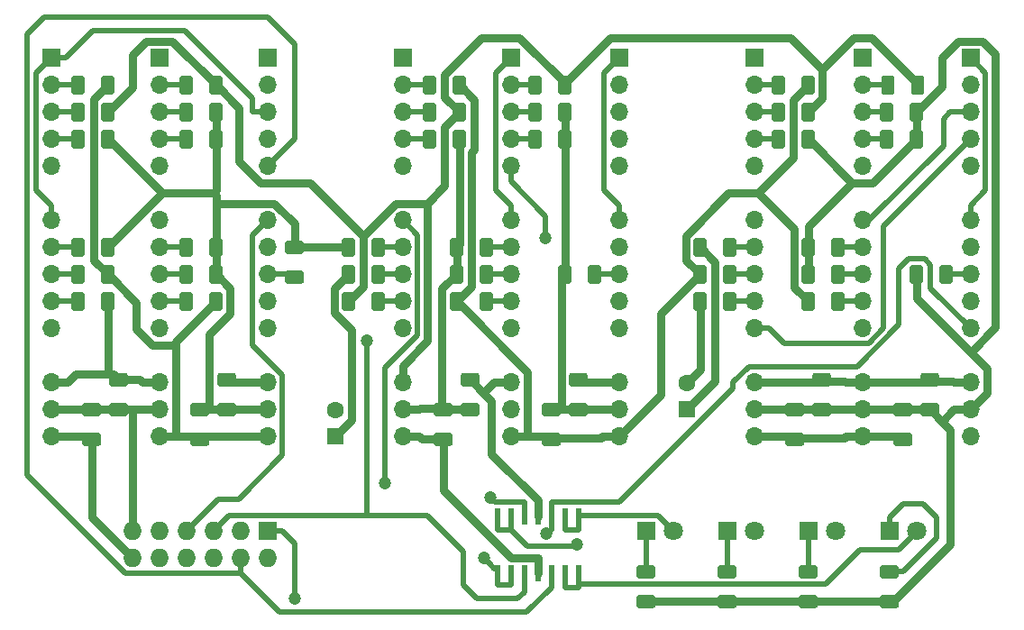
<source format=gbr>
G04 #@! TF.GenerationSoftware,KiCad,Pcbnew,5.0.2+dfsg1-1*
G04 #@! TF.CreationDate,2020-04-17T14:26:07+02:00*
G04 #@! TF.ProjectId,inc-dec,696e632d-6465-4632-9e6b-696361645f70,rev?*
G04 #@! TF.SameCoordinates,Original*
G04 #@! TF.FileFunction,Copper,L2,Bot*
G04 #@! TF.FilePolarity,Positive*
%FSLAX46Y46*%
G04 Gerber Fmt 4.6, Leading zero omitted, Abs format (unit mm)*
G04 Created by KiCad (PCBNEW 5.0.2+dfsg1-1) date Fri 17 Apr 2020 02:26:07 PM CEST*
%MOMM*%
%LPD*%
G01*
G04 APERTURE LIST*
G04 #@! TA.AperFunction,ComponentPad*
%ADD10R,1.600000X1.600000*%
G04 #@! TD*
G04 #@! TA.AperFunction,ComponentPad*
%ADD11C,1.600000*%
G04 #@! TD*
G04 #@! TA.AperFunction,ComponentPad*
%ADD12R,1.727200X1.727200*%
G04 #@! TD*
G04 #@! TA.AperFunction,ComponentPad*
%ADD13O,1.727200X1.727200*%
G04 #@! TD*
G04 #@! TA.AperFunction,Conductor*
%ADD14C,0.100000*%
G04 #@! TD*
G04 #@! TA.AperFunction,SMDPad,CuDef*
%ADD15C,1.250000*%
G04 #@! TD*
G04 #@! TA.AperFunction,ComponentPad*
%ADD16R,1.700000X1.700000*%
G04 #@! TD*
G04 #@! TA.AperFunction,ComponentPad*
%ADD17O,1.700000X1.700000*%
G04 #@! TD*
G04 #@! TA.AperFunction,ComponentPad*
%ADD18R,1.800000X1.800000*%
G04 #@! TD*
G04 #@! TA.AperFunction,ComponentPad*
%ADD19C,1.800000*%
G04 #@! TD*
G04 #@! TA.AperFunction,SMDPad,CuDef*
%ADD20R,0.600000X1.500000*%
G04 #@! TD*
G04 #@! TA.AperFunction,ViaPad*
%ADD21C,1.200000*%
G04 #@! TD*
G04 #@! TA.AperFunction,Conductor*
%ADD22C,0.500000*%
G04 #@! TD*
G04 #@! TA.AperFunction,Conductor*
%ADD23C,0.800000*%
G04 #@! TD*
G04 APERTURE END LIST*
D10*
G04 #@! TO.P,C19,1*
G04 #@! TO.N,/+5V*
X46990000Y-53340000D03*
D11*
G04 #@! TO.P,C19,2*
G04 #@! TO.N,/GND*
X46990000Y-50840000D03*
G04 #@! TD*
G04 #@! TO.P,C20,2*
G04 #@! TO.N,/-5V*
X80010000Y-48300000D03*
D10*
G04 #@! TO.P,C20,1*
G04 #@! TO.N,/GND*
X80010000Y-50800000D03*
G04 #@! TD*
D12*
G04 #@! TO.P,J1,1*
G04 #@! TO.N,/Alo*
X40640000Y-62230000D03*
D13*
G04 #@! TO.P,J1,2*
G04 #@! TO.N,/Ami*
X40640000Y-64770000D03*
G04 #@! TO.P,J1,3*
G04 #@! TO.N,/Ahi*
X38100000Y-62230000D03*
G04 #@! TO.P,J1,4*
G04 #@! TO.N,/Slo*
X38100000Y-64770000D03*
G04 #@! TO.P,J1,5*
G04 #@! TO.N,/Smi*
X35560000Y-62230000D03*
G04 #@! TO.P,J1,6*
G04 #@! TO.N,/Shi*
X35560000Y-64770000D03*
G04 #@! TO.P,J1,7*
G04 #@! TO.N,/OC1*
X33020000Y-62230000D03*
G04 #@! TO.P,J1,8*
G04 #@! TO.N,/FLAG_A*
X33020000Y-64770000D03*
G04 #@! TO.P,J1,9*
G04 #@! TO.N,Net-(J1-Pad9)*
X30480000Y-62230000D03*
G04 #@! TO.P,J1,10*
G04 #@! TO.N,/-5V*
X30480000Y-64770000D03*
G04 #@! TO.P,J1,11*
G04 #@! TO.N,/GND*
X27940000Y-62230000D03*
G04 #@! TO.P,J1,12*
G04 #@! TO.N,/+5V*
X27940000Y-64770000D03*
G04 #@! TD*
D14*
G04 #@! TO.N,/+5V*
G04 #@! TO.C,R1*
G36*
X26059504Y-19446204D02*
X26083773Y-19449804D01*
X26107571Y-19455765D01*
X26130671Y-19464030D01*
X26152849Y-19474520D01*
X26173893Y-19487133D01*
X26193598Y-19501747D01*
X26211777Y-19518223D01*
X26228253Y-19536402D01*
X26242867Y-19556107D01*
X26255480Y-19577151D01*
X26265970Y-19599329D01*
X26274235Y-19622429D01*
X26280196Y-19646227D01*
X26283796Y-19670496D01*
X26285000Y-19695000D01*
X26285000Y-20945000D01*
X26283796Y-20969504D01*
X26280196Y-20993773D01*
X26274235Y-21017571D01*
X26265970Y-21040671D01*
X26255480Y-21062849D01*
X26242867Y-21083893D01*
X26228253Y-21103598D01*
X26211777Y-21121777D01*
X26193598Y-21138253D01*
X26173893Y-21152867D01*
X26152849Y-21165480D01*
X26130671Y-21175970D01*
X26107571Y-21184235D01*
X26083773Y-21190196D01*
X26059504Y-21193796D01*
X26035000Y-21195000D01*
X25285000Y-21195000D01*
X25260496Y-21193796D01*
X25236227Y-21190196D01*
X25212429Y-21184235D01*
X25189329Y-21175970D01*
X25167151Y-21165480D01*
X25146107Y-21152867D01*
X25126402Y-21138253D01*
X25108223Y-21121777D01*
X25091747Y-21103598D01*
X25077133Y-21083893D01*
X25064520Y-21062849D01*
X25054030Y-21040671D01*
X25045765Y-21017571D01*
X25039804Y-20993773D01*
X25036204Y-20969504D01*
X25035000Y-20945000D01*
X25035000Y-19695000D01*
X25036204Y-19670496D01*
X25039804Y-19646227D01*
X25045765Y-19622429D01*
X25054030Y-19599329D01*
X25064520Y-19577151D01*
X25077133Y-19556107D01*
X25091747Y-19536402D01*
X25108223Y-19518223D01*
X25126402Y-19501747D01*
X25146107Y-19487133D01*
X25167151Y-19474520D01*
X25189329Y-19464030D01*
X25212429Y-19455765D01*
X25236227Y-19449804D01*
X25260496Y-19446204D01*
X25285000Y-19445000D01*
X26035000Y-19445000D01*
X26059504Y-19446204D01*
X26059504Y-19446204D01*
G37*
D15*
G04 #@! TD*
G04 #@! TO.P,R1,2*
G04 #@! TO.N,/+5V*
X25660000Y-20320000D03*
D14*
G04 #@! TO.N,Net-(R1-Pad1)*
G04 #@! TO.C,R1*
G36*
X23259504Y-19446204D02*
X23283773Y-19449804D01*
X23307571Y-19455765D01*
X23330671Y-19464030D01*
X23352849Y-19474520D01*
X23373893Y-19487133D01*
X23393598Y-19501747D01*
X23411777Y-19518223D01*
X23428253Y-19536402D01*
X23442867Y-19556107D01*
X23455480Y-19577151D01*
X23465970Y-19599329D01*
X23474235Y-19622429D01*
X23480196Y-19646227D01*
X23483796Y-19670496D01*
X23485000Y-19695000D01*
X23485000Y-20945000D01*
X23483796Y-20969504D01*
X23480196Y-20993773D01*
X23474235Y-21017571D01*
X23465970Y-21040671D01*
X23455480Y-21062849D01*
X23442867Y-21083893D01*
X23428253Y-21103598D01*
X23411777Y-21121777D01*
X23393598Y-21138253D01*
X23373893Y-21152867D01*
X23352849Y-21165480D01*
X23330671Y-21175970D01*
X23307571Y-21184235D01*
X23283773Y-21190196D01*
X23259504Y-21193796D01*
X23235000Y-21195000D01*
X22485000Y-21195000D01*
X22460496Y-21193796D01*
X22436227Y-21190196D01*
X22412429Y-21184235D01*
X22389329Y-21175970D01*
X22367151Y-21165480D01*
X22346107Y-21152867D01*
X22326402Y-21138253D01*
X22308223Y-21121777D01*
X22291747Y-21103598D01*
X22277133Y-21083893D01*
X22264520Y-21062849D01*
X22254030Y-21040671D01*
X22245765Y-21017571D01*
X22239804Y-20993773D01*
X22236204Y-20969504D01*
X22235000Y-20945000D01*
X22235000Y-19695000D01*
X22236204Y-19670496D01*
X22239804Y-19646227D01*
X22245765Y-19622429D01*
X22254030Y-19599329D01*
X22264520Y-19577151D01*
X22277133Y-19556107D01*
X22291747Y-19536402D01*
X22308223Y-19518223D01*
X22326402Y-19501747D01*
X22346107Y-19487133D01*
X22367151Y-19474520D01*
X22389329Y-19464030D01*
X22412429Y-19455765D01*
X22436227Y-19449804D01*
X22460496Y-19446204D01*
X22485000Y-19445000D01*
X23235000Y-19445000D01*
X23259504Y-19446204D01*
X23259504Y-19446204D01*
G37*
D15*
G04 #@! TD*
G04 #@! TO.P,R1,1*
G04 #@! TO.N,Net-(R1-Pad1)*
X22860000Y-20320000D03*
D14*
G04 #@! TO.N,Net-(R2-Pad1)*
G04 #@! TO.C,R2*
G36*
X23259504Y-21986204D02*
X23283773Y-21989804D01*
X23307571Y-21995765D01*
X23330671Y-22004030D01*
X23352849Y-22014520D01*
X23373893Y-22027133D01*
X23393598Y-22041747D01*
X23411777Y-22058223D01*
X23428253Y-22076402D01*
X23442867Y-22096107D01*
X23455480Y-22117151D01*
X23465970Y-22139329D01*
X23474235Y-22162429D01*
X23480196Y-22186227D01*
X23483796Y-22210496D01*
X23485000Y-22235000D01*
X23485000Y-23485000D01*
X23483796Y-23509504D01*
X23480196Y-23533773D01*
X23474235Y-23557571D01*
X23465970Y-23580671D01*
X23455480Y-23602849D01*
X23442867Y-23623893D01*
X23428253Y-23643598D01*
X23411777Y-23661777D01*
X23393598Y-23678253D01*
X23373893Y-23692867D01*
X23352849Y-23705480D01*
X23330671Y-23715970D01*
X23307571Y-23724235D01*
X23283773Y-23730196D01*
X23259504Y-23733796D01*
X23235000Y-23735000D01*
X22485000Y-23735000D01*
X22460496Y-23733796D01*
X22436227Y-23730196D01*
X22412429Y-23724235D01*
X22389329Y-23715970D01*
X22367151Y-23705480D01*
X22346107Y-23692867D01*
X22326402Y-23678253D01*
X22308223Y-23661777D01*
X22291747Y-23643598D01*
X22277133Y-23623893D01*
X22264520Y-23602849D01*
X22254030Y-23580671D01*
X22245765Y-23557571D01*
X22239804Y-23533773D01*
X22236204Y-23509504D01*
X22235000Y-23485000D01*
X22235000Y-22235000D01*
X22236204Y-22210496D01*
X22239804Y-22186227D01*
X22245765Y-22162429D01*
X22254030Y-22139329D01*
X22264520Y-22117151D01*
X22277133Y-22096107D01*
X22291747Y-22076402D01*
X22308223Y-22058223D01*
X22326402Y-22041747D01*
X22346107Y-22027133D01*
X22367151Y-22014520D01*
X22389329Y-22004030D01*
X22412429Y-21995765D01*
X22436227Y-21989804D01*
X22460496Y-21986204D01*
X22485000Y-21985000D01*
X23235000Y-21985000D01*
X23259504Y-21986204D01*
X23259504Y-21986204D01*
G37*
D15*
G04 #@! TD*
G04 #@! TO.P,R2,1*
G04 #@! TO.N,Net-(R2-Pad1)*
X22860000Y-22860000D03*
D14*
G04 #@! TO.N,/-5V*
G04 #@! TO.C,R2*
G36*
X26059504Y-21986204D02*
X26083773Y-21989804D01*
X26107571Y-21995765D01*
X26130671Y-22004030D01*
X26152849Y-22014520D01*
X26173893Y-22027133D01*
X26193598Y-22041747D01*
X26211777Y-22058223D01*
X26228253Y-22076402D01*
X26242867Y-22096107D01*
X26255480Y-22117151D01*
X26265970Y-22139329D01*
X26274235Y-22162429D01*
X26280196Y-22186227D01*
X26283796Y-22210496D01*
X26285000Y-22235000D01*
X26285000Y-23485000D01*
X26283796Y-23509504D01*
X26280196Y-23533773D01*
X26274235Y-23557571D01*
X26265970Y-23580671D01*
X26255480Y-23602849D01*
X26242867Y-23623893D01*
X26228253Y-23643598D01*
X26211777Y-23661777D01*
X26193598Y-23678253D01*
X26173893Y-23692867D01*
X26152849Y-23705480D01*
X26130671Y-23715970D01*
X26107571Y-23724235D01*
X26083773Y-23730196D01*
X26059504Y-23733796D01*
X26035000Y-23735000D01*
X25285000Y-23735000D01*
X25260496Y-23733796D01*
X25236227Y-23730196D01*
X25212429Y-23724235D01*
X25189329Y-23715970D01*
X25167151Y-23705480D01*
X25146107Y-23692867D01*
X25126402Y-23678253D01*
X25108223Y-23661777D01*
X25091747Y-23643598D01*
X25077133Y-23623893D01*
X25064520Y-23602849D01*
X25054030Y-23580671D01*
X25045765Y-23557571D01*
X25039804Y-23533773D01*
X25036204Y-23509504D01*
X25035000Y-23485000D01*
X25035000Y-22235000D01*
X25036204Y-22210496D01*
X25039804Y-22186227D01*
X25045765Y-22162429D01*
X25054030Y-22139329D01*
X25064520Y-22117151D01*
X25077133Y-22096107D01*
X25091747Y-22076402D01*
X25108223Y-22058223D01*
X25126402Y-22041747D01*
X25146107Y-22027133D01*
X25167151Y-22014520D01*
X25189329Y-22004030D01*
X25212429Y-21995765D01*
X25236227Y-21989804D01*
X25260496Y-21986204D01*
X25285000Y-21985000D01*
X26035000Y-21985000D01*
X26059504Y-21986204D01*
X26059504Y-21986204D01*
G37*
D15*
G04 #@! TD*
G04 #@! TO.P,R2,2*
G04 #@! TO.N,/-5V*
X25660000Y-22860000D03*
D14*
G04 #@! TO.N,/GND*
G04 #@! TO.C,R3*
G36*
X26059504Y-24526204D02*
X26083773Y-24529804D01*
X26107571Y-24535765D01*
X26130671Y-24544030D01*
X26152849Y-24554520D01*
X26173893Y-24567133D01*
X26193598Y-24581747D01*
X26211777Y-24598223D01*
X26228253Y-24616402D01*
X26242867Y-24636107D01*
X26255480Y-24657151D01*
X26265970Y-24679329D01*
X26274235Y-24702429D01*
X26280196Y-24726227D01*
X26283796Y-24750496D01*
X26285000Y-24775000D01*
X26285000Y-26025000D01*
X26283796Y-26049504D01*
X26280196Y-26073773D01*
X26274235Y-26097571D01*
X26265970Y-26120671D01*
X26255480Y-26142849D01*
X26242867Y-26163893D01*
X26228253Y-26183598D01*
X26211777Y-26201777D01*
X26193598Y-26218253D01*
X26173893Y-26232867D01*
X26152849Y-26245480D01*
X26130671Y-26255970D01*
X26107571Y-26264235D01*
X26083773Y-26270196D01*
X26059504Y-26273796D01*
X26035000Y-26275000D01*
X25285000Y-26275000D01*
X25260496Y-26273796D01*
X25236227Y-26270196D01*
X25212429Y-26264235D01*
X25189329Y-26255970D01*
X25167151Y-26245480D01*
X25146107Y-26232867D01*
X25126402Y-26218253D01*
X25108223Y-26201777D01*
X25091747Y-26183598D01*
X25077133Y-26163893D01*
X25064520Y-26142849D01*
X25054030Y-26120671D01*
X25045765Y-26097571D01*
X25039804Y-26073773D01*
X25036204Y-26049504D01*
X25035000Y-26025000D01*
X25035000Y-24775000D01*
X25036204Y-24750496D01*
X25039804Y-24726227D01*
X25045765Y-24702429D01*
X25054030Y-24679329D01*
X25064520Y-24657151D01*
X25077133Y-24636107D01*
X25091747Y-24616402D01*
X25108223Y-24598223D01*
X25126402Y-24581747D01*
X25146107Y-24567133D01*
X25167151Y-24554520D01*
X25189329Y-24544030D01*
X25212429Y-24535765D01*
X25236227Y-24529804D01*
X25260496Y-24526204D01*
X25285000Y-24525000D01*
X26035000Y-24525000D01*
X26059504Y-24526204D01*
X26059504Y-24526204D01*
G37*
D15*
G04 #@! TD*
G04 #@! TO.P,R3,2*
G04 #@! TO.N,/GND*
X25660000Y-25400000D03*
D14*
G04 #@! TO.N,Net-(R3-Pad1)*
G04 #@! TO.C,R3*
G36*
X23259504Y-24526204D02*
X23283773Y-24529804D01*
X23307571Y-24535765D01*
X23330671Y-24544030D01*
X23352849Y-24554520D01*
X23373893Y-24567133D01*
X23393598Y-24581747D01*
X23411777Y-24598223D01*
X23428253Y-24616402D01*
X23442867Y-24636107D01*
X23455480Y-24657151D01*
X23465970Y-24679329D01*
X23474235Y-24702429D01*
X23480196Y-24726227D01*
X23483796Y-24750496D01*
X23485000Y-24775000D01*
X23485000Y-26025000D01*
X23483796Y-26049504D01*
X23480196Y-26073773D01*
X23474235Y-26097571D01*
X23465970Y-26120671D01*
X23455480Y-26142849D01*
X23442867Y-26163893D01*
X23428253Y-26183598D01*
X23411777Y-26201777D01*
X23393598Y-26218253D01*
X23373893Y-26232867D01*
X23352849Y-26245480D01*
X23330671Y-26255970D01*
X23307571Y-26264235D01*
X23283773Y-26270196D01*
X23259504Y-26273796D01*
X23235000Y-26275000D01*
X22485000Y-26275000D01*
X22460496Y-26273796D01*
X22436227Y-26270196D01*
X22412429Y-26264235D01*
X22389329Y-26255970D01*
X22367151Y-26245480D01*
X22346107Y-26232867D01*
X22326402Y-26218253D01*
X22308223Y-26201777D01*
X22291747Y-26183598D01*
X22277133Y-26163893D01*
X22264520Y-26142849D01*
X22254030Y-26120671D01*
X22245765Y-26097571D01*
X22239804Y-26073773D01*
X22236204Y-26049504D01*
X22235000Y-26025000D01*
X22235000Y-24775000D01*
X22236204Y-24750496D01*
X22239804Y-24726227D01*
X22245765Y-24702429D01*
X22254030Y-24679329D01*
X22264520Y-24657151D01*
X22277133Y-24636107D01*
X22291747Y-24616402D01*
X22308223Y-24598223D01*
X22326402Y-24581747D01*
X22346107Y-24567133D01*
X22367151Y-24554520D01*
X22389329Y-24544030D01*
X22412429Y-24535765D01*
X22436227Y-24529804D01*
X22460496Y-24526204D01*
X22485000Y-24525000D01*
X23235000Y-24525000D01*
X23259504Y-24526204D01*
X23259504Y-24526204D01*
G37*
D15*
G04 #@! TD*
G04 #@! TO.P,R3,1*
G04 #@! TO.N,Net-(R3-Pad1)*
X22860000Y-25400000D03*
D14*
G04 #@! TO.N,Net-(R4-Pad1)*
G04 #@! TO.C,R4*
G36*
X23259504Y-34686204D02*
X23283773Y-34689804D01*
X23307571Y-34695765D01*
X23330671Y-34704030D01*
X23352849Y-34714520D01*
X23373893Y-34727133D01*
X23393598Y-34741747D01*
X23411777Y-34758223D01*
X23428253Y-34776402D01*
X23442867Y-34796107D01*
X23455480Y-34817151D01*
X23465970Y-34839329D01*
X23474235Y-34862429D01*
X23480196Y-34886227D01*
X23483796Y-34910496D01*
X23485000Y-34935000D01*
X23485000Y-36185000D01*
X23483796Y-36209504D01*
X23480196Y-36233773D01*
X23474235Y-36257571D01*
X23465970Y-36280671D01*
X23455480Y-36302849D01*
X23442867Y-36323893D01*
X23428253Y-36343598D01*
X23411777Y-36361777D01*
X23393598Y-36378253D01*
X23373893Y-36392867D01*
X23352849Y-36405480D01*
X23330671Y-36415970D01*
X23307571Y-36424235D01*
X23283773Y-36430196D01*
X23259504Y-36433796D01*
X23235000Y-36435000D01*
X22485000Y-36435000D01*
X22460496Y-36433796D01*
X22436227Y-36430196D01*
X22412429Y-36424235D01*
X22389329Y-36415970D01*
X22367151Y-36405480D01*
X22346107Y-36392867D01*
X22326402Y-36378253D01*
X22308223Y-36361777D01*
X22291747Y-36343598D01*
X22277133Y-36323893D01*
X22264520Y-36302849D01*
X22254030Y-36280671D01*
X22245765Y-36257571D01*
X22239804Y-36233773D01*
X22236204Y-36209504D01*
X22235000Y-36185000D01*
X22235000Y-34935000D01*
X22236204Y-34910496D01*
X22239804Y-34886227D01*
X22245765Y-34862429D01*
X22254030Y-34839329D01*
X22264520Y-34817151D01*
X22277133Y-34796107D01*
X22291747Y-34776402D01*
X22308223Y-34758223D01*
X22326402Y-34741747D01*
X22346107Y-34727133D01*
X22367151Y-34714520D01*
X22389329Y-34704030D01*
X22412429Y-34695765D01*
X22436227Y-34689804D01*
X22460496Y-34686204D01*
X22485000Y-34685000D01*
X23235000Y-34685000D01*
X23259504Y-34686204D01*
X23259504Y-34686204D01*
G37*
D15*
G04 #@! TD*
G04 #@! TO.P,R4,1*
G04 #@! TO.N,Net-(R4-Pad1)*
X22860000Y-35560000D03*
D14*
G04 #@! TO.N,/GND*
G04 #@! TO.C,R4*
G36*
X26059504Y-34686204D02*
X26083773Y-34689804D01*
X26107571Y-34695765D01*
X26130671Y-34704030D01*
X26152849Y-34714520D01*
X26173893Y-34727133D01*
X26193598Y-34741747D01*
X26211777Y-34758223D01*
X26228253Y-34776402D01*
X26242867Y-34796107D01*
X26255480Y-34817151D01*
X26265970Y-34839329D01*
X26274235Y-34862429D01*
X26280196Y-34886227D01*
X26283796Y-34910496D01*
X26285000Y-34935000D01*
X26285000Y-36185000D01*
X26283796Y-36209504D01*
X26280196Y-36233773D01*
X26274235Y-36257571D01*
X26265970Y-36280671D01*
X26255480Y-36302849D01*
X26242867Y-36323893D01*
X26228253Y-36343598D01*
X26211777Y-36361777D01*
X26193598Y-36378253D01*
X26173893Y-36392867D01*
X26152849Y-36405480D01*
X26130671Y-36415970D01*
X26107571Y-36424235D01*
X26083773Y-36430196D01*
X26059504Y-36433796D01*
X26035000Y-36435000D01*
X25285000Y-36435000D01*
X25260496Y-36433796D01*
X25236227Y-36430196D01*
X25212429Y-36424235D01*
X25189329Y-36415970D01*
X25167151Y-36405480D01*
X25146107Y-36392867D01*
X25126402Y-36378253D01*
X25108223Y-36361777D01*
X25091747Y-36343598D01*
X25077133Y-36323893D01*
X25064520Y-36302849D01*
X25054030Y-36280671D01*
X25045765Y-36257571D01*
X25039804Y-36233773D01*
X25036204Y-36209504D01*
X25035000Y-36185000D01*
X25035000Y-34935000D01*
X25036204Y-34910496D01*
X25039804Y-34886227D01*
X25045765Y-34862429D01*
X25054030Y-34839329D01*
X25064520Y-34817151D01*
X25077133Y-34796107D01*
X25091747Y-34776402D01*
X25108223Y-34758223D01*
X25126402Y-34741747D01*
X25146107Y-34727133D01*
X25167151Y-34714520D01*
X25189329Y-34704030D01*
X25212429Y-34695765D01*
X25236227Y-34689804D01*
X25260496Y-34686204D01*
X25285000Y-34685000D01*
X26035000Y-34685000D01*
X26059504Y-34686204D01*
X26059504Y-34686204D01*
G37*
D15*
G04 #@! TD*
G04 #@! TO.P,R4,2*
G04 #@! TO.N,/GND*
X25660000Y-35560000D03*
D14*
G04 #@! TO.N,/+5V*
G04 #@! TO.C,R5*
G36*
X26059504Y-37226204D02*
X26083773Y-37229804D01*
X26107571Y-37235765D01*
X26130671Y-37244030D01*
X26152849Y-37254520D01*
X26173893Y-37267133D01*
X26193598Y-37281747D01*
X26211777Y-37298223D01*
X26228253Y-37316402D01*
X26242867Y-37336107D01*
X26255480Y-37357151D01*
X26265970Y-37379329D01*
X26274235Y-37402429D01*
X26280196Y-37426227D01*
X26283796Y-37450496D01*
X26285000Y-37475000D01*
X26285000Y-38725000D01*
X26283796Y-38749504D01*
X26280196Y-38773773D01*
X26274235Y-38797571D01*
X26265970Y-38820671D01*
X26255480Y-38842849D01*
X26242867Y-38863893D01*
X26228253Y-38883598D01*
X26211777Y-38901777D01*
X26193598Y-38918253D01*
X26173893Y-38932867D01*
X26152849Y-38945480D01*
X26130671Y-38955970D01*
X26107571Y-38964235D01*
X26083773Y-38970196D01*
X26059504Y-38973796D01*
X26035000Y-38975000D01*
X25285000Y-38975000D01*
X25260496Y-38973796D01*
X25236227Y-38970196D01*
X25212429Y-38964235D01*
X25189329Y-38955970D01*
X25167151Y-38945480D01*
X25146107Y-38932867D01*
X25126402Y-38918253D01*
X25108223Y-38901777D01*
X25091747Y-38883598D01*
X25077133Y-38863893D01*
X25064520Y-38842849D01*
X25054030Y-38820671D01*
X25045765Y-38797571D01*
X25039804Y-38773773D01*
X25036204Y-38749504D01*
X25035000Y-38725000D01*
X25035000Y-37475000D01*
X25036204Y-37450496D01*
X25039804Y-37426227D01*
X25045765Y-37402429D01*
X25054030Y-37379329D01*
X25064520Y-37357151D01*
X25077133Y-37336107D01*
X25091747Y-37316402D01*
X25108223Y-37298223D01*
X25126402Y-37281747D01*
X25146107Y-37267133D01*
X25167151Y-37254520D01*
X25189329Y-37244030D01*
X25212429Y-37235765D01*
X25236227Y-37229804D01*
X25260496Y-37226204D01*
X25285000Y-37225000D01*
X26035000Y-37225000D01*
X26059504Y-37226204D01*
X26059504Y-37226204D01*
G37*
D15*
G04 #@! TD*
G04 #@! TO.P,R5,2*
G04 #@! TO.N,/+5V*
X25660000Y-38100000D03*
D14*
G04 #@! TO.N,Net-(R5-Pad1)*
G04 #@! TO.C,R5*
G36*
X23259504Y-37226204D02*
X23283773Y-37229804D01*
X23307571Y-37235765D01*
X23330671Y-37244030D01*
X23352849Y-37254520D01*
X23373893Y-37267133D01*
X23393598Y-37281747D01*
X23411777Y-37298223D01*
X23428253Y-37316402D01*
X23442867Y-37336107D01*
X23455480Y-37357151D01*
X23465970Y-37379329D01*
X23474235Y-37402429D01*
X23480196Y-37426227D01*
X23483796Y-37450496D01*
X23485000Y-37475000D01*
X23485000Y-38725000D01*
X23483796Y-38749504D01*
X23480196Y-38773773D01*
X23474235Y-38797571D01*
X23465970Y-38820671D01*
X23455480Y-38842849D01*
X23442867Y-38863893D01*
X23428253Y-38883598D01*
X23411777Y-38901777D01*
X23393598Y-38918253D01*
X23373893Y-38932867D01*
X23352849Y-38945480D01*
X23330671Y-38955970D01*
X23307571Y-38964235D01*
X23283773Y-38970196D01*
X23259504Y-38973796D01*
X23235000Y-38975000D01*
X22485000Y-38975000D01*
X22460496Y-38973796D01*
X22436227Y-38970196D01*
X22412429Y-38964235D01*
X22389329Y-38955970D01*
X22367151Y-38945480D01*
X22346107Y-38932867D01*
X22326402Y-38918253D01*
X22308223Y-38901777D01*
X22291747Y-38883598D01*
X22277133Y-38863893D01*
X22264520Y-38842849D01*
X22254030Y-38820671D01*
X22245765Y-38797571D01*
X22239804Y-38773773D01*
X22236204Y-38749504D01*
X22235000Y-38725000D01*
X22235000Y-37475000D01*
X22236204Y-37450496D01*
X22239804Y-37426227D01*
X22245765Y-37402429D01*
X22254030Y-37379329D01*
X22264520Y-37357151D01*
X22277133Y-37336107D01*
X22291747Y-37316402D01*
X22308223Y-37298223D01*
X22326402Y-37281747D01*
X22346107Y-37267133D01*
X22367151Y-37254520D01*
X22389329Y-37244030D01*
X22412429Y-37235765D01*
X22436227Y-37229804D01*
X22460496Y-37226204D01*
X22485000Y-37225000D01*
X23235000Y-37225000D01*
X23259504Y-37226204D01*
X23259504Y-37226204D01*
G37*
D15*
G04 #@! TD*
G04 #@! TO.P,R5,1*
G04 #@! TO.N,Net-(R5-Pad1)*
X22860000Y-38100000D03*
D14*
G04 #@! TO.N,Net-(R6-Pad1)*
G04 #@! TO.C,R6*
G36*
X23259504Y-39766204D02*
X23283773Y-39769804D01*
X23307571Y-39775765D01*
X23330671Y-39784030D01*
X23352849Y-39794520D01*
X23373893Y-39807133D01*
X23393598Y-39821747D01*
X23411777Y-39838223D01*
X23428253Y-39856402D01*
X23442867Y-39876107D01*
X23455480Y-39897151D01*
X23465970Y-39919329D01*
X23474235Y-39942429D01*
X23480196Y-39966227D01*
X23483796Y-39990496D01*
X23485000Y-40015000D01*
X23485000Y-41265000D01*
X23483796Y-41289504D01*
X23480196Y-41313773D01*
X23474235Y-41337571D01*
X23465970Y-41360671D01*
X23455480Y-41382849D01*
X23442867Y-41403893D01*
X23428253Y-41423598D01*
X23411777Y-41441777D01*
X23393598Y-41458253D01*
X23373893Y-41472867D01*
X23352849Y-41485480D01*
X23330671Y-41495970D01*
X23307571Y-41504235D01*
X23283773Y-41510196D01*
X23259504Y-41513796D01*
X23235000Y-41515000D01*
X22485000Y-41515000D01*
X22460496Y-41513796D01*
X22436227Y-41510196D01*
X22412429Y-41504235D01*
X22389329Y-41495970D01*
X22367151Y-41485480D01*
X22346107Y-41472867D01*
X22326402Y-41458253D01*
X22308223Y-41441777D01*
X22291747Y-41423598D01*
X22277133Y-41403893D01*
X22264520Y-41382849D01*
X22254030Y-41360671D01*
X22245765Y-41337571D01*
X22239804Y-41313773D01*
X22236204Y-41289504D01*
X22235000Y-41265000D01*
X22235000Y-40015000D01*
X22236204Y-39990496D01*
X22239804Y-39966227D01*
X22245765Y-39942429D01*
X22254030Y-39919329D01*
X22264520Y-39897151D01*
X22277133Y-39876107D01*
X22291747Y-39856402D01*
X22308223Y-39838223D01*
X22326402Y-39821747D01*
X22346107Y-39807133D01*
X22367151Y-39794520D01*
X22389329Y-39784030D01*
X22412429Y-39775765D01*
X22436227Y-39769804D01*
X22460496Y-39766204D01*
X22485000Y-39765000D01*
X23235000Y-39765000D01*
X23259504Y-39766204D01*
X23259504Y-39766204D01*
G37*
D15*
G04 #@! TD*
G04 #@! TO.P,R6,1*
G04 #@! TO.N,Net-(R6-Pad1)*
X22860000Y-40640000D03*
D14*
G04 #@! TO.N,/-5V*
G04 #@! TO.C,R6*
G36*
X26059504Y-39766204D02*
X26083773Y-39769804D01*
X26107571Y-39775765D01*
X26130671Y-39784030D01*
X26152849Y-39794520D01*
X26173893Y-39807133D01*
X26193598Y-39821747D01*
X26211777Y-39838223D01*
X26228253Y-39856402D01*
X26242867Y-39876107D01*
X26255480Y-39897151D01*
X26265970Y-39919329D01*
X26274235Y-39942429D01*
X26280196Y-39966227D01*
X26283796Y-39990496D01*
X26285000Y-40015000D01*
X26285000Y-41265000D01*
X26283796Y-41289504D01*
X26280196Y-41313773D01*
X26274235Y-41337571D01*
X26265970Y-41360671D01*
X26255480Y-41382849D01*
X26242867Y-41403893D01*
X26228253Y-41423598D01*
X26211777Y-41441777D01*
X26193598Y-41458253D01*
X26173893Y-41472867D01*
X26152849Y-41485480D01*
X26130671Y-41495970D01*
X26107571Y-41504235D01*
X26083773Y-41510196D01*
X26059504Y-41513796D01*
X26035000Y-41515000D01*
X25285000Y-41515000D01*
X25260496Y-41513796D01*
X25236227Y-41510196D01*
X25212429Y-41504235D01*
X25189329Y-41495970D01*
X25167151Y-41485480D01*
X25146107Y-41472867D01*
X25126402Y-41458253D01*
X25108223Y-41441777D01*
X25091747Y-41423598D01*
X25077133Y-41403893D01*
X25064520Y-41382849D01*
X25054030Y-41360671D01*
X25045765Y-41337571D01*
X25039804Y-41313773D01*
X25036204Y-41289504D01*
X25035000Y-41265000D01*
X25035000Y-40015000D01*
X25036204Y-39990496D01*
X25039804Y-39966227D01*
X25045765Y-39942429D01*
X25054030Y-39919329D01*
X25064520Y-39897151D01*
X25077133Y-39876107D01*
X25091747Y-39856402D01*
X25108223Y-39838223D01*
X25126402Y-39821747D01*
X25146107Y-39807133D01*
X25167151Y-39794520D01*
X25189329Y-39784030D01*
X25212429Y-39775765D01*
X25236227Y-39769804D01*
X25260496Y-39766204D01*
X25285000Y-39765000D01*
X26035000Y-39765000D01*
X26059504Y-39766204D01*
X26059504Y-39766204D01*
G37*
D15*
G04 #@! TD*
G04 #@! TO.P,R6,2*
G04 #@! TO.N,/-5V*
X25660000Y-40640000D03*
D14*
G04 #@! TO.N,/-5V*
G04 #@! TO.C,R7*
G36*
X36219504Y-19446204D02*
X36243773Y-19449804D01*
X36267571Y-19455765D01*
X36290671Y-19464030D01*
X36312849Y-19474520D01*
X36333893Y-19487133D01*
X36353598Y-19501747D01*
X36371777Y-19518223D01*
X36388253Y-19536402D01*
X36402867Y-19556107D01*
X36415480Y-19577151D01*
X36425970Y-19599329D01*
X36434235Y-19622429D01*
X36440196Y-19646227D01*
X36443796Y-19670496D01*
X36445000Y-19695000D01*
X36445000Y-20945000D01*
X36443796Y-20969504D01*
X36440196Y-20993773D01*
X36434235Y-21017571D01*
X36425970Y-21040671D01*
X36415480Y-21062849D01*
X36402867Y-21083893D01*
X36388253Y-21103598D01*
X36371777Y-21121777D01*
X36353598Y-21138253D01*
X36333893Y-21152867D01*
X36312849Y-21165480D01*
X36290671Y-21175970D01*
X36267571Y-21184235D01*
X36243773Y-21190196D01*
X36219504Y-21193796D01*
X36195000Y-21195000D01*
X35445000Y-21195000D01*
X35420496Y-21193796D01*
X35396227Y-21190196D01*
X35372429Y-21184235D01*
X35349329Y-21175970D01*
X35327151Y-21165480D01*
X35306107Y-21152867D01*
X35286402Y-21138253D01*
X35268223Y-21121777D01*
X35251747Y-21103598D01*
X35237133Y-21083893D01*
X35224520Y-21062849D01*
X35214030Y-21040671D01*
X35205765Y-21017571D01*
X35199804Y-20993773D01*
X35196204Y-20969504D01*
X35195000Y-20945000D01*
X35195000Y-19695000D01*
X35196204Y-19670496D01*
X35199804Y-19646227D01*
X35205765Y-19622429D01*
X35214030Y-19599329D01*
X35224520Y-19577151D01*
X35237133Y-19556107D01*
X35251747Y-19536402D01*
X35268223Y-19518223D01*
X35286402Y-19501747D01*
X35306107Y-19487133D01*
X35327151Y-19474520D01*
X35349329Y-19464030D01*
X35372429Y-19455765D01*
X35396227Y-19449804D01*
X35420496Y-19446204D01*
X35445000Y-19445000D01*
X36195000Y-19445000D01*
X36219504Y-19446204D01*
X36219504Y-19446204D01*
G37*
D15*
G04 #@! TD*
G04 #@! TO.P,R7,2*
G04 #@! TO.N,/-5V*
X35820000Y-20320000D03*
D14*
G04 #@! TO.N,Net-(R7-Pad1)*
G04 #@! TO.C,R7*
G36*
X33419504Y-19446204D02*
X33443773Y-19449804D01*
X33467571Y-19455765D01*
X33490671Y-19464030D01*
X33512849Y-19474520D01*
X33533893Y-19487133D01*
X33553598Y-19501747D01*
X33571777Y-19518223D01*
X33588253Y-19536402D01*
X33602867Y-19556107D01*
X33615480Y-19577151D01*
X33625970Y-19599329D01*
X33634235Y-19622429D01*
X33640196Y-19646227D01*
X33643796Y-19670496D01*
X33645000Y-19695000D01*
X33645000Y-20945000D01*
X33643796Y-20969504D01*
X33640196Y-20993773D01*
X33634235Y-21017571D01*
X33625970Y-21040671D01*
X33615480Y-21062849D01*
X33602867Y-21083893D01*
X33588253Y-21103598D01*
X33571777Y-21121777D01*
X33553598Y-21138253D01*
X33533893Y-21152867D01*
X33512849Y-21165480D01*
X33490671Y-21175970D01*
X33467571Y-21184235D01*
X33443773Y-21190196D01*
X33419504Y-21193796D01*
X33395000Y-21195000D01*
X32645000Y-21195000D01*
X32620496Y-21193796D01*
X32596227Y-21190196D01*
X32572429Y-21184235D01*
X32549329Y-21175970D01*
X32527151Y-21165480D01*
X32506107Y-21152867D01*
X32486402Y-21138253D01*
X32468223Y-21121777D01*
X32451747Y-21103598D01*
X32437133Y-21083893D01*
X32424520Y-21062849D01*
X32414030Y-21040671D01*
X32405765Y-21017571D01*
X32399804Y-20993773D01*
X32396204Y-20969504D01*
X32395000Y-20945000D01*
X32395000Y-19695000D01*
X32396204Y-19670496D01*
X32399804Y-19646227D01*
X32405765Y-19622429D01*
X32414030Y-19599329D01*
X32424520Y-19577151D01*
X32437133Y-19556107D01*
X32451747Y-19536402D01*
X32468223Y-19518223D01*
X32486402Y-19501747D01*
X32506107Y-19487133D01*
X32527151Y-19474520D01*
X32549329Y-19464030D01*
X32572429Y-19455765D01*
X32596227Y-19449804D01*
X32620496Y-19446204D01*
X32645000Y-19445000D01*
X33395000Y-19445000D01*
X33419504Y-19446204D01*
X33419504Y-19446204D01*
G37*
D15*
G04 #@! TD*
G04 #@! TO.P,R7,1*
G04 #@! TO.N,Net-(R7-Pad1)*
X33020000Y-20320000D03*
D14*
G04 #@! TO.N,Net-(R8-Pad1)*
G04 #@! TO.C,R8*
G36*
X33419504Y-21986204D02*
X33443773Y-21989804D01*
X33467571Y-21995765D01*
X33490671Y-22004030D01*
X33512849Y-22014520D01*
X33533893Y-22027133D01*
X33553598Y-22041747D01*
X33571777Y-22058223D01*
X33588253Y-22076402D01*
X33602867Y-22096107D01*
X33615480Y-22117151D01*
X33625970Y-22139329D01*
X33634235Y-22162429D01*
X33640196Y-22186227D01*
X33643796Y-22210496D01*
X33645000Y-22235000D01*
X33645000Y-23485000D01*
X33643796Y-23509504D01*
X33640196Y-23533773D01*
X33634235Y-23557571D01*
X33625970Y-23580671D01*
X33615480Y-23602849D01*
X33602867Y-23623893D01*
X33588253Y-23643598D01*
X33571777Y-23661777D01*
X33553598Y-23678253D01*
X33533893Y-23692867D01*
X33512849Y-23705480D01*
X33490671Y-23715970D01*
X33467571Y-23724235D01*
X33443773Y-23730196D01*
X33419504Y-23733796D01*
X33395000Y-23735000D01*
X32645000Y-23735000D01*
X32620496Y-23733796D01*
X32596227Y-23730196D01*
X32572429Y-23724235D01*
X32549329Y-23715970D01*
X32527151Y-23705480D01*
X32506107Y-23692867D01*
X32486402Y-23678253D01*
X32468223Y-23661777D01*
X32451747Y-23643598D01*
X32437133Y-23623893D01*
X32424520Y-23602849D01*
X32414030Y-23580671D01*
X32405765Y-23557571D01*
X32399804Y-23533773D01*
X32396204Y-23509504D01*
X32395000Y-23485000D01*
X32395000Y-22235000D01*
X32396204Y-22210496D01*
X32399804Y-22186227D01*
X32405765Y-22162429D01*
X32414030Y-22139329D01*
X32424520Y-22117151D01*
X32437133Y-22096107D01*
X32451747Y-22076402D01*
X32468223Y-22058223D01*
X32486402Y-22041747D01*
X32506107Y-22027133D01*
X32527151Y-22014520D01*
X32549329Y-22004030D01*
X32572429Y-21995765D01*
X32596227Y-21989804D01*
X32620496Y-21986204D01*
X32645000Y-21985000D01*
X33395000Y-21985000D01*
X33419504Y-21986204D01*
X33419504Y-21986204D01*
G37*
D15*
G04 #@! TD*
G04 #@! TO.P,R8,1*
G04 #@! TO.N,Net-(R8-Pad1)*
X33020000Y-22860000D03*
D14*
G04 #@! TO.N,/GND*
G04 #@! TO.C,R8*
G36*
X36219504Y-21986204D02*
X36243773Y-21989804D01*
X36267571Y-21995765D01*
X36290671Y-22004030D01*
X36312849Y-22014520D01*
X36333893Y-22027133D01*
X36353598Y-22041747D01*
X36371777Y-22058223D01*
X36388253Y-22076402D01*
X36402867Y-22096107D01*
X36415480Y-22117151D01*
X36425970Y-22139329D01*
X36434235Y-22162429D01*
X36440196Y-22186227D01*
X36443796Y-22210496D01*
X36445000Y-22235000D01*
X36445000Y-23485000D01*
X36443796Y-23509504D01*
X36440196Y-23533773D01*
X36434235Y-23557571D01*
X36425970Y-23580671D01*
X36415480Y-23602849D01*
X36402867Y-23623893D01*
X36388253Y-23643598D01*
X36371777Y-23661777D01*
X36353598Y-23678253D01*
X36333893Y-23692867D01*
X36312849Y-23705480D01*
X36290671Y-23715970D01*
X36267571Y-23724235D01*
X36243773Y-23730196D01*
X36219504Y-23733796D01*
X36195000Y-23735000D01*
X35445000Y-23735000D01*
X35420496Y-23733796D01*
X35396227Y-23730196D01*
X35372429Y-23724235D01*
X35349329Y-23715970D01*
X35327151Y-23705480D01*
X35306107Y-23692867D01*
X35286402Y-23678253D01*
X35268223Y-23661777D01*
X35251747Y-23643598D01*
X35237133Y-23623893D01*
X35224520Y-23602849D01*
X35214030Y-23580671D01*
X35205765Y-23557571D01*
X35199804Y-23533773D01*
X35196204Y-23509504D01*
X35195000Y-23485000D01*
X35195000Y-22235000D01*
X35196204Y-22210496D01*
X35199804Y-22186227D01*
X35205765Y-22162429D01*
X35214030Y-22139329D01*
X35224520Y-22117151D01*
X35237133Y-22096107D01*
X35251747Y-22076402D01*
X35268223Y-22058223D01*
X35286402Y-22041747D01*
X35306107Y-22027133D01*
X35327151Y-22014520D01*
X35349329Y-22004030D01*
X35372429Y-21995765D01*
X35396227Y-21989804D01*
X35420496Y-21986204D01*
X35445000Y-21985000D01*
X36195000Y-21985000D01*
X36219504Y-21986204D01*
X36219504Y-21986204D01*
G37*
D15*
G04 #@! TD*
G04 #@! TO.P,R8,2*
G04 #@! TO.N,/GND*
X35820000Y-22860000D03*
D14*
G04 #@! TO.N,Net-(R9-Pad1)*
G04 #@! TO.C,R9*
G36*
X33419504Y-24526204D02*
X33443773Y-24529804D01*
X33467571Y-24535765D01*
X33490671Y-24544030D01*
X33512849Y-24554520D01*
X33533893Y-24567133D01*
X33553598Y-24581747D01*
X33571777Y-24598223D01*
X33588253Y-24616402D01*
X33602867Y-24636107D01*
X33615480Y-24657151D01*
X33625970Y-24679329D01*
X33634235Y-24702429D01*
X33640196Y-24726227D01*
X33643796Y-24750496D01*
X33645000Y-24775000D01*
X33645000Y-26025000D01*
X33643796Y-26049504D01*
X33640196Y-26073773D01*
X33634235Y-26097571D01*
X33625970Y-26120671D01*
X33615480Y-26142849D01*
X33602867Y-26163893D01*
X33588253Y-26183598D01*
X33571777Y-26201777D01*
X33553598Y-26218253D01*
X33533893Y-26232867D01*
X33512849Y-26245480D01*
X33490671Y-26255970D01*
X33467571Y-26264235D01*
X33443773Y-26270196D01*
X33419504Y-26273796D01*
X33395000Y-26275000D01*
X32645000Y-26275000D01*
X32620496Y-26273796D01*
X32596227Y-26270196D01*
X32572429Y-26264235D01*
X32549329Y-26255970D01*
X32527151Y-26245480D01*
X32506107Y-26232867D01*
X32486402Y-26218253D01*
X32468223Y-26201777D01*
X32451747Y-26183598D01*
X32437133Y-26163893D01*
X32424520Y-26142849D01*
X32414030Y-26120671D01*
X32405765Y-26097571D01*
X32399804Y-26073773D01*
X32396204Y-26049504D01*
X32395000Y-26025000D01*
X32395000Y-24775000D01*
X32396204Y-24750496D01*
X32399804Y-24726227D01*
X32405765Y-24702429D01*
X32414030Y-24679329D01*
X32424520Y-24657151D01*
X32437133Y-24636107D01*
X32451747Y-24616402D01*
X32468223Y-24598223D01*
X32486402Y-24581747D01*
X32506107Y-24567133D01*
X32527151Y-24554520D01*
X32549329Y-24544030D01*
X32572429Y-24535765D01*
X32596227Y-24529804D01*
X32620496Y-24526204D01*
X32645000Y-24525000D01*
X33395000Y-24525000D01*
X33419504Y-24526204D01*
X33419504Y-24526204D01*
G37*
D15*
G04 #@! TD*
G04 #@! TO.P,R9,1*
G04 #@! TO.N,Net-(R9-Pad1)*
X33020000Y-25400000D03*
D14*
G04 #@! TO.N,/GND*
G04 #@! TO.C,R9*
G36*
X36219504Y-24526204D02*
X36243773Y-24529804D01*
X36267571Y-24535765D01*
X36290671Y-24544030D01*
X36312849Y-24554520D01*
X36333893Y-24567133D01*
X36353598Y-24581747D01*
X36371777Y-24598223D01*
X36388253Y-24616402D01*
X36402867Y-24636107D01*
X36415480Y-24657151D01*
X36425970Y-24679329D01*
X36434235Y-24702429D01*
X36440196Y-24726227D01*
X36443796Y-24750496D01*
X36445000Y-24775000D01*
X36445000Y-26025000D01*
X36443796Y-26049504D01*
X36440196Y-26073773D01*
X36434235Y-26097571D01*
X36425970Y-26120671D01*
X36415480Y-26142849D01*
X36402867Y-26163893D01*
X36388253Y-26183598D01*
X36371777Y-26201777D01*
X36353598Y-26218253D01*
X36333893Y-26232867D01*
X36312849Y-26245480D01*
X36290671Y-26255970D01*
X36267571Y-26264235D01*
X36243773Y-26270196D01*
X36219504Y-26273796D01*
X36195000Y-26275000D01*
X35445000Y-26275000D01*
X35420496Y-26273796D01*
X35396227Y-26270196D01*
X35372429Y-26264235D01*
X35349329Y-26255970D01*
X35327151Y-26245480D01*
X35306107Y-26232867D01*
X35286402Y-26218253D01*
X35268223Y-26201777D01*
X35251747Y-26183598D01*
X35237133Y-26163893D01*
X35224520Y-26142849D01*
X35214030Y-26120671D01*
X35205765Y-26097571D01*
X35199804Y-26073773D01*
X35196204Y-26049504D01*
X35195000Y-26025000D01*
X35195000Y-24775000D01*
X35196204Y-24750496D01*
X35199804Y-24726227D01*
X35205765Y-24702429D01*
X35214030Y-24679329D01*
X35224520Y-24657151D01*
X35237133Y-24636107D01*
X35251747Y-24616402D01*
X35268223Y-24598223D01*
X35286402Y-24581747D01*
X35306107Y-24567133D01*
X35327151Y-24554520D01*
X35349329Y-24544030D01*
X35372429Y-24535765D01*
X35396227Y-24529804D01*
X35420496Y-24526204D01*
X35445000Y-24525000D01*
X36195000Y-24525000D01*
X36219504Y-24526204D01*
X36219504Y-24526204D01*
G37*
D15*
G04 #@! TD*
G04 #@! TO.P,R9,2*
G04 #@! TO.N,/GND*
X35820000Y-25400000D03*
D14*
G04 #@! TO.N,/GND*
G04 #@! TO.C,R10*
G36*
X36219504Y-34686204D02*
X36243773Y-34689804D01*
X36267571Y-34695765D01*
X36290671Y-34704030D01*
X36312849Y-34714520D01*
X36333893Y-34727133D01*
X36353598Y-34741747D01*
X36371777Y-34758223D01*
X36388253Y-34776402D01*
X36402867Y-34796107D01*
X36415480Y-34817151D01*
X36425970Y-34839329D01*
X36434235Y-34862429D01*
X36440196Y-34886227D01*
X36443796Y-34910496D01*
X36445000Y-34935000D01*
X36445000Y-36185000D01*
X36443796Y-36209504D01*
X36440196Y-36233773D01*
X36434235Y-36257571D01*
X36425970Y-36280671D01*
X36415480Y-36302849D01*
X36402867Y-36323893D01*
X36388253Y-36343598D01*
X36371777Y-36361777D01*
X36353598Y-36378253D01*
X36333893Y-36392867D01*
X36312849Y-36405480D01*
X36290671Y-36415970D01*
X36267571Y-36424235D01*
X36243773Y-36430196D01*
X36219504Y-36433796D01*
X36195000Y-36435000D01*
X35445000Y-36435000D01*
X35420496Y-36433796D01*
X35396227Y-36430196D01*
X35372429Y-36424235D01*
X35349329Y-36415970D01*
X35327151Y-36405480D01*
X35306107Y-36392867D01*
X35286402Y-36378253D01*
X35268223Y-36361777D01*
X35251747Y-36343598D01*
X35237133Y-36323893D01*
X35224520Y-36302849D01*
X35214030Y-36280671D01*
X35205765Y-36257571D01*
X35199804Y-36233773D01*
X35196204Y-36209504D01*
X35195000Y-36185000D01*
X35195000Y-34935000D01*
X35196204Y-34910496D01*
X35199804Y-34886227D01*
X35205765Y-34862429D01*
X35214030Y-34839329D01*
X35224520Y-34817151D01*
X35237133Y-34796107D01*
X35251747Y-34776402D01*
X35268223Y-34758223D01*
X35286402Y-34741747D01*
X35306107Y-34727133D01*
X35327151Y-34714520D01*
X35349329Y-34704030D01*
X35372429Y-34695765D01*
X35396227Y-34689804D01*
X35420496Y-34686204D01*
X35445000Y-34685000D01*
X36195000Y-34685000D01*
X36219504Y-34686204D01*
X36219504Y-34686204D01*
G37*
D15*
G04 #@! TD*
G04 #@! TO.P,R10,2*
G04 #@! TO.N,/GND*
X35820000Y-35560000D03*
D14*
G04 #@! TO.N,Net-(R10-Pad1)*
G04 #@! TO.C,R10*
G36*
X33419504Y-34686204D02*
X33443773Y-34689804D01*
X33467571Y-34695765D01*
X33490671Y-34704030D01*
X33512849Y-34714520D01*
X33533893Y-34727133D01*
X33553598Y-34741747D01*
X33571777Y-34758223D01*
X33588253Y-34776402D01*
X33602867Y-34796107D01*
X33615480Y-34817151D01*
X33625970Y-34839329D01*
X33634235Y-34862429D01*
X33640196Y-34886227D01*
X33643796Y-34910496D01*
X33645000Y-34935000D01*
X33645000Y-36185000D01*
X33643796Y-36209504D01*
X33640196Y-36233773D01*
X33634235Y-36257571D01*
X33625970Y-36280671D01*
X33615480Y-36302849D01*
X33602867Y-36323893D01*
X33588253Y-36343598D01*
X33571777Y-36361777D01*
X33553598Y-36378253D01*
X33533893Y-36392867D01*
X33512849Y-36405480D01*
X33490671Y-36415970D01*
X33467571Y-36424235D01*
X33443773Y-36430196D01*
X33419504Y-36433796D01*
X33395000Y-36435000D01*
X32645000Y-36435000D01*
X32620496Y-36433796D01*
X32596227Y-36430196D01*
X32572429Y-36424235D01*
X32549329Y-36415970D01*
X32527151Y-36405480D01*
X32506107Y-36392867D01*
X32486402Y-36378253D01*
X32468223Y-36361777D01*
X32451747Y-36343598D01*
X32437133Y-36323893D01*
X32424520Y-36302849D01*
X32414030Y-36280671D01*
X32405765Y-36257571D01*
X32399804Y-36233773D01*
X32396204Y-36209504D01*
X32395000Y-36185000D01*
X32395000Y-34935000D01*
X32396204Y-34910496D01*
X32399804Y-34886227D01*
X32405765Y-34862429D01*
X32414030Y-34839329D01*
X32424520Y-34817151D01*
X32437133Y-34796107D01*
X32451747Y-34776402D01*
X32468223Y-34758223D01*
X32486402Y-34741747D01*
X32506107Y-34727133D01*
X32527151Y-34714520D01*
X32549329Y-34704030D01*
X32572429Y-34695765D01*
X32596227Y-34689804D01*
X32620496Y-34686204D01*
X32645000Y-34685000D01*
X33395000Y-34685000D01*
X33419504Y-34686204D01*
X33419504Y-34686204D01*
G37*
D15*
G04 #@! TD*
G04 #@! TO.P,R10,1*
G04 #@! TO.N,Net-(R10-Pad1)*
X33020000Y-35560000D03*
D14*
G04 #@! TO.N,Net-(R11-Pad1)*
G04 #@! TO.C,R11*
G36*
X33419504Y-37226204D02*
X33443773Y-37229804D01*
X33467571Y-37235765D01*
X33490671Y-37244030D01*
X33512849Y-37254520D01*
X33533893Y-37267133D01*
X33553598Y-37281747D01*
X33571777Y-37298223D01*
X33588253Y-37316402D01*
X33602867Y-37336107D01*
X33615480Y-37357151D01*
X33625970Y-37379329D01*
X33634235Y-37402429D01*
X33640196Y-37426227D01*
X33643796Y-37450496D01*
X33645000Y-37475000D01*
X33645000Y-38725000D01*
X33643796Y-38749504D01*
X33640196Y-38773773D01*
X33634235Y-38797571D01*
X33625970Y-38820671D01*
X33615480Y-38842849D01*
X33602867Y-38863893D01*
X33588253Y-38883598D01*
X33571777Y-38901777D01*
X33553598Y-38918253D01*
X33533893Y-38932867D01*
X33512849Y-38945480D01*
X33490671Y-38955970D01*
X33467571Y-38964235D01*
X33443773Y-38970196D01*
X33419504Y-38973796D01*
X33395000Y-38975000D01*
X32645000Y-38975000D01*
X32620496Y-38973796D01*
X32596227Y-38970196D01*
X32572429Y-38964235D01*
X32549329Y-38955970D01*
X32527151Y-38945480D01*
X32506107Y-38932867D01*
X32486402Y-38918253D01*
X32468223Y-38901777D01*
X32451747Y-38883598D01*
X32437133Y-38863893D01*
X32424520Y-38842849D01*
X32414030Y-38820671D01*
X32405765Y-38797571D01*
X32399804Y-38773773D01*
X32396204Y-38749504D01*
X32395000Y-38725000D01*
X32395000Y-37475000D01*
X32396204Y-37450496D01*
X32399804Y-37426227D01*
X32405765Y-37402429D01*
X32414030Y-37379329D01*
X32424520Y-37357151D01*
X32437133Y-37336107D01*
X32451747Y-37316402D01*
X32468223Y-37298223D01*
X32486402Y-37281747D01*
X32506107Y-37267133D01*
X32527151Y-37254520D01*
X32549329Y-37244030D01*
X32572429Y-37235765D01*
X32596227Y-37229804D01*
X32620496Y-37226204D01*
X32645000Y-37225000D01*
X33395000Y-37225000D01*
X33419504Y-37226204D01*
X33419504Y-37226204D01*
G37*
D15*
G04 #@! TD*
G04 #@! TO.P,R11,1*
G04 #@! TO.N,Net-(R11-Pad1)*
X33020000Y-38100000D03*
D14*
G04 #@! TO.N,/GND*
G04 #@! TO.C,R11*
G36*
X36219504Y-37226204D02*
X36243773Y-37229804D01*
X36267571Y-37235765D01*
X36290671Y-37244030D01*
X36312849Y-37254520D01*
X36333893Y-37267133D01*
X36353598Y-37281747D01*
X36371777Y-37298223D01*
X36388253Y-37316402D01*
X36402867Y-37336107D01*
X36415480Y-37357151D01*
X36425970Y-37379329D01*
X36434235Y-37402429D01*
X36440196Y-37426227D01*
X36443796Y-37450496D01*
X36445000Y-37475000D01*
X36445000Y-38725000D01*
X36443796Y-38749504D01*
X36440196Y-38773773D01*
X36434235Y-38797571D01*
X36425970Y-38820671D01*
X36415480Y-38842849D01*
X36402867Y-38863893D01*
X36388253Y-38883598D01*
X36371777Y-38901777D01*
X36353598Y-38918253D01*
X36333893Y-38932867D01*
X36312849Y-38945480D01*
X36290671Y-38955970D01*
X36267571Y-38964235D01*
X36243773Y-38970196D01*
X36219504Y-38973796D01*
X36195000Y-38975000D01*
X35445000Y-38975000D01*
X35420496Y-38973796D01*
X35396227Y-38970196D01*
X35372429Y-38964235D01*
X35349329Y-38955970D01*
X35327151Y-38945480D01*
X35306107Y-38932867D01*
X35286402Y-38918253D01*
X35268223Y-38901777D01*
X35251747Y-38883598D01*
X35237133Y-38863893D01*
X35224520Y-38842849D01*
X35214030Y-38820671D01*
X35205765Y-38797571D01*
X35199804Y-38773773D01*
X35196204Y-38749504D01*
X35195000Y-38725000D01*
X35195000Y-37475000D01*
X35196204Y-37450496D01*
X35199804Y-37426227D01*
X35205765Y-37402429D01*
X35214030Y-37379329D01*
X35224520Y-37357151D01*
X35237133Y-37336107D01*
X35251747Y-37316402D01*
X35268223Y-37298223D01*
X35286402Y-37281747D01*
X35306107Y-37267133D01*
X35327151Y-37254520D01*
X35349329Y-37244030D01*
X35372429Y-37235765D01*
X35396227Y-37229804D01*
X35420496Y-37226204D01*
X35445000Y-37225000D01*
X36195000Y-37225000D01*
X36219504Y-37226204D01*
X36219504Y-37226204D01*
G37*
D15*
G04 #@! TD*
G04 #@! TO.P,R11,2*
G04 #@! TO.N,/GND*
X35820000Y-38100000D03*
D14*
G04 #@! TO.N,/+5V*
G04 #@! TO.C,R12*
G36*
X36219504Y-39766204D02*
X36243773Y-39769804D01*
X36267571Y-39775765D01*
X36290671Y-39784030D01*
X36312849Y-39794520D01*
X36333893Y-39807133D01*
X36353598Y-39821747D01*
X36371777Y-39838223D01*
X36388253Y-39856402D01*
X36402867Y-39876107D01*
X36415480Y-39897151D01*
X36425970Y-39919329D01*
X36434235Y-39942429D01*
X36440196Y-39966227D01*
X36443796Y-39990496D01*
X36445000Y-40015000D01*
X36445000Y-41265000D01*
X36443796Y-41289504D01*
X36440196Y-41313773D01*
X36434235Y-41337571D01*
X36425970Y-41360671D01*
X36415480Y-41382849D01*
X36402867Y-41403893D01*
X36388253Y-41423598D01*
X36371777Y-41441777D01*
X36353598Y-41458253D01*
X36333893Y-41472867D01*
X36312849Y-41485480D01*
X36290671Y-41495970D01*
X36267571Y-41504235D01*
X36243773Y-41510196D01*
X36219504Y-41513796D01*
X36195000Y-41515000D01*
X35445000Y-41515000D01*
X35420496Y-41513796D01*
X35396227Y-41510196D01*
X35372429Y-41504235D01*
X35349329Y-41495970D01*
X35327151Y-41485480D01*
X35306107Y-41472867D01*
X35286402Y-41458253D01*
X35268223Y-41441777D01*
X35251747Y-41423598D01*
X35237133Y-41403893D01*
X35224520Y-41382849D01*
X35214030Y-41360671D01*
X35205765Y-41337571D01*
X35199804Y-41313773D01*
X35196204Y-41289504D01*
X35195000Y-41265000D01*
X35195000Y-40015000D01*
X35196204Y-39990496D01*
X35199804Y-39966227D01*
X35205765Y-39942429D01*
X35214030Y-39919329D01*
X35224520Y-39897151D01*
X35237133Y-39876107D01*
X35251747Y-39856402D01*
X35268223Y-39838223D01*
X35286402Y-39821747D01*
X35306107Y-39807133D01*
X35327151Y-39794520D01*
X35349329Y-39784030D01*
X35372429Y-39775765D01*
X35396227Y-39769804D01*
X35420496Y-39766204D01*
X35445000Y-39765000D01*
X36195000Y-39765000D01*
X36219504Y-39766204D01*
X36219504Y-39766204D01*
G37*
D15*
G04 #@! TD*
G04 #@! TO.P,R12,2*
G04 #@! TO.N,/+5V*
X35820000Y-40640000D03*
D14*
G04 #@! TO.N,Net-(R12-Pad1)*
G04 #@! TO.C,R12*
G36*
X33419504Y-39766204D02*
X33443773Y-39769804D01*
X33467571Y-39775765D01*
X33490671Y-39784030D01*
X33512849Y-39794520D01*
X33533893Y-39807133D01*
X33553598Y-39821747D01*
X33571777Y-39838223D01*
X33588253Y-39856402D01*
X33602867Y-39876107D01*
X33615480Y-39897151D01*
X33625970Y-39919329D01*
X33634235Y-39942429D01*
X33640196Y-39966227D01*
X33643796Y-39990496D01*
X33645000Y-40015000D01*
X33645000Y-41265000D01*
X33643796Y-41289504D01*
X33640196Y-41313773D01*
X33634235Y-41337571D01*
X33625970Y-41360671D01*
X33615480Y-41382849D01*
X33602867Y-41403893D01*
X33588253Y-41423598D01*
X33571777Y-41441777D01*
X33553598Y-41458253D01*
X33533893Y-41472867D01*
X33512849Y-41485480D01*
X33490671Y-41495970D01*
X33467571Y-41504235D01*
X33443773Y-41510196D01*
X33419504Y-41513796D01*
X33395000Y-41515000D01*
X32645000Y-41515000D01*
X32620496Y-41513796D01*
X32596227Y-41510196D01*
X32572429Y-41504235D01*
X32549329Y-41495970D01*
X32527151Y-41485480D01*
X32506107Y-41472867D01*
X32486402Y-41458253D01*
X32468223Y-41441777D01*
X32451747Y-41423598D01*
X32437133Y-41403893D01*
X32424520Y-41382849D01*
X32414030Y-41360671D01*
X32405765Y-41337571D01*
X32399804Y-41313773D01*
X32396204Y-41289504D01*
X32395000Y-41265000D01*
X32395000Y-40015000D01*
X32396204Y-39990496D01*
X32399804Y-39966227D01*
X32405765Y-39942429D01*
X32414030Y-39919329D01*
X32424520Y-39897151D01*
X32437133Y-39876107D01*
X32451747Y-39856402D01*
X32468223Y-39838223D01*
X32486402Y-39821747D01*
X32506107Y-39807133D01*
X32527151Y-39794520D01*
X32549329Y-39784030D01*
X32572429Y-39775765D01*
X32596227Y-39769804D01*
X32620496Y-39766204D01*
X32645000Y-39765000D01*
X33395000Y-39765000D01*
X33419504Y-39766204D01*
X33419504Y-39766204D01*
G37*
D15*
G04 #@! TD*
G04 #@! TO.P,R12,1*
G04 #@! TO.N,Net-(R12-Pad1)*
X33020000Y-40640000D03*
D14*
G04 #@! TO.N,Net-(R13-Pad1)*
G04 #@! TO.C,R13*
G36*
X43829504Y-37736204D02*
X43853773Y-37739804D01*
X43877571Y-37745765D01*
X43900671Y-37754030D01*
X43922849Y-37764520D01*
X43943893Y-37777133D01*
X43963598Y-37791747D01*
X43981777Y-37808223D01*
X43998253Y-37826402D01*
X44012867Y-37846107D01*
X44025480Y-37867151D01*
X44035970Y-37889329D01*
X44044235Y-37912429D01*
X44050196Y-37936227D01*
X44053796Y-37960496D01*
X44055000Y-37985000D01*
X44055000Y-38735000D01*
X44053796Y-38759504D01*
X44050196Y-38783773D01*
X44044235Y-38807571D01*
X44035970Y-38830671D01*
X44025480Y-38852849D01*
X44012867Y-38873893D01*
X43998253Y-38893598D01*
X43981777Y-38911777D01*
X43963598Y-38928253D01*
X43943893Y-38942867D01*
X43922849Y-38955480D01*
X43900671Y-38965970D01*
X43877571Y-38974235D01*
X43853773Y-38980196D01*
X43829504Y-38983796D01*
X43805000Y-38985000D01*
X42555000Y-38985000D01*
X42530496Y-38983796D01*
X42506227Y-38980196D01*
X42482429Y-38974235D01*
X42459329Y-38965970D01*
X42437151Y-38955480D01*
X42416107Y-38942867D01*
X42396402Y-38928253D01*
X42378223Y-38911777D01*
X42361747Y-38893598D01*
X42347133Y-38873893D01*
X42334520Y-38852849D01*
X42324030Y-38830671D01*
X42315765Y-38807571D01*
X42309804Y-38783773D01*
X42306204Y-38759504D01*
X42305000Y-38735000D01*
X42305000Y-37985000D01*
X42306204Y-37960496D01*
X42309804Y-37936227D01*
X42315765Y-37912429D01*
X42324030Y-37889329D01*
X42334520Y-37867151D01*
X42347133Y-37846107D01*
X42361747Y-37826402D01*
X42378223Y-37808223D01*
X42396402Y-37791747D01*
X42416107Y-37777133D01*
X42437151Y-37764520D01*
X42459329Y-37754030D01*
X42482429Y-37745765D01*
X42506227Y-37739804D01*
X42530496Y-37736204D01*
X42555000Y-37735000D01*
X43805000Y-37735000D01*
X43829504Y-37736204D01*
X43829504Y-37736204D01*
G37*
D15*
G04 #@! TD*
G04 #@! TO.P,R13,1*
G04 #@! TO.N,Net-(R13-Pad1)*
X43180000Y-38360000D03*
D14*
G04 #@! TO.N,/GND*
G04 #@! TO.C,R13*
G36*
X43829504Y-34936204D02*
X43853773Y-34939804D01*
X43877571Y-34945765D01*
X43900671Y-34954030D01*
X43922849Y-34964520D01*
X43943893Y-34977133D01*
X43963598Y-34991747D01*
X43981777Y-35008223D01*
X43998253Y-35026402D01*
X44012867Y-35046107D01*
X44025480Y-35067151D01*
X44035970Y-35089329D01*
X44044235Y-35112429D01*
X44050196Y-35136227D01*
X44053796Y-35160496D01*
X44055000Y-35185000D01*
X44055000Y-35935000D01*
X44053796Y-35959504D01*
X44050196Y-35983773D01*
X44044235Y-36007571D01*
X44035970Y-36030671D01*
X44025480Y-36052849D01*
X44012867Y-36073893D01*
X43998253Y-36093598D01*
X43981777Y-36111777D01*
X43963598Y-36128253D01*
X43943893Y-36142867D01*
X43922849Y-36155480D01*
X43900671Y-36165970D01*
X43877571Y-36174235D01*
X43853773Y-36180196D01*
X43829504Y-36183796D01*
X43805000Y-36185000D01*
X42555000Y-36185000D01*
X42530496Y-36183796D01*
X42506227Y-36180196D01*
X42482429Y-36174235D01*
X42459329Y-36165970D01*
X42437151Y-36155480D01*
X42416107Y-36142867D01*
X42396402Y-36128253D01*
X42378223Y-36111777D01*
X42361747Y-36093598D01*
X42347133Y-36073893D01*
X42334520Y-36052849D01*
X42324030Y-36030671D01*
X42315765Y-36007571D01*
X42309804Y-35983773D01*
X42306204Y-35959504D01*
X42305000Y-35935000D01*
X42305000Y-35185000D01*
X42306204Y-35160496D01*
X42309804Y-35136227D01*
X42315765Y-35112429D01*
X42324030Y-35089329D01*
X42334520Y-35067151D01*
X42347133Y-35046107D01*
X42361747Y-35026402D01*
X42378223Y-35008223D01*
X42396402Y-34991747D01*
X42416107Y-34977133D01*
X42437151Y-34964520D01*
X42459329Y-34954030D01*
X42482429Y-34945765D01*
X42506227Y-34939804D01*
X42530496Y-34936204D01*
X42555000Y-34935000D01*
X43805000Y-34935000D01*
X43829504Y-34936204D01*
X43829504Y-34936204D01*
G37*
D15*
G04 #@! TD*
G04 #@! TO.P,R13,2*
G04 #@! TO.N,/GND*
X43180000Y-35560000D03*
D14*
G04 #@! TO.N,/+5V*
G04 #@! TO.C,R14*
G36*
X59079504Y-19446204D02*
X59103773Y-19449804D01*
X59127571Y-19455765D01*
X59150671Y-19464030D01*
X59172849Y-19474520D01*
X59193893Y-19487133D01*
X59213598Y-19501747D01*
X59231777Y-19518223D01*
X59248253Y-19536402D01*
X59262867Y-19556107D01*
X59275480Y-19577151D01*
X59285970Y-19599329D01*
X59294235Y-19622429D01*
X59300196Y-19646227D01*
X59303796Y-19670496D01*
X59305000Y-19695000D01*
X59305000Y-20945000D01*
X59303796Y-20969504D01*
X59300196Y-20993773D01*
X59294235Y-21017571D01*
X59285970Y-21040671D01*
X59275480Y-21062849D01*
X59262867Y-21083893D01*
X59248253Y-21103598D01*
X59231777Y-21121777D01*
X59213598Y-21138253D01*
X59193893Y-21152867D01*
X59172849Y-21165480D01*
X59150671Y-21175970D01*
X59127571Y-21184235D01*
X59103773Y-21190196D01*
X59079504Y-21193796D01*
X59055000Y-21195000D01*
X58305000Y-21195000D01*
X58280496Y-21193796D01*
X58256227Y-21190196D01*
X58232429Y-21184235D01*
X58209329Y-21175970D01*
X58187151Y-21165480D01*
X58166107Y-21152867D01*
X58146402Y-21138253D01*
X58128223Y-21121777D01*
X58111747Y-21103598D01*
X58097133Y-21083893D01*
X58084520Y-21062849D01*
X58074030Y-21040671D01*
X58065765Y-21017571D01*
X58059804Y-20993773D01*
X58056204Y-20969504D01*
X58055000Y-20945000D01*
X58055000Y-19695000D01*
X58056204Y-19670496D01*
X58059804Y-19646227D01*
X58065765Y-19622429D01*
X58074030Y-19599329D01*
X58084520Y-19577151D01*
X58097133Y-19556107D01*
X58111747Y-19536402D01*
X58128223Y-19518223D01*
X58146402Y-19501747D01*
X58166107Y-19487133D01*
X58187151Y-19474520D01*
X58209329Y-19464030D01*
X58232429Y-19455765D01*
X58256227Y-19449804D01*
X58280496Y-19446204D01*
X58305000Y-19445000D01*
X59055000Y-19445000D01*
X59079504Y-19446204D01*
X59079504Y-19446204D01*
G37*
D15*
G04 #@! TD*
G04 #@! TO.P,R14,2*
G04 #@! TO.N,/+5V*
X58680000Y-20320000D03*
D14*
G04 #@! TO.N,Net-(R14-Pad1)*
G04 #@! TO.C,R14*
G36*
X56279504Y-19446204D02*
X56303773Y-19449804D01*
X56327571Y-19455765D01*
X56350671Y-19464030D01*
X56372849Y-19474520D01*
X56393893Y-19487133D01*
X56413598Y-19501747D01*
X56431777Y-19518223D01*
X56448253Y-19536402D01*
X56462867Y-19556107D01*
X56475480Y-19577151D01*
X56485970Y-19599329D01*
X56494235Y-19622429D01*
X56500196Y-19646227D01*
X56503796Y-19670496D01*
X56505000Y-19695000D01*
X56505000Y-20945000D01*
X56503796Y-20969504D01*
X56500196Y-20993773D01*
X56494235Y-21017571D01*
X56485970Y-21040671D01*
X56475480Y-21062849D01*
X56462867Y-21083893D01*
X56448253Y-21103598D01*
X56431777Y-21121777D01*
X56413598Y-21138253D01*
X56393893Y-21152867D01*
X56372849Y-21165480D01*
X56350671Y-21175970D01*
X56327571Y-21184235D01*
X56303773Y-21190196D01*
X56279504Y-21193796D01*
X56255000Y-21195000D01*
X55505000Y-21195000D01*
X55480496Y-21193796D01*
X55456227Y-21190196D01*
X55432429Y-21184235D01*
X55409329Y-21175970D01*
X55387151Y-21165480D01*
X55366107Y-21152867D01*
X55346402Y-21138253D01*
X55328223Y-21121777D01*
X55311747Y-21103598D01*
X55297133Y-21083893D01*
X55284520Y-21062849D01*
X55274030Y-21040671D01*
X55265765Y-21017571D01*
X55259804Y-20993773D01*
X55256204Y-20969504D01*
X55255000Y-20945000D01*
X55255000Y-19695000D01*
X55256204Y-19670496D01*
X55259804Y-19646227D01*
X55265765Y-19622429D01*
X55274030Y-19599329D01*
X55284520Y-19577151D01*
X55297133Y-19556107D01*
X55311747Y-19536402D01*
X55328223Y-19518223D01*
X55346402Y-19501747D01*
X55366107Y-19487133D01*
X55387151Y-19474520D01*
X55409329Y-19464030D01*
X55432429Y-19455765D01*
X55456227Y-19449804D01*
X55480496Y-19446204D01*
X55505000Y-19445000D01*
X56255000Y-19445000D01*
X56279504Y-19446204D01*
X56279504Y-19446204D01*
G37*
D15*
G04 #@! TD*
G04 #@! TO.P,R14,1*
G04 #@! TO.N,Net-(R14-Pad1)*
X55880000Y-20320000D03*
D14*
G04 #@! TO.N,Net-(R15-Pad1)*
G04 #@! TO.C,R15*
G36*
X56279504Y-21986204D02*
X56303773Y-21989804D01*
X56327571Y-21995765D01*
X56350671Y-22004030D01*
X56372849Y-22014520D01*
X56393893Y-22027133D01*
X56413598Y-22041747D01*
X56431777Y-22058223D01*
X56448253Y-22076402D01*
X56462867Y-22096107D01*
X56475480Y-22117151D01*
X56485970Y-22139329D01*
X56494235Y-22162429D01*
X56500196Y-22186227D01*
X56503796Y-22210496D01*
X56505000Y-22235000D01*
X56505000Y-23485000D01*
X56503796Y-23509504D01*
X56500196Y-23533773D01*
X56494235Y-23557571D01*
X56485970Y-23580671D01*
X56475480Y-23602849D01*
X56462867Y-23623893D01*
X56448253Y-23643598D01*
X56431777Y-23661777D01*
X56413598Y-23678253D01*
X56393893Y-23692867D01*
X56372849Y-23705480D01*
X56350671Y-23715970D01*
X56327571Y-23724235D01*
X56303773Y-23730196D01*
X56279504Y-23733796D01*
X56255000Y-23735000D01*
X55505000Y-23735000D01*
X55480496Y-23733796D01*
X55456227Y-23730196D01*
X55432429Y-23724235D01*
X55409329Y-23715970D01*
X55387151Y-23705480D01*
X55366107Y-23692867D01*
X55346402Y-23678253D01*
X55328223Y-23661777D01*
X55311747Y-23643598D01*
X55297133Y-23623893D01*
X55284520Y-23602849D01*
X55274030Y-23580671D01*
X55265765Y-23557571D01*
X55259804Y-23533773D01*
X55256204Y-23509504D01*
X55255000Y-23485000D01*
X55255000Y-22235000D01*
X55256204Y-22210496D01*
X55259804Y-22186227D01*
X55265765Y-22162429D01*
X55274030Y-22139329D01*
X55284520Y-22117151D01*
X55297133Y-22096107D01*
X55311747Y-22076402D01*
X55328223Y-22058223D01*
X55346402Y-22041747D01*
X55366107Y-22027133D01*
X55387151Y-22014520D01*
X55409329Y-22004030D01*
X55432429Y-21995765D01*
X55456227Y-21989804D01*
X55480496Y-21986204D01*
X55505000Y-21985000D01*
X56255000Y-21985000D01*
X56279504Y-21986204D01*
X56279504Y-21986204D01*
G37*
D15*
G04 #@! TD*
G04 #@! TO.P,R15,1*
G04 #@! TO.N,Net-(R15-Pad1)*
X55880000Y-22860000D03*
D14*
G04 #@! TO.N,/-5V*
G04 #@! TO.C,R15*
G36*
X59079504Y-21986204D02*
X59103773Y-21989804D01*
X59127571Y-21995765D01*
X59150671Y-22004030D01*
X59172849Y-22014520D01*
X59193893Y-22027133D01*
X59213598Y-22041747D01*
X59231777Y-22058223D01*
X59248253Y-22076402D01*
X59262867Y-22096107D01*
X59275480Y-22117151D01*
X59285970Y-22139329D01*
X59294235Y-22162429D01*
X59300196Y-22186227D01*
X59303796Y-22210496D01*
X59305000Y-22235000D01*
X59305000Y-23485000D01*
X59303796Y-23509504D01*
X59300196Y-23533773D01*
X59294235Y-23557571D01*
X59285970Y-23580671D01*
X59275480Y-23602849D01*
X59262867Y-23623893D01*
X59248253Y-23643598D01*
X59231777Y-23661777D01*
X59213598Y-23678253D01*
X59193893Y-23692867D01*
X59172849Y-23705480D01*
X59150671Y-23715970D01*
X59127571Y-23724235D01*
X59103773Y-23730196D01*
X59079504Y-23733796D01*
X59055000Y-23735000D01*
X58305000Y-23735000D01*
X58280496Y-23733796D01*
X58256227Y-23730196D01*
X58232429Y-23724235D01*
X58209329Y-23715970D01*
X58187151Y-23705480D01*
X58166107Y-23692867D01*
X58146402Y-23678253D01*
X58128223Y-23661777D01*
X58111747Y-23643598D01*
X58097133Y-23623893D01*
X58084520Y-23602849D01*
X58074030Y-23580671D01*
X58065765Y-23557571D01*
X58059804Y-23533773D01*
X58056204Y-23509504D01*
X58055000Y-23485000D01*
X58055000Y-22235000D01*
X58056204Y-22210496D01*
X58059804Y-22186227D01*
X58065765Y-22162429D01*
X58074030Y-22139329D01*
X58084520Y-22117151D01*
X58097133Y-22096107D01*
X58111747Y-22076402D01*
X58128223Y-22058223D01*
X58146402Y-22041747D01*
X58166107Y-22027133D01*
X58187151Y-22014520D01*
X58209329Y-22004030D01*
X58232429Y-21995765D01*
X58256227Y-21989804D01*
X58280496Y-21986204D01*
X58305000Y-21985000D01*
X59055000Y-21985000D01*
X59079504Y-21986204D01*
X59079504Y-21986204D01*
G37*
D15*
G04 #@! TD*
G04 #@! TO.P,R15,2*
G04 #@! TO.N,/-5V*
X58680000Y-22860000D03*
D14*
G04 #@! TO.N,/GND*
G04 #@! TO.C,R16*
G36*
X59079504Y-24526204D02*
X59103773Y-24529804D01*
X59127571Y-24535765D01*
X59150671Y-24544030D01*
X59172849Y-24554520D01*
X59193893Y-24567133D01*
X59213598Y-24581747D01*
X59231777Y-24598223D01*
X59248253Y-24616402D01*
X59262867Y-24636107D01*
X59275480Y-24657151D01*
X59285970Y-24679329D01*
X59294235Y-24702429D01*
X59300196Y-24726227D01*
X59303796Y-24750496D01*
X59305000Y-24775000D01*
X59305000Y-26025000D01*
X59303796Y-26049504D01*
X59300196Y-26073773D01*
X59294235Y-26097571D01*
X59285970Y-26120671D01*
X59275480Y-26142849D01*
X59262867Y-26163893D01*
X59248253Y-26183598D01*
X59231777Y-26201777D01*
X59213598Y-26218253D01*
X59193893Y-26232867D01*
X59172849Y-26245480D01*
X59150671Y-26255970D01*
X59127571Y-26264235D01*
X59103773Y-26270196D01*
X59079504Y-26273796D01*
X59055000Y-26275000D01*
X58305000Y-26275000D01*
X58280496Y-26273796D01*
X58256227Y-26270196D01*
X58232429Y-26264235D01*
X58209329Y-26255970D01*
X58187151Y-26245480D01*
X58166107Y-26232867D01*
X58146402Y-26218253D01*
X58128223Y-26201777D01*
X58111747Y-26183598D01*
X58097133Y-26163893D01*
X58084520Y-26142849D01*
X58074030Y-26120671D01*
X58065765Y-26097571D01*
X58059804Y-26073773D01*
X58056204Y-26049504D01*
X58055000Y-26025000D01*
X58055000Y-24775000D01*
X58056204Y-24750496D01*
X58059804Y-24726227D01*
X58065765Y-24702429D01*
X58074030Y-24679329D01*
X58084520Y-24657151D01*
X58097133Y-24636107D01*
X58111747Y-24616402D01*
X58128223Y-24598223D01*
X58146402Y-24581747D01*
X58166107Y-24567133D01*
X58187151Y-24554520D01*
X58209329Y-24544030D01*
X58232429Y-24535765D01*
X58256227Y-24529804D01*
X58280496Y-24526204D01*
X58305000Y-24525000D01*
X59055000Y-24525000D01*
X59079504Y-24526204D01*
X59079504Y-24526204D01*
G37*
D15*
G04 #@! TD*
G04 #@! TO.P,R16,2*
G04 #@! TO.N,/GND*
X58680000Y-25400000D03*
D14*
G04 #@! TO.N,Net-(R16-Pad1)*
G04 #@! TO.C,R16*
G36*
X56279504Y-24526204D02*
X56303773Y-24529804D01*
X56327571Y-24535765D01*
X56350671Y-24544030D01*
X56372849Y-24554520D01*
X56393893Y-24567133D01*
X56413598Y-24581747D01*
X56431777Y-24598223D01*
X56448253Y-24616402D01*
X56462867Y-24636107D01*
X56475480Y-24657151D01*
X56485970Y-24679329D01*
X56494235Y-24702429D01*
X56500196Y-24726227D01*
X56503796Y-24750496D01*
X56505000Y-24775000D01*
X56505000Y-26025000D01*
X56503796Y-26049504D01*
X56500196Y-26073773D01*
X56494235Y-26097571D01*
X56485970Y-26120671D01*
X56475480Y-26142849D01*
X56462867Y-26163893D01*
X56448253Y-26183598D01*
X56431777Y-26201777D01*
X56413598Y-26218253D01*
X56393893Y-26232867D01*
X56372849Y-26245480D01*
X56350671Y-26255970D01*
X56327571Y-26264235D01*
X56303773Y-26270196D01*
X56279504Y-26273796D01*
X56255000Y-26275000D01*
X55505000Y-26275000D01*
X55480496Y-26273796D01*
X55456227Y-26270196D01*
X55432429Y-26264235D01*
X55409329Y-26255970D01*
X55387151Y-26245480D01*
X55366107Y-26232867D01*
X55346402Y-26218253D01*
X55328223Y-26201777D01*
X55311747Y-26183598D01*
X55297133Y-26163893D01*
X55284520Y-26142849D01*
X55274030Y-26120671D01*
X55265765Y-26097571D01*
X55259804Y-26073773D01*
X55256204Y-26049504D01*
X55255000Y-26025000D01*
X55255000Y-24775000D01*
X55256204Y-24750496D01*
X55259804Y-24726227D01*
X55265765Y-24702429D01*
X55274030Y-24679329D01*
X55284520Y-24657151D01*
X55297133Y-24636107D01*
X55311747Y-24616402D01*
X55328223Y-24598223D01*
X55346402Y-24581747D01*
X55366107Y-24567133D01*
X55387151Y-24554520D01*
X55409329Y-24544030D01*
X55432429Y-24535765D01*
X55456227Y-24529804D01*
X55480496Y-24526204D01*
X55505000Y-24525000D01*
X56255000Y-24525000D01*
X56279504Y-24526204D01*
X56279504Y-24526204D01*
G37*
D15*
G04 #@! TD*
G04 #@! TO.P,R16,1*
G04 #@! TO.N,Net-(R16-Pad1)*
X55880000Y-25400000D03*
D14*
G04 #@! TO.N,/GND*
G04 #@! TO.C,R17*
G36*
X48659504Y-34686204D02*
X48683773Y-34689804D01*
X48707571Y-34695765D01*
X48730671Y-34704030D01*
X48752849Y-34714520D01*
X48773893Y-34727133D01*
X48793598Y-34741747D01*
X48811777Y-34758223D01*
X48828253Y-34776402D01*
X48842867Y-34796107D01*
X48855480Y-34817151D01*
X48865970Y-34839329D01*
X48874235Y-34862429D01*
X48880196Y-34886227D01*
X48883796Y-34910496D01*
X48885000Y-34935000D01*
X48885000Y-36185000D01*
X48883796Y-36209504D01*
X48880196Y-36233773D01*
X48874235Y-36257571D01*
X48865970Y-36280671D01*
X48855480Y-36302849D01*
X48842867Y-36323893D01*
X48828253Y-36343598D01*
X48811777Y-36361777D01*
X48793598Y-36378253D01*
X48773893Y-36392867D01*
X48752849Y-36405480D01*
X48730671Y-36415970D01*
X48707571Y-36424235D01*
X48683773Y-36430196D01*
X48659504Y-36433796D01*
X48635000Y-36435000D01*
X47885000Y-36435000D01*
X47860496Y-36433796D01*
X47836227Y-36430196D01*
X47812429Y-36424235D01*
X47789329Y-36415970D01*
X47767151Y-36405480D01*
X47746107Y-36392867D01*
X47726402Y-36378253D01*
X47708223Y-36361777D01*
X47691747Y-36343598D01*
X47677133Y-36323893D01*
X47664520Y-36302849D01*
X47654030Y-36280671D01*
X47645765Y-36257571D01*
X47639804Y-36233773D01*
X47636204Y-36209504D01*
X47635000Y-36185000D01*
X47635000Y-34935000D01*
X47636204Y-34910496D01*
X47639804Y-34886227D01*
X47645765Y-34862429D01*
X47654030Y-34839329D01*
X47664520Y-34817151D01*
X47677133Y-34796107D01*
X47691747Y-34776402D01*
X47708223Y-34758223D01*
X47726402Y-34741747D01*
X47746107Y-34727133D01*
X47767151Y-34714520D01*
X47789329Y-34704030D01*
X47812429Y-34695765D01*
X47836227Y-34689804D01*
X47860496Y-34686204D01*
X47885000Y-34685000D01*
X48635000Y-34685000D01*
X48659504Y-34686204D01*
X48659504Y-34686204D01*
G37*
D15*
G04 #@! TD*
G04 #@! TO.P,R17,2*
G04 #@! TO.N,/GND*
X48260000Y-35560000D03*
D14*
G04 #@! TO.N,Net-(R17-Pad1)*
G04 #@! TO.C,R17*
G36*
X51459504Y-34686204D02*
X51483773Y-34689804D01*
X51507571Y-34695765D01*
X51530671Y-34704030D01*
X51552849Y-34714520D01*
X51573893Y-34727133D01*
X51593598Y-34741747D01*
X51611777Y-34758223D01*
X51628253Y-34776402D01*
X51642867Y-34796107D01*
X51655480Y-34817151D01*
X51665970Y-34839329D01*
X51674235Y-34862429D01*
X51680196Y-34886227D01*
X51683796Y-34910496D01*
X51685000Y-34935000D01*
X51685000Y-36185000D01*
X51683796Y-36209504D01*
X51680196Y-36233773D01*
X51674235Y-36257571D01*
X51665970Y-36280671D01*
X51655480Y-36302849D01*
X51642867Y-36323893D01*
X51628253Y-36343598D01*
X51611777Y-36361777D01*
X51593598Y-36378253D01*
X51573893Y-36392867D01*
X51552849Y-36405480D01*
X51530671Y-36415970D01*
X51507571Y-36424235D01*
X51483773Y-36430196D01*
X51459504Y-36433796D01*
X51435000Y-36435000D01*
X50685000Y-36435000D01*
X50660496Y-36433796D01*
X50636227Y-36430196D01*
X50612429Y-36424235D01*
X50589329Y-36415970D01*
X50567151Y-36405480D01*
X50546107Y-36392867D01*
X50526402Y-36378253D01*
X50508223Y-36361777D01*
X50491747Y-36343598D01*
X50477133Y-36323893D01*
X50464520Y-36302849D01*
X50454030Y-36280671D01*
X50445765Y-36257571D01*
X50439804Y-36233773D01*
X50436204Y-36209504D01*
X50435000Y-36185000D01*
X50435000Y-34935000D01*
X50436204Y-34910496D01*
X50439804Y-34886227D01*
X50445765Y-34862429D01*
X50454030Y-34839329D01*
X50464520Y-34817151D01*
X50477133Y-34796107D01*
X50491747Y-34776402D01*
X50508223Y-34758223D01*
X50526402Y-34741747D01*
X50546107Y-34727133D01*
X50567151Y-34714520D01*
X50589329Y-34704030D01*
X50612429Y-34695765D01*
X50636227Y-34689804D01*
X50660496Y-34686204D01*
X50685000Y-34685000D01*
X51435000Y-34685000D01*
X51459504Y-34686204D01*
X51459504Y-34686204D01*
G37*
D15*
G04 #@! TD*
G04 #@! TO.P,R17,1*
G04 #@! TO.N,Net-(R17-Pad1)*
X51060000Y-35560000D03*
D14*
G04 #@! TO.N,Net-(R18-Pad1)*
G04 #@! TO.C,R18*
G36*
X51459504Y-37226204D02*
X51483773Y-37229804D01*
X51507571Y-37235765D01*
X51530671Y-37244030D01*
X51552849Y-37254520D01*
X51573893Y-37267133D01*
X51593598Y-37281747D01*
X51611777Y-37298223D01*
X51628253Y-37316402D01*
X51642867Y-37336107D01*
X51655480Y-37357151D01*
X51665970Y-37379329D01*
X51674235Y-37402429D01*
X51680196Y-37426227D01*
X51683796Y-37450496D01*
X51685000Y-37475000D01*
X51685000Y-38725000D01*
X51683796Y-38749504D01*
X51680196Y-38773773D01*
X51674235Y-38797571D01*
X51665970Y-38820671D01*
X51655480Y-38842849D01*
X51642867Y-38863893D01*
X51628253Y-38883598D01*
X51611777Y-38901777D01*
X51593598Y-38918253D01*
X51573893Y-38932867D01*
X51552849Y-38945480D01*
X51530671Y-38955970D01*
X51507571Y-38964235D01*
X51483773Y-38970196D01*
X51459504Y-38973796D01*
X51435000Y-38975000D01*
X50685000Y-38975000D01*
X50660496Y-38973796D01*
X50636227Y-38970196D01*
X50612429Y-38964235D01*
X50589329Y-38955970D01*
X50567151Y-38945480D01*
X50546107Y-38932867D01*
X50526402Y-38918253D01*
X50508223Y-38901777D01*
X50491747Y-38883598D01*
X50477133Y-38863893D01*
X50464520Y-38842849D01*
X50454030Y-38820671D01*
X50445765Y-38797571D01*
X50439804Y-38773773D01*
X50436204Y-38749504D01*
X50435000Y-38725000D01*
X50435000Y-37475000D01*
X50436204Y-37450496D01*
X50439804Y-37426227D01*
X50445765Y-37402429D01*
X50454030Y-37379329D01*
X50464520Y-37357151D01*
X50477133Y-37336107D01*
X50491747Y-37316402D01*
X50508223Y-37298223D01*
X50526402Y-37281747D01*
X50546107Y-37267133D01*
X50567151Y-37254520D01*
X50589329Y-37244030D01*
X50612429Y-37235765D01*
X50636227Y-37229804D01*
X50660496Y-37226204D01*
X50685000Y-37225000D01*
X51435000Y-37225000D01*
X51459504Y-37226204D01*
X51459504Y-37226204D01*
G37*
D15*
G04 #@! TD*
G04 #@! TO.P,R18,1*
G04 #@! TO.N,Net-(R18-Pad1)*
X51060000Y-38100000D03*
D14*
G04 #@! TO.N,/+5V*
G04 #@! TO.C,R18*
G36*
X48659504Y-37226204D02*
X48683773Y-37229804D01*
X48707571Y-37235765D01*
X48730671Y-37244030D01*
X48752849Y-37254520D01*
X48773893Y-37267133D01*
X48793598Y-37281747D01*
X48811777Y-37298223D01*
X48828253Y-37316402D01*
X48842867Y-37336107D01*
X48855480Y-37357151D01*
X48865970Y-37379329D01*
X48874235Y-37402429D01*
X48880196Y-37426227D01*
X48883796Y-37450496D01*
X48885000Y-37475000D01*
X48885000Y-38725000D01*
X48883796Y-38749504D01*
X48880196Y-38773773D01*
X48874235Y-38797571D01*
X48865970Y-38820671D01*
X48855480Y-38842849D01*
X48842867Y-38863893D01*
X48828253Y-38883598D01*
X48811777Y-38901777D01*
X48793598Y-38918253D01*
X48773893Y-38932867D01*
X48752849Y-38945480D01*
X48730671Y-38955970D01*
X48707571Y-38964235D01*
X48683773Y-38970196D01*
X48659504Y-38973796D01*
X48635000Y-38975000D01*
X47885000Y-38975000D01*
X47860496Y-38973796D01*
X47836227Y-38970196D01*
X47812429Y-38964235D01*
X47789329Y-38955970D01*
X47767151Y-38945480D01*
X47746107Y-38932867D01*
X47726402Y-38918253D01*
X47708223Y-38901777D01*
X47691747Y-38883598D01*
X47677133Y-38863893D01*
X47664520Y-38842849D01*
X47654030Y-38820671D01*
X47645765Y-38797571D01*
X47639804Y-38773773D01*
X47636204Y-38749504D01*
X47635000Y-38725000D01*
X47635000Y-37475000D01*
X47636204Y-37450496D01*
X47639804Y-37426227D01*
X47645765Y-37402429D01*
X47654030Y-37379329D01*
X47664520Y-37357151D01*
X47677133Y-37336107D01*
X47691747Y-37316402D01*
X47708223Y-37298223D01*
X47726402Y-37281747D01*
X47746107Y-37267133D01*
X47767151Y-37254520D01*
X47789329Y-37244030D01*
X47812429Y-37235765D01*
X47836227Y-37229804D01*
X47860496Y-37226204D01*
X47885000Y-37225000D01*
X48635000Y-37225000D01*
X48659504Y-37226204D01*
X48659504Y-37226204D01*
G37*
D15*
G04 #@! TD*
G04 #@! TO.P,R18,2*
G04 #@! TO.N,/+5V*
X48260000Y-38100000D03*
D14*
G04 #@! TO.N,/-5V*
G04 #@! TO.C,R19*
G36*
X48659504Y-39766204D02*
X48683773Y-39769804D01*
X48707571Y-39775765D01*
X48730671Y-39784030D01*
X48752849Y-39794520D01*
X48773893Y-39807133D01*
X48793598Y-39821747D01*
X48811777Y-39838223D01*
X48828253Y-39856402D01*
X48842867Y-39876107D01*
X48855480Y-39897151D01*
X48865970Y-39919329D01*
X48874235Y-39942429D01*
X48880196Y-39966227D01*
X48883796Y-39990496D01*
X48885000Y-40015000D01*
X48885000Y-41265000D01*
X48883796Y-41289504D01*
X48880196Y-41313773D01*
X48874235Y-41337571D01*
X48865970Y-41360671D01*
X48855480Y-41382849D01*
X48842867Y-41403893D01*
X48828253Y-41423598D01*
X48811777Y-41441777D01*
X48793598Y-41458253D01*
X48773893Y-41472867D01*
X48752849Y-41485480D01*
X48730671Y-41495970D01*
X48707571Y-41504235D01*
X48683773Y-41510196D01*
X48659504Y-41513796D01*
X48635000Y-41515000D01*
X47885000Y-41515000D01*
X47860496Y-41513796D01*
X47836227Y-41510196D01*
X47812429Y-41504235D01*
X47789329Y-41495970D01*
X47767151Y-41485480D01*
X47746107Y-41472867D01*
X47726402Y-41458253D01*
X47708223Y-41441777D01*
X47691747Y-41423598D01*
X47677133Y-41403893D01*
X47664520Y-41382849D01*
X47654030Y-41360671D01*
X47645765Y-41337571D01*
X47639804Y-41313773D01*
X47636204Y-41289504D01*
X47635000Y-41265000D01*
X47635000Y-40015000D01*
X47636204Y-39990496D01*
X47639804Y-39966227D01*
X47645765Y-39942429D01*
X47654030Y-39919329D01*
X47664520Y-39897151D01*
X47677133Y-39876107D01*
X47691747Y-39856402D01*
X47708223Y-39838223D01*
X47726402Y-39821747D01*
X47746107Y-39807133D01*
X47767151Y-39794520D01*
X47789329Y-39784030D01*
X47812429Y-39775765D01*
X47836227Y-39769804D01*
X47860496Y-39766204D01*
X47885000Y-39765000D01*
X48635000Y-39765000D01*
X48659504Y-39766204D01*
X48659504Y-39766204D01*
G37*
D15*
G04 #@! TD*
G04 #@! TO.P,R19,2*
G04 #@! TO.N,/-5V*
X48260000Y-40640000D03*
D14*
G04 #@! TO.N,Net-(R19-Pad1)*
G04 #@! TO.C,R19*
G36*
X51459504Y-39766204D02*
X51483773Y-39769804D01*
X51507571Y-39775765D01*
X51530671Y-39784030D01*
X51552849Y-39794520D01*
X51573893Y-39807133D01*
X51593598Y-39821747D01*
X51611777Y-39838223D01*
X51628253Y-39856402D01*
X51642867Y-39876107D01*
X51655480Y-39897151D01*
X51665970Y-39919329D01*
X51674235Y-39942429D01*
X51680196Y-39966227D01*
X51683796Y-39990496D01*
X51685000Y-40015000D01*
X51685000Y-41265000D01*
X51683796Y-41289504D01*
X51680196Y-41313773D01*
X51674235Y-41337571D01*
X51665970Y-41360671D01*
X51655480Y-41382849D01*
X51642867Y-41403893D01*
X51628253Y-41423598D01*
X51611777Y-41441777D01*
X51593598Y-41458253D01*
X51573893Y-41472867D01*
X51552849Y-41485480D01*
X51530671Y-41495970D01*
X51507571Y-41504235D01*
X51483773Y-41510196D01*
X51459504Y-41513796D01*
X51435000Y-41515000D01*
X50685000Y-41515000D01*
X50660496Y-41513796D01*
X50636227Y-41510196D01*
X50612429Y-41504235D01*
X50589329Y-41495970D01*
X50567151Y-41485480D01*
X50546107Y-41472867D01*
X50526402Y-41458253D01*
X50508223Y-41441777D01*
X50491747Y-41423598D01*
X50477133Y-41403893D01*
X50464520Y-41382849D01*
X50454030Y-41360671D01*
X50445765Y-41337571D01*
X50439804Y-41313773D01*
X50436204Y-41289504D01*
X50435000Y-41265000D01*
X50435000Y-40015000D01*
X50436204Y-39990496D01*
X50439804Y-39966227D01*
X50445765Y-39942429D01*
X50454030Y-39919329D01*
X50464520Y-39897151D01*
X50477133Y-39876107D01*
X50491747Y-39856402D01*
X50508223Y-39838223D01*
X50526402Y-39821747D01*
X50546107Y-39807133D01*
X50567151Y-39794520D01*
X50589329Y-39784030D01*
X50612429Y-39775765D01*
X50636227Y-39769804D01*
X50660496Y-39766204D01*
X50685000Y-39765000D01*
X51435000Y-39765000D01*
X51459504Y-39766204D01*
X51459504Y-39766204D01*
G37*
D15*
G04 #@! TD*
G04 #@! TO.P,R19,1*
G04 #@! TO.N,Net-(R19-Pad1)*
X51060000Y-40640000D03*
D14*
G04 #@! TO.N,Net-(R20-Pad1)*
G04 #@! TO.C,R20*
G36*
X66179504Y-19446204D02*
X66203773Y-19449804D01*
X66227571Y-19455765D01*
X66250671Y-19464030D01*
X66272849Y-19474520D01*
X66293893Y-19487133D01*
X66313598Y-19501747D01*
X66331777Y-19518223D01*
X66348253Y-19536402D01*
X66362867Y-19556107D01*
X66375480Y-19577151D01*
X66385970Y-19599329D01*
X66394235Y-19622429D01*
X66400196Y-19646227D01*
X66403796Y-19670496D01*
X66405000Y-19695000D01*
X66405000Y-20945000D01*
X66403796Y-20969504D01*
X66400196Y-20993773D01*
X66394235Y-21017571D01*
X66385970Y-21040671D01*
X66375480Y-21062849D01*
X66362867Y-21083893D01*
X66348253Y-21103598D01*
X66331777Y-21121777D01*
X66313598Y-21138253D01*
X66293893Y-21152867D01*
X66272849Y-21165480D01*
X66250671Y-21175970D01*
X66227571Y-21184235D01*
X66203773Y-21190196D01*
X66179504Y-21193796D01*
X66155000Y-21195000D01*
X65405000Y-21195000D01*
X65380496Y-21193796D01*
X65356227Y-21190196D01*
X65332429Y-21184235D01*
X65309329Y-21175970D01*
X65287151Y-21165480D01*
X65266107Y-21152867D01*
X65246402Y-21138253D01*
X65228223Y-21121777D01*
X65211747Y-21103598D01*
X65197133Y-21083893D01*
X65184520Y-21062849D01*
X65174030Y-21040671D01*
X65165765Y-21017571D01*
X65159804Y-20993773D01*
X65156204Y-20969504D01*
X65155000Y-20945000D01*
X65155000Y-19695000D01*
X65156204Y-19670496D01*
X65159804Y-19646227D01*
X65165765Y-19622429D01*
X65174030Y-19599329D01*
X65184520Y-19577151D01*
X65197133Y-19556107D01*
X65211747Y-19536402D01*
X65228223Y-19518223D01*
X65246402Y-19501747D01*
X65266107Y-19487133D01*
X65287151Y-19474520D01*
X65309329Y-19464030D01*
X65332429Y-19455765D01*
X65356227Y-19449804D01*
X65380496Y-19446204D01*
X65405000Y-19445000D01*
X66155000Y-19445000D01*
X66179504Y-19446204D01*
X66179504Y-19446204D01*
G37*
D15*
G04 #@! TD*
G04 #@! TO.P,R20,1*
G04 #@! TO.N,Net-(R20-Pad1)*
X65780000Y-20320000D03*
D14*
G04 #@! TO.N,/-5V*
G04 #@! TO.C,R20*
G36*
X68979504Y-19446204D02*
X69003773Y-19449804D01*
X69027571Y-19455765D01*
X69050671Y-19464030D01*
X69072849Y-19474520D01*
X69093893Y-19487133D01*
X69113598Y-19501747D01*
X69131777Y-19518223D01*
X69148253Y-19536402D01*
X69162867Y-19556107D01*
X69175480Y-19577151D01*
X69185970Y-19599329D01*
X69194235Y-19622429D01*
X69200196Y-19646227D01*
X69203796Y-19670496D01*
X69205000Y-19695000D01*
X69205000Y-20945000D01*
X69203796Y-20969504D01*
X69200196Y-20993773D01*
X69194235Y-21017571D01*
X69185970Y-21040671D01*
X69175480Y-21062849D01*
X69162867Y-21083893D01*
X69148253Y-21103598D01*
X69131777Y-21121777D01*
X69113598Y-21138253D01*
X69093893Y-21152867D01*
X69072849Y-21165480D01*
X69050671Y-21175970D01*
X69027571Y-21184235D01*
X69003773Y-21190196D01*
X68979504Y-21193796D01*
X68955000Y-21195000D01*
X68205000Y-21195000D01*
X68180496Y-21193796D01*
X68156227Y-21190196D01*
X68132429Y-21184235D01*
X68109329Y-21175970D01*
X68087151Y-21165480D01*
X68066107Y-21152867D01*
X68046402Y-21138253D01*
X68028223Y-21121777D01*
X68011747Y-21103598D01*
X67997133Y-21083893D01*
X67984520Y-21062849D01*
X67974030Y-21040671D01*
X67965765Y-21017571D01*
X67959804Y-20993773D01*
X67956204Y-20969504D01*
X67955000Y-20945000D01*
X67955000Y-19695000D01*
X67956204Y-19670496D01*
X67959804Y-19646227D01*
X67965765Y-19622429D01*
X67974030Y-19599329D01*
X67984520Y-19577151D01*
X67997133Y-19556107D01*
X68011747Y-19536402D01*
X68028223Y-19518223D01*
X68046402Y-19501747D01*
X68066107Y-19487133D01*
X68087151Y-19474520D01*
X68109329Y-19464030D01*
X68132429Y-19455765D01*
X68156227Y-19449804D01*
X68180496Y-19446204D01*
X68205000Y-19445000D01*
X68955000Y-19445000D01*
X68979504Y-19446204D01*
X68979504Y-19446204D01*
G37*
D15*
G04 #@! TD*
G04 #@! TO.P,R20,2*
G04 #@! TO.N,/-5V*
X68580000Y-20320000D03*
D14*
G04 #@! TO.N,/GND*
G04 #@! TO.C,R21*
G36*
X68979504Y-21986204D02*
X69003773Y-21989804D01*
X69027571Y-21995765D01*
X69050671Y-22004030D01*
X69072849Y-22014520D01*
X69093893Y-22027133D01*
X69113598Y-22041747D01*
X69131777Y-22058223D01*
X69148253Y-22076402D01*
X69162867Y-22096107D01*
X69175480Y-22117151D01*
X69185970Y-22139329D01*
X69194235Y-22162429D01*
X69200196Y-22186227D01*
X69203796Y-22210496D01*
X69205000Y-22235000D01*
X69205000Y-23485000D01*
X69203796Y-23509504D01*
X69200196Y-23533773D01*
X69194235Y-23557571D01*
X69185970Y-23580671D01*
X69175480Y-23602849D01*
X69162867Y-23623893D01*
X69148253Y-23643598D01*
X69131777Y-23661777D01*
X69113598Y-23678253D01*
X69093893Y-23692867D01*
X69072849Y-23705480D01*
X69050671Y-23715970D01*
X69027571Y-23724235D01*
X69003773Y-23730196D01*
X68979504Y-23733796D01*
X68955000Y-23735000D01*
X68205000Y-23735000D01*
X68180496Y-23733796D01*
X68156227Y-23730196D01*
X68132429Y-23724235D01*
X68109329Y-23715970D01*
X68087151Y-23705480D01*
X68066107Y-23692867D01*
X68046402Y-23678253D01*
X68028223Y-23661777D01*
X68011747Y-23643598D01*
X67997133Y-23623893D01*
X67984520Y-23602849D01*
X67974030Y-23580671D01*
X67965765Y-23557571D01*
X67959804Y-23533773D01*
X67956204Y-23509504D01*
X67955000Y-23485000D01*
X67955000Y-22235000D01*
X67956204Y-22210496D01*
X67959804Y-22186227D01*
X67965765Y-22162429D01*
X67974030Y-22139329D01*
X67984520Y-22117151D01*
X67997133Y-22096107D01*
X68011747Y-22076402D01*
X68028223Y-22058223D01*
X68046402Y-22041747D01*
X68066107Y-22027133D01*
X68087151Y-22014520D01*
X68109329Y-22004030D01*
X68132429Y-21995765D01*
X68156227Y-21989804D01*
X68180496Y-21986204D01*
X68205000Y-21985000D01*
X68955000Y-21985000D01*
X68979504Y-21986204D01*
X68979504Y-21986204D01*
G37*
D15*
G04 #@! TD*
G04 #@! TO.P,R21,2*
G04 #@! TO.N,/GND*
X68580000Y-22860000D03*
D14*
G04 #@! TO.N,Net-(R21-Pad1)*
G04 #@! TO.C,R21*
G36*
X66179504Y-21986204D02*
X66203773Y-21989804D01*
X66227571Y-21995765D01*
X66250671Y-22004030D01*
X66272849Y-22014520D01*
X66293893Y-22027133D01*
X66313598Y-22041747D01*
X66331777Y-22058223D01*
X66348253Y-22076402D01*
X66362867Y-22096107D01*
X66375480Y-22117151D01*
X66385970Y-22139329D01*
X66394235Y-22162429D01*
X66400196Y-22186227D01*
X66403796Y-22210496D01*
X66405000Y-22235000D01*
X66405000Y-23485000D01*
X66403796Y-23509504D01*
X66400196Y-23533773D01*
X66394235Y-23557571D01*
X66385970Y-23580671D01*
X66375480Y-23602849D01*
X66362867Y-23623893D01*
X66348253Y-23643598D01*
X66331777Y-23661777D01*
X66313598Y-23678253D01*
X66293893Y-23692867D01*
X66272849Y-23705480D01*
X66250671Y-23715970D01*
X66227571Y-23724235D01*
X66203773Y-23730196D01*
X66179504Y-23733796D01*
X66155000Y-23735000D01*
X65405000Y-23735000D01*
X65380496Y-23733796D01*
X65356227Y-23730196D01*
X65332429Y-23724235D01*
X65309329Y-23715970D01*
X65287151Y-23705480D01*
X65266107Y-23692867D01*
X65246402Y-23678253D01*
X65228223Y-23661777D01*
X65211747Y-23643598D01*
X65197133Y-23623893D01*
X65184520Y-23602849D01*
X65174030Y-23580671D01*
X65165765Y-23557571D01*
X65159804Y-23533773D01*
X65156204Y-23509504D01*
X65155000Y-23485000D01*
X65155000Y-22235000D01*
X65156204Y-22210496D01*
X65159804Y-22186227D01*
X65165765Y-22162429D01*
X65174030Y-22139329D01*
X65184520Y-22117151D01*
X65197133Y-22096107D01*
X65211747Y-22076402D01*
X65228223Y-22058223D01*
X65246402Y-22041747D01*
X65266107Y-22027133D01*
X65287151Y-22014520D01*
X65309329Y-22004030D01*
X65332429Y-21995765D01*
X65356227Y-21989804D01*
X65380496Y-21986204D01*
X65405000Y-21985000D01*
X66155000Y-21985000D01*
X66179504Y-21986204D01*
X66179504Y-21986204D01*
G37*
D15*
G04 #@! TD*
G04 #@! TO.P,R21,1*
G04 #@! TO.N,Net-(R21-Pad1)*
X65780000Y-22860000D03*
D14*
G04 #@! TO.N,Net-(R22-Pad1)*
G04 #@! TO.C,R22*
G36*
X66179504Y-24526204D02*
X66203773Y-24529804D01*
X66227571Y-24535765D01*
X66250671Y-24544030D01*
X66272849Y-24554520D01*
X66293893Y-24567133D01*
X66313598Y-24581747D01*
X66331777Y-24598223D01*
X66348253Y-24616402D01*
X66362867Y-24636107D01*
X66375480Y-24657151D01*
X66385970Y-24679329D01*
X66394235Y-24702429D01*
X66400196Y-24726227D01*
X66403796Y-24750496D01*
X66405000Y-24775000D01*
X66405000Y-26025000D01*
X66403796Y-26049504D01*
X66400196Y-26073773D01*
X66394235Y-26097571D01*
X66385970Y-26120671D01*
X66375480Y-26142849D01*
X66362867Y-26163893D01*
X66348253Y-26183598D01*
X66331777Y-26201777D01*
X66313598Y-26218253D01*
X66293893Y-26232867D01*
X66272849Y-26245480D01*
X66250671Y-26255970D01*
X66227571Y-26264235D01*
X66203773Y-26270196D01*
X66179504Y-26273796D01*
X66155000Y-26275000D01*
X65405000Y-26275000D01*
X65380496Y-26273796D01*
X65356227Y-26270196D01*
X65332429Y-26264235D01*
X65309329Y-26255970D01*
X65287151Y-26245480D01*
X65266107Y-26232867D01*
X65246402Y-26218253D01*
X65228223Y-26201777D01*
X65211747Y-26183598D01*
X65197133Y-26163893D01*
X65184520Y-26142849D01*
X65174030Y-26120671D01*
X65165765Y-26097571D01*
X65159804Y-26073773D01*
X65156204Y-26049504D01*
X65155000Y-26025000D01*
X65155000Y-24775000D01*
X65156204Y-24750496D01*
X65159804Y-24726227D01*
X65165765Y-24702429D01*
X65174030Y-24679329D01*
X65184520Y-24657151D01*
X65197133Y-24636107D01*
X65211747Y-24616402D01*
X65228223Y-24598223D01*
X65246402Y-24581747D01*
X65266107Y-24567133D01*
X65287151Y-24554520D01*
X65309329Y-24544030D01*
X65332429Y-24535765D01*
X65356227Y-24529804D01*
X65380496Y-24526204D01*
X65405000Y-24525000D01*
X66155000Y-24525000D01*
X66179504Y-24526204D01*
X66179504Y-24526204D01*
G37*
D15*
G04 #@! TD*
G04 #@! TO.P,R22,1*
G04 #@! TO.N,Net-(R22-Pad1)*
X65780000Y-25400000D03*
D14*
G04 #@! TO.N,/GND*
G04 #@! TO.C,R22*
G36*
X68979504Y-24526204D02*
X69003773Y-24529804D01*
X69027571Y-24535765D01*
X69050671Y-24544030D01*
X69072849Y-24554520D01*
X69093893Y-24567133D01*
X69113598Y-24581747D01*
X69131777Y-24598223D01*
X69148253Y-24616402D01*
X69162867Y-24636107D01*
X69175480Y-24657151D01*
X69185970Y-24679329D01*
X69194235Y-24702429D01*
X69200196Y-24726227D01*
X69203796Y-24750496D01*
X69205000Y-24775000D01*
X69205000Y-26025000D01*
X69203796Y-26049504D01*
X69200196Y-26073773D01*
X69194235Y-26097571D01*
X69185970Y-26120671D01*
X69175480Y-26142849D01*
X69162867Y-26163893D01*
X69148253Y-26183598D01*
X69131777Y-26201777D01*
X69113598Y-26218253D01*
X69093893Y-26232867D01*
X69072849Y-26245480D01*
X69050671Y-26255970D01*
X69027571Y-26264235D01*
X69003773Y-26270196D01*
X68979504Y-26273796D01*
X68955000Y-26275000D01*
X68205000Y-26275000D01*
X68180496Y-26273796D01*
X68156227Y-26270196D01*
X68132429Y-26264235D01*
X68109329Y-26255970D01*
X68087151Y-26245480D01*
X68066107Y-26232867D01*
X68046402Y-26218253D01*
X68028223Y-26201777D01*
X68011747Y-26183598D01*
X67997133Y-26163893D01*
X67984520Y-26142849D01*
X67974030Y-26120671D01*
X67965765Y-26097571D01*
X67959804Y-26073773D01*
X67956204Y-26049504D01*
X67955000Y-26025000D01*
X67955000Y-24775000D01*
X67956204Y-24750496D01*
X67959804Y-24726227D01*
X67965765Y-24702429D01*
X67974030Y-24679329D01*
X67984520Y-24657151D01*
X67997133Y-24636107D01*
X68011747Y-24616402D01*
X68028223Y-24598223D01*
X68046402Y-24581747D01*
X68066107Y-24567133D01*
X68087151Y-24554520D01*
X68109329Y-24544030D01*
X68132429Y-24535765D01*
X68156227Y-24529804D01*
X68180496Y-24526204D01*
X68205000Y-24525000D01*
X68955000Y-24525000D01*
X68979504Y-24526204D01*
X68979504Y-24526204D01*
G37*
D15*
G04 #@! TD*
G04 #@! TO.P,R22,2*
G04 #@! TO.N,/GND*
X68580000Y-25400000D03*
D14*
G04 #@! TO.N,/GND*
G04 #@! TO.C,R23*
G36*
X58819504Y-34686204D02*
X58843773Y-34689804D01*
X58867571Y-34695765D01*
X58890671Y-34704030D01*
X58912849Y-34714520D01*
X58933893Y-34727133D01*
X58953598Y-34741747D01*
X58971777Y-34758223D01*
X58988253Y-34776402D01*
X59002867Y-34796107D01*
X59015480Y-34817151D01*
X59025970Y-34839329D01*
X59034235Y-34862429D01*
X59040196Y-34886227D01*
X59043796Y-34910496D01*
X59045000Y-34935000D01*
X59045000Y-36185000D01*
X59043796Y-36209504D01*
X59040196Y-36233773D01*
X59034235Y-36257571D01*
X59025970Y-36280671D01*
X59015480Y-36302849D01*
X59002867Y-36323893D01*
X58988253Y-36343598D01*
X58971777Y-36361777D01*
X58953598Y-36378253D01*
X58933893Y-36392867D01*
X58912849Y-36405480D01*
X58890671Y-36415970D01*
X58867571Y-36424235D01*
X58843773Y-36430196D01*
X58819504Y-36433796D01*
X58795000Y-36435000D01*
X58045000Y-36435000D01*
X58020496Y-36433796D01*
X57996227Y-36430196D01*
X57972429Y-36424235D01*
X57949329Y-36415970D01*
X57927151Y-36405480D01*
X57906107Y-36392867D01*
X57886402Y-36378253D01*
X57868223Y-36361777D01*
X57851747Y-36343598D01*
X57837133Y-36323893D01*
X57824520Y-36302849D01*
X57814030Y-36280671D01*
X57805765Y-36257571D01*
X57799804Y-36233773D01*
X57796204Y-36209504D01*
X57795000Y-36185000D01*
X57795000Y-34935000D01*
X57796204Y-34910496D01*
X57799804Y-34886227D01*
X57805765Y-34862429D01*
X57814030Y-34839329D01*
X57824520Y-34817151D01*
X57837133Y-34796107D01*
X57851747Y-34776402D01*
X57868223Y-34758223D01*
X57886402Y-34741747D01*
X57906107Y-34727133D01*
X57927151Y-34714520D01*
X57949329Y-34704030D01*
X57972429Y-34695765D01*
X57996227Y-34689804D01*
X58020496Y-34686204D01*
X58045000Y-34685000D01*
X58795000Y-34685000D01*
X58819504Y-34686204D01*
X58819504Y-34686204D01*
G37*
D15*
G04 #@! TD*
G04 #@! TO.P,R23,2*
G04 #@! TO.N,/GND*
X58420000Y-35560000D03*
D14*
G04 #@! TO.N,Net-(R23-Pad1)*
G04 #@! TO.C,R23*
G36*
X61619504Y-34686204D02*
X61643773Y-34689804D01*
X61667571Y-34695765D01*
X61690671Y-34704030D01*
X61712849Y-34714520D01*
X61733893Y-34727133D01*
X61753598Y-34741747D01*
X61771777Y-34758223D01*
X61788253Y-34776402D01*
X61802867Y-34796107D01*
X61815480Y-34817151D01*
X61825970Y-34839329D01*
X61834235Y-34862429D01*
X61840196Y-34886227D01*
X61843796Y-34910496D01*
X61845000Y-34935000D01*
X61845000Y-36185000D01*
X61843796Y-36209504D01*
X61840196Y-36233773D01*
X61834235Y-36257571D01*
X61825970Y-36280671D01*
X61815480Y-36302849D01*
X61802867Y-36323893D01*
X61788253Y-36343598D01*
X61771777Y-36361777D01*
X61753598Y-36378253D01*
X61733893Y-36392867D01*
X61712849Y-36405480D01*
X61690671Y-36415970D01*
X61667571Y-36424235D01*
X61643773Y-36430196D01*
X61619504Y-36433796D01*
X61595000Y-36435000D01*
X60845000Y-36435000D01*
X60820496Y-36433796D01*
X60796227Y-36430196D01*
X60772429Y-36424235D01*
X60749329Y-36415970D01*
X60727151Y-36405480D01*
X60706107Y-36392867D01*
X60686402Y-36378253D01*
X60668223Y-36361777D01*
X60651747Y-36343598D01*
X60637133Y-36323893D01*
X60624520Y-36302849D01*
X60614030Y-36280671D01*
X60605765Y-36257571D01*
X60599804Y-36233773D01*
X60596204Y-36209504D01*
X60595000Y-36185000D01*
X60595000Y-34935000D01*
X60596204Y-34910496D01*
X60599804Y-34886227D01*
X60605765Y-34862429D01*
X60614030Y-34839329D01*
X60624520Y-34817151D01*
X60637133Y-34796107D01*
X60651747Y-34776402D01*
X60668223Y-34758223D01*
X60686402Y-34741747D01*
X60706107Y-34727133D01*
X60727151Y-34714520D01*
X60749329Y-34704030D01*
X60772429Y-34695765D01*
X60796227Y-34689804D01*
X60820496Y-34686204D01*
X60845000Y-34685000D01*
X61595000Y-34685000D01*
X61619504Y-34686204D01*
X61619504Y-34686204D01*
G37*
D15*
G04 #@! TD*
G04 #@! TO.P,R23,1*
G04 #@! TO.N,Net-(R23-Pad1)*
X61220000Y-35560000D03*
D14*
G04 #@! TO.N,Net-(R24-Pad1)*
G04 #@! TO.C,R24*
G36*
X61619504Y-37226204D02*
X61643773Y-37229804D01*
X61667571Y-37235765D01*
X61690671Y-37244030D01*
X61712849Y-37254520D01*
X61733893Y-37267133D01*
X61753598Y-37281747D01*
X61771777Y-37298223D01*
X61788253Y-37316402D01*
X61802867Y-37336107D01*
X61815480Y-37357151D01*
X61825970Y-37379329D01*
X61834235Y-37402429D01*
X61840196Y-37426227D01*
X61843796Y-37450496D01*
X61845000Y-37475000D01*
X61845000Y-38725000D01*
X61843796Y-38749504D01*
X61840196Y-38773773D01*
X61834235Y-38797571D01*
X61825970Y-38820671D01*
X61815480Y-38842849D01*
X61802867Y-38863893D01*
X61788253Y-38883598D01*
X61771777Y-38901777D01*
X61753598Y-38918253D01*
X61733893Y-38932867D01*
X61712849Y-38945480D01*
X61690671Y-38955970D01*
X61667571Y-38964235D01*
X61643773Y-38970196D01*
X61619504Y-38973796D01*
X61595000Y-38975000D01*
X60845000Y-38975000D01*
X60820496Y-38973796D01*
X60796227Y-38970196D01*
X60772429Y-38964235D01*
X60749329Y-38955970D01*
X60727151Y-38945480D01*
X60706107Y-38932867D01*
X60686402Y-38918253D01*
X60668223Y-38901777D01*
X60651747Y-38883598D01*
X60637133Y-38863893D01*
X60624520Y-38842849D01*
X60614030Y-38820671D01*
X60605765Y-38797571D01*
X60599804Y-38773773D01*
X60596204Y-38749504D01*
X60595000Y-38725000D01*
X60595000Y-37475000D01*
X60596204Y-37450496D01*
X60599804Y-37426227D01*
X60605765Y-37402429D01*
X60614030Y-37379329D01*
X60624520Y-37357151D01*
X60637133Y-37336107D01*
X60651747Y-37316402D01*
X60668223Y-37298223D01*
X60686402Y-37281747D01*
X60706107Y-37267133D01*
X60727151Y-37254520D01*
X60749329Y-37244030D01*
X60772429Y-37235765D01*
X60796227Y-37229804D01*
X60820496Y-37226204D01*
X60845000Y-37225000D01*
X61595000Y-37225000D01*
X61619504Y-37226204D01*
X61619504Y-37226204D01*
G37*
D15*
G04 #@! TD*
G04 #@! TO.P,R24,1*
G04 #@! TO.N,Net-(R24-Pad1)*
X61220000Y-38100000D03*
D14*
G04 #@! TO.N,/GND*
G04 #@! TO.C,R24*
G36*
X58819504Y-37226204D02*
X58843773Y-37229804D01*
X58867571Y-37235765D01*
X58890671Y-37244030D01*
X58912849Y-37254520D01*
X58933893Y-37267133D01*
X58953598Y-37281747D01*
X58971777Y-37298223D01*
X58988253Y-37316402D01*
X59002867Y-37336107D01*
X59015480Y-37357151D01*
X59025970Y-37379329D01*
X59034235Y-37402429D01*
X59040196Y-37426227D01*
X59043796Y-37450496D01*
X59045000Y-37475000D01*
X59045000Y-38725000D01*
X59043796Y-38749504D01*
X59040196Y-38773773D01*
X59034235Y-38797571D01*
X59025970Y-38820671D01*
X59015480Y-38842849D01*
X59002867Y-38863893D01*
X58988253Y-38883598D01*
X58971777Y-38901777D01*
X58953598Y-38918253D01*
X58933893Y-38932867D01*
X58912849Y-38945480D01*
X58890671Y-38955970D01*
X58867571Y-38964235D01*
X58843773Y-38970196D01*
X58819504Y-38973796D01*
X58795000Y-38975000D01*
X58045000Y-38975000D01*
X58020496Y-38973796D01*
X57996227Y-38970196D01*
X57972429Y-38964235D01*
X57949329Y-38955970D01*
X57927151Y-38945480D01*
X57906107Y-38932867D01*
X57886402Y-38918253D01*
X57868223Y-38901777D01*
X57851747Y-38883598D01*
X57837133Y-38863893D01*
X57824520Y-38842849D01*
X57814030Y-38820671D01*
X57805765Y-38797571D01*
X57799804Y-38773773D01*
X57796204Y-38749504D01*
X57795000Y-38725000D01*
X57795000Y-37475000D01*
X57796204Y-37450496D01*
X57799804Y-37426227D01*
X57805765Y-37402429D01*
X57814030Y-37379329D01*
X57824520Y-37357151D01*
X57837133Y-37336107D01*
X57851747Y-37316402D01*
X57868223Y-37298223D01*
X57886402Y-37281747D01*
X57906107Y-37267133D01*
X57927151Y-37254520D01*
X57949329Y-37244030D01*
X57972429Y-37235765D01*
X57996227Y-37229804D01*
X58020496Y-37226204D01*
X58045000Y-37225000D01*
X58795000Y-37225000D01*
X58819504Y-37226204D01*
X58819504Y-37226204D01*
G37*
D15*
G04 #@! TD*
G04 #@! TO.P,R24,2*
G04 #@! TO.N,/GND*
X58420000Y-38100000D03*
D14*
G04 #@! TO.N,/+5V*
G04 #@! TO.C,R25*
G36*
X58819504Y-39766204D02*
X58843773Y-39769804D01*
X58867571Y-39775765D01*
X58890671Y-39784030D01*
X58912849Y-39794520D01*
X58933893Y-39807133D01*
X58953598Y-39821747D01*
X58971777Y-39838223D01*
X58988253Y-39856402D01*
X59002867Y-39876107D01*
X59015480Y-39897151D01*
X59025970Y-39919329D01*
X59034235Y-39942429D01*
X59040196Y-39966227D01*
X59043796Y-39990496D01*
X59045000Y-40015000D01*
X59045000Y-41265000D01*
X59043796Y-41289504D01*
X59040196Y-41313773D01*
X59034235Y-41337571D01*
X59025970Y-41360671D01*
X59015480Y-41382849D01*
X59002867Y-41403893D01*
X58988253Y-41423598D01*
X58971777Y-41441777D01*
X58953598Y-41458253D01*
X58933893Y-41472867D01*
X58912849Y-41485480D01*
X58890671Y-41495970D01*
X58867571Y-41504235D01*
X58843773Y-41510196D01*
X58819504Y-41513796D01*
X58795000Y-41515000D01*
X58045000Y-41515000D01*
X58020496Y-41513796D01*
X57996227Y-41510196D01*
X57972429Y-41504235D01*
X57949329Y-41495970D01*
X57927151Y-41485480D01*
X57906107Y-41472867D01*
X57886402Y-41458253D01*
X57868223Y-41441777D01*
X57851747Y-41423598D01*
X57837133Y-41403893D01*
X57824520Y-41382849D01*
X57814030Y-41360671D01*
X57805765Y-41337571D01*
X57799804Y-41313773D01*
X57796204Y-41289504D01*
X57795000Y-41265000D01*
X57795000Y-40015000D01*
X57796204Y-39990496D01*
X57799804Y-39966227D01*
X57805765Y-39942429D01*
X57814030Y-39919329D01*
X57824520Y-39897151D01*
X57837133Y-39876107D01*
X57851747Y-39856402D01*
X57868223Y-39838223D01*
X57886402Y-39821747D01*
X57906107Y-39807133D01*
X57927151Y-39794520D01*
X57949329Y-39784030D01*
X57972429Y-39775765D01*
X57996227Y-39769804D01*
X58020496Y-39766204D01*
X58045000Y-39765000D01*
X58795000Y-39765000D01*
X58819504Y-39766204D01*
X58819504Y-39766204D01*
G37*
D15*
G04 #@! TD*
G04 #@! TO.P,R25,2*
G04 #@! TO.N,/+5V*
X58420000Y-40640000D03*
D14*
G04 #@! TO.N,Net-(R25-Pad1)*
G04 #@! TO.C,R25*
G36*
X61619504Y-39766204D02*
X61643773Y-39769804D01*
X61667571Y-39775765D01*
X61690671Y-39784030D01*
X61712849Y-39794520D01*
X61733893Y-39807133D01*
X61753598Y-39821747D01*
X61771777Y-39838223D01*
X61788253Y-39856402D01*
X61802867Y-39876107D01*
X61815480Y-39897151D01*
X61825970Y-39919329D01*
X61834235Y-39942429D01*
X61840196Y-39966227D01*
X61843796Y-39990496D01*
X61845000Y-40015000D01*
X61845000Y-41265000D01*
X61843796Y-41289504D01*
X61840196Y-41313773D01*
X61834235Y-41337571D01*
X61825970Y-41360671D01*
X61815480Y-41382849D01*
X61802867Y-41403893D01*
X61788253Y-41423598D01*
X61771777Y-41441777D01*
X61753598Y-41458253D01*
X61733893Y-41472867D01*
X61712849Y-41485480D01*
X61690671Y-41495970D01*
X61667571Y-41504235D01*
X61643773Y-41510196D01*
X61619504Y-41513796D01*
X61595000Y-41515000D01*
X60845000Y-41515000D01*
X60820496Y-41513796D01*
X60796227Y-41510196D01*
X60772429Y-41504235D01*
X60749329Y-41495970D01*
X60727151Y-41485480D01*
X60706107Y-41472867D01*
X60686402Y-41458253D01*
X60668223Y-41441777D01*
X60651747Y-41423598D01*
X60637133Y-41403893D01*
X60624520Y-41382849D01*
X60614030Y-41360671D01*
X60605765Y-41337571D01*
X60599804Y-41313773D01*
X60596204Y-41289504D01*
X60595000Y-41265000D01*
X60595000Y-40015000D01*
X60596204Y-39990496D01*
X60599804Y-39966227D01*
X60605765Y-39942429D01*
X60614030Y-39919329D01*
X60624520Y-39897151D01*
X60637133Y-39876107D01*
X60651747Y-39856402D01*
X60668223Y-39838223D01*
X60686402Y-39821747D01*
X60706107Y-39807133D01*
X60727151Y-39794520D01*
X60749329Y-39784030D01*
X60772429Y-39775765D01*
X60796227Y-39769804D01*
X60820496Y-39766204D01*
X60845000Y-39765000D01*
X61595000Y-39765000D01*
X61619504Y-39766204D01*
X61619504Y-39766204D01*
G37*
D15*
G04 #@! TD*
G04 #@! TO.P,R25,1*
G04 #@! TO.N,Net-(R25-Pad1)*
X61220000Y-40640000D03*
D14*
G04 #@! TO.N,Net-(R26-Pad1)*
G04 #@! TO.C,R26*
G36*
X71779504Y-37226204D02*
X71803773Y-37229804D01*
X71827571Y-37235765D01*
X71850671Y-37244030D01*
X71872849Y-37254520D01*
X71893893Y-37267133D01*
X71913598Y-37281747D01*
X71931777Y-37298223D01*
X71948253Y-37316402D01*
X71962867Y-37336107D01*
X71975480Y-37357151D01*
X71985970Y-37379329D01*
X71994235Y-37402429D01*
X72000196Y-37426227D01*
X72003796Y-37450496D01*
X72005000Y-37475000D01*
X72005000Y-38725000D01*
X72003796Y-38749504D01*
X72000196Y-38773773D01*
X71994235Y-38797571D01*
X71985970Y-38820671D01*
X71975480Y-38842849D01*
X71962867Y-38863893D01*
X71948253Y-38883598D01*
X71931777Y-38901777D01*
X71913598Y-38918253D01*
X71893893Y-38932867D01*
X71872849Y-38945480D01*
X71850671Y-38955970D01*
X71827571Y-38964235D01*
X71803773Y-38970196D01*
X71779504Y-38973796D01*
X71755000Y-38975000D01*
X71005000Y-38975000D01*
X70980496Y-38973796D01*
X70956227Y-38970196D01*
X70932429Y-38964235D01*
X70909329Y-38955970D01*
X70887151Y-38945480D01*
X70866107Y-38932867D01*
X70846402Y-38918253D01*
X70828223Y-38901777D01*
X70811747Y-38883598D01*
X70797133Y-38863893D01*
X70784520Y-38842849D01*
X70774030Y-38820671D01*
X70765765Y-38797571D01*
X70759804Y-38773773D01*
X70756204Y-38749504D01*
X70755000Y-38725000D01*
X70755000Y-37475000D01*
X70756204Y-37450496D01*
X70759804Y-37426227D01*
X70765765Y-37402429D01*
X70774030Y-37379329D01*
X70784520Y-37357151D01*
X70797133Y-37336107D01*
X70811747Y-37316402D01*
X70828223Y-37298223D01*
X70846402Y-37281747D01*
X70866107Y-37267133D01*
X70887151Y-37254520D01*
X70909329Y-37244030D01*
X70932429Y-37235765D01*
X70956227Y-37229804D01*
X70980496Y-37226204D01*
X71005000Y-37225000D01*
X71755000Y-37225000D01*
X71779504Y-37226204D01*
X71779504Y-37226204D01*
G37*
D15*
G04 #@! TD*
G04 #@! TO.P,R26,1*
G04 #@! TO.N,Net-(R26-Pad1)*
X71380000Y-38100000D03*
D14*
G04 #@! TO.N,/GND*
G04 #@! TO.C,R26*
G36*
X68979504Y-37226204D02*
X69003773Y-37229804D01*
X69027571Y-37235765D01*
X69050671Y-37244030D01*
X69072849Y-37254520D01*
X69093893Y-37267133D01*
X69113598Y-37281747D01*
X69131777Y-37298223D01*
X69148253Y-37316402D01*
X69162867Y-37336107D01*
X69175480Y-37357151D01*
X69185970Y-37379329D01*
X69194235Y-37402429D01*
X69200196Y-37426227D01*
X69203796Y-37450496D01*
X69205000Y-37475000D01*
X69205000Y-38725000D01*
X69203796Y-38749504D01*
X69200196Y-38773773D01*
X69194235Y-38797571D01*
X69185970Y-38820671D01*
X69175480Y-38842849D01*
X69162867Y-38863893D01*
X69148253Y-38883598D01*
X69131777Y-38901777D01*
X69113598Y-38918253D01*
X69093893Y-38932867D01*
X69072849Y-38945480D01*
X69050671Y-38955970D01*
X69027571Y-38964235D01*
X69003773Y-38970196D01*
X68979504Y-38973796D01*
X68955000Y-38975000D01*
X68205000Y-38975000D01*
X68180496Y-38973796D01*
X68156227Y-38970196D01*
X68132429Y-38964235D01*
X68109329Y-38955970D01*
X68087151Y-38945480D01*
X68066107Y-38932867D01*
X68046402Y-38918253D01*
X68028223Y-38901777D01*
X68011747Y-38883598D01*
X67997133Y-38863893D01*
X67984520Y-38842849D01*
X67974030Y-38820671D01*
X67965765Y-38797571D01*
X67959804Y-38773773D01*
X67956204Y-38749504D01*
X67955000Y-38725000D01*
X67955000Y-37475000D01*
X67956204Y-37450496D01*
X67959804Y-37426227D01*
X67965765Y-37402429D01*
X67974030Y-37379329D01*
X67984520Y-37357151D01*
X67997133Y-37336107D01*
X68011747Y-37316402D01*
X68028223Y-37298223D01*
X68046402Y-37281747D01*
X68066107Y-37267133D01*
X68087151Y-37254520D01*
X68109329Y-37244030D01*
X68132429Y-37235765D01*
X68156227Y-37229804D01*
X68180496Y-37226204D01*
X68205000Y-37225000D01*
X68955000Y-37225000D01*
X68979504Y-37226204D01*
X68979504Y-37226204D01*
G37*
D15*
G04 #@! TD*
G04 #@! TO.P,R26,2*
G04 #@! TO.N,/GND*
X68580000Y-38100000D03*
D14*
G04 #@! TO.N,Net-(R27-Pad1)*
G04 #@! TO.C,R27*
G36*
X89039504Y-19446204D02*
X89063773Y-19449804D01*
X89087571Y-19455765D01*
X89110671Y-19464030D01*
X89132849Y-19474520D01*
X89153893Y-19487133D01*
X89173598Y-19501747D01*
X89191777Y-19518223D01*
X89208253Y-19536402D01*
X89222867Y-19556107D01*
X89235480Y-19577151D01*
X89245970Y-19599329D01*
X89254235Y-19622429D01*
X89260196Y-19646227D01*
X89263796Y-19670496D01*
X89265000Y-19695000D01*
X89265000Y-20945000D01*
X89263796Y-20969504D01*
X89260196Y-20993773D01*
X89254235Y-21017571D01*
X89245970Y-21040671D01*
X89235480Y-21062849D01*
X89222867Y-21083893D01*
X89208253Y-21103598D01*
X89191777Y-21121777D01*
X89173598Y-21138253D01*
X89153893Y-21152867D01*
X89132849Y-21165480D01*
X89110671Y-21175970D01*
X89087571Y-21184235D01*
X89063773Y-21190196D01*
X89039504Y-21193796D01*
X89015000Y-21195000D01*
X88265000Y-21195000D01*
X88240496Y-21193796D01*
X88216227Y-21190196D01*
X88192429Y-21184235D01*
X88169329Y-21175970D01*
X88147151Y-21165480D01*
X88126107Y-21152867D01*
X88106402Y-21138253D01*
X88088223Y-21121777D01*
X88071747Y-21103598D01*
X88057133Y-21083893D01*
X88044520Y-21062849D01*
X88034030Y-21040671D01*
X88025765Y-21017571D01*
X88019804Y-20993773D01*
X88016204Y-20969504D01*
X88015000Y-20945000D01*
X88015000Y-19695000D01*
X88016204Y-19670496D01*
X88019804Y-19646227D01*
X88025765Y-19622429D01*
X88034030Y-19599329D01*
X88044520Y-19577151D01*
X88057133Y-19556107D01*
X88071747Y-19536402D01*
X88088223Y-19518223D01*
X88106402Y-19501747D01*
X88126107Y-19487133D01*
X88147151Y-19474520D01*
X88169329Y-19464030D01*
X88192429Y-19455765D01*
X88216227Y-19449804D01*
X88240496Y-19446204D01*
X88265000Y-19445000D01*
X89015000Y-19445000D01*
X89039504Y-19446204D01*
X89039504Y-19446204D01*
G37*
D15*
G04 #@! TD*
G04 #@! TO.P,R27,1*
G04 #@! TO.N,Net-(R27-Pad1)*
X88640000Y-20320000D03*
D14*
G04 #@! TO.N,/+5V*
G04 #@! TO.C,R27*
G36*
X91839504Y-19446204D02*
X91863773Y-19449804D01*
X91887571Y-19455765D01*
X91910671Y-19464030D01*
X91932849Y-19474520D01*
X91953893Y-19487133D01*
X91973598Y-19501747D01*
X91991777Y-19518223D01*
X92008253Y-19536402D01*
X92022867Y-19556107D01*
X92035480Y-19577151D01*
X92045970Y-19599329D01*
X92054235Y-19622429D01*
X92060196Y-19646227D01*
X92063796Y-19670496D01*
X92065000Y-19695000D01*
X92065000Y-20945000D01*
X92063796Y-20969504D01*
X92060196Y-20993773D01*
X92054235Y-21017571D01*
X92045970Y-21040671D01*
X92035480Y-21062849D01*
X92022867Y-21083893D01*
X92008253Y-21103598D01*
X91991777Y-21121777D01*
X91973598Y-21138253D01*
X91953893Y-21152867D01*
X91932849Y-21165480D01*
X91910671Y-21175970D01*
X91887571Y-21184235D01*
X91863773Y-21190196D01*
X91839504Y-21193796D01*
X91815000Y-21195000D01*
X91065000Y-21195000D01*
X91040496Y-21193796D01*
X91016227Y-21190196D01*
X90992429Y-21184235D01*
X90969329Y-21175970D01*
X90947151Y-21165480D01*
X90926107Y-21152867D01*
X90906402Y-21138253D01*
X90888223Y-21121777D01*
X90871747Y-21103598D01*
X90857133Y-21083893D01*
X90844520Y-21062849D01*
X90834030Y-21040671D01*
X90825765Y-21017571D01*
X90819804Y-20993773D01*
X90816204Y-20969504D01*
X90815000Y-20945000D01*
X90815000Y-19695000D01*
X90816204Y-19670496D01*
X90819804Y-19646227D01*
X90825765Y-19622429D01*
X90834030Y-19599329D01*
X90844520Y-19577151D01*
X90857133Y-19556107D01*
X90871747Y-19536402D01*
X90888223Y-19518223D01*
X90906402Y-19501747D01*
X90926107Y-19487133D01*
X90947151Y-19474520D01*
X90969329Y-19464030D01*
X90992429Y-19455765D01*
X91016227Y-19449804D01*
X91040496Y-19446204D01*
X91065000Y-19445000D01*
X91815000Y-19445000D01*
X91839504Y-19446204D01*
X91839504Y-19446204D01*
G37*
D15*
G04 #@! TD*
G04 #@! TO.P,R27,2*
G04 #@! TO.N,/+5V*
X91440000Y-20320000D03*
D14*
G04 #@! TO.N,/-5V*
G04 #@! TO.C,R28*
G36*
X91839504Y-21986204D02*
X91863773Y-21989804D01*
X91887571Y-21995765D01*
X91910671Y-22004030D01*
X91932849Y-22014520D01*
X91953893Y-22027133D01*
X91973598Y-22041747D01*
X91991777Y-22058223D01*
X92008253Y-22076402D01*
X92022867Y-22096107D01*
X92035480Y-22117151D01*
X92045970Y-22139329D01*
X92054235Y-22162429D01*
X92060196Y-22186227D01*
X92063796Y-22210496D01*
X92065000Y-22235000D01*
X92065000Y-23485000D01*
X92063796Y-23509504D01*
X92060196Y-23533773D01*
X92054235Y-23557571D01*
X92045970Y-23580671D01*
X92035480Y-23602849D01*
X92022867Y-23623893D01*
X92008253Y-23643598D01*
X91991777Y-23661777D01*
X91973598Y-23678253D01*
X91953893Y-23692867D01*
X91932849Y-23705480D01*
X91910671Y-23715970D01*
X91887571Y-23724235D01*
X91863773Y-23730196D01*
X91839504Y-23733796D01*
X91815000Y-23735000D01*
X91065000Y-23735000D01*
X91040496Y-23733796D01*
X91016227Y-23730196D01*
X90992429Y-23724235D01*
X90969329Y-23715970D01*
X90947151Y-23705480D01*
X90926107Y-23692867D01*
X90906402Y-23678253D01*
X90888223Y-23661777D01*
X90871747Y-23643598D01*
X90857133Y-23623893D01*
X90844520Y-23602849D01*
X90834030Y-23580671D01*
X90825765Y-23557571D01*
X90819804Y-23533773D01*
X90816204Y-23509504D01*
X90815000Y-23485000D01*
X90815000Y-22235000D01*
X90816204Y-22210496D01*
X90819804Y-22186227D01*
X90825765Y-22162429D01*
X90834030Y-22139329D01*
X90844520Y-22117151D01*
X90857133Y-22096107D01*
X90871747Y-22076402D01*
X90888223Y-22058223D01*
X90906402Y-22041747D01*
X90926107Y-22027133D01*
X90947151Y-22014520D01*
X90969329Y-22004030D01*
X90992429Y-21995765D01*
X91016227Y-21989804D01*
X91040496Y-21986204D01*
X91065000Y-21985000D01*
X91815000Y-21985000D01*
X91839504Y-21986204D01*
X91839504Y-21986204D01*
G37*
D15*
G04 #@! TD*
G04 #@! TO.P,R28,2*
G04 #@! TO.N,/-5V*
X91440000Y-22860000D03*
D14*
G04 #@! TO.N,Net-(R28-Pad1)*
G04 #@! TO.C,R28*
G36*
X89039504Y-21986204D02*
X89063773Y-21989804D01*
X89087571Y-21995765D01*
X89110671Y-22004030D01*
X89132849Y-22014520D01*
X89153893Y-22027133D01*
X89173598Y-22041747D01*
X89191777Y-22058223D01*
X89208253Y-22076402D01*
X89222867Y-22096107D01*
X89235480Y-22117151D01*
X89245970Y-22139329D01*
X89254235Y-22162429D01*
X89260196Y-22186227D01*
X89263796Y-22210496D01*
X89265000Y-22235000D01*
X89265000Y-23485000D01*
X89263796Y-23509504D01*
X89260196Y-23533773D01*
X89254235Y-23557571D01*
X89245970Y-23580671D01*
X89235480Y-23602849D01*
X89222867Y-23623893D01*
X89208253Y-23643598D01*
X89191777Y-23661777D01*
X89173598Y-23678253D01*
X89153893Y-23692867D01*
X89132849Y-23705480D01*
X89110671Y-23715970D01*
X89087571Y-23724235D01*
X89063773Y-23730196D01*
X89039504Y-23733796D01*
X89015000Y-23735000D01*
X88265000Y-23735000D01*
X88240496Y-23733796D01*
X88216227Y-23730196D01*
X88192429Y-23724235D01*
X88169329Y-23715970D01*
X88147151Y-23705480D01*
X88126107Y-23692867D01*
X88106402Y-23678253D01*
X88088223Y-23661777D01*
X88071747Y-23643598D01*
X88057133Y-23623893D01*
X88044520Y-23602849D01*
X88034030Y-23580671D01*
X88025765Y-23557571D01*
X88019804Y-23533773D01*
X88016204Y-23509504D01*
X88015000Y-23485000D01*
X88015000Y-22235000D01*
X88016204Y-22210496D01*
X88019804Y-22186227D01*
X88025765Y-22162429D01*
X88034030Y-22139329D01*
X88044520Y-22117151D01*
X88057133Y-22096107D01*
X88071747Y-22076402D01*
X88088223Y-22058223D01*
X88106402Y-22041747D01*
X88126107Y-22027133D01*
X88147151Y-22014520D01*
X88169329Y-22004030D01*
X88192429Y-21995765D01*
X88216227Y-21989804D01*
X88240496Y-21986204D01*
X88265000Y-21985000D01*
X89015000Y-21985000D01*
X89039504Y-21986204D01*
X89039504Y-21986204D01*
G37*
D15*
G04 #@! TD*
G04 #@! TO.P,R28,1*
G04 #@! TO.N,Net-(R28-Pad1)*
X88640000Y-22860000D03*
D14*
G04 #@! TO.N,Net-(R29-Pad1)*
G04 #@! TO.C,R29*
G36*
X89039504Y-24526204D02*
X89063773Y-24529804D01*
X89087571Y-24535765D01*
X89110671Y-24544030D01*
X89132849Y-24554520D01*
X89153893Y-24567133D01*
X89173598Y-24581747D01*
X89191777Y-24598223D01*
X89208253Y-24616402D01*
X89222867Y-24636107D01*
X89235480Y-24657151D01*
X89245970Y-24679329D01*
X89254235Y-24702429D01*
X89260196Y-24726227D01*
X89263796Y-24750496D01*
X89265000Y-24775000D01*
X89265000Y-26025000D01*
X89263796Y-26049504D01*
X89260196Y-26073773D01*
X89254235Y-26097571D01*
X89245970Y-26120671D01*
X89235480Y-26142849D01*
X89222867Y-26163893D01*
X89208253Y-26183598D01*
X89191777Y-26201777D01*
X89173598Y-26218253D01*
X89153893Y-26232867D01*
X89132849Y-26245480D01*
X89110671Y-26255970D01*
X89087571Y-26264235D01*
X89063773Y-26270196D01*
X89039504Y-26273796D01*
X89015000Y-26275000D01*
X88265000Y-26275000D01*
X88240496Y-26273796D01*
X88216227Y-26270196D01*
X88192429Y-26264235D01*
X88169329Y-26255970D01*
X88147151Y-26245480D01*
X88126107Y-26232867D01*
X88106402Y-26218253D01*
X88088223Y-26201777D01*
X88071747Y-26183598D01*
X88057133Y-26163893D01*
X88044520Y-26142849D01*
X88034030Y-26120671D01*
X88025765Y-26097571D01*
X88019804Y-26073773D01*
X88016204Y-26049504D01*
X88015000Y-26025000D01*
X88015000Y-24775000D01*
X88016204Y-24750496D01*
X88019804Y-24726227D01*
X88025765Y-24702429D01*
X88034030Y-24679329D01*
X88044520Y-24657151D01*
X88057133Y-24636107D01*
X88071747Y-24616402D01*
X88088223Y-24598223D01*
X88106402Y-24581747D01*
X88126107Y-24567133D01*
X88147151Y-24554520D01*
X88169329Y-24544030D01*
X88192429Y-24535765D01*
X88216227Y-24529804D01*
X88240496Y-24526204D01*
X88265000Y-24525000D01*
X89015000Y-24525000D01*
X89039504Y-24526204D01*
X89039504Y-24526204D01*
G37*
D15*
G04 #@! TD*
G04 #@! TO.P,R29,1*
G04 #@! TO.N,Net-(R29-Pad1)*
X88640000Y-25400000D03*
D14*
G04 #@! TO.N,/GND*
G04 #@! TO.C,R29*
G36*
X91839504Y-24526204D02*
X91863773Y-24529804D01*
X91887571Y-24535765D01*
X91910671Y-24544030D01*
X91932849Y-24554520D01*
X91953893Y-24567133D01*
X91973598Y-24581747D01*
X91991777Y-24598223D01*
X92008253Y-24616402D01*
X92022867Y-24636107D01*
X92035480Y-24657151D01*
X92045970Y-24679329D01*
X92054235Y-24702429D01*
X92060196Y-24726227D01*
X92063796Y-24750496D01*
X92065000Y-24775000D01*
X92065000Y-26025000D01*
X92063796Y-26049504D01*
X92060196Y-26073773D01*
X92054235Y-26097571D01*
X92045970Y-26120671D01*
X92035480Y-26142849D01*
X92022867Y-26163893D01*
X92008253Y-26183598D01*
X91991777Y-26201777D01*
X91973598Y-26218253D01*
X91953893Y-26232867D01*
X91932849Y-26245480D01*
X91910671Y-26255970D01*
X91887571Y-26264235D01*
X91863773Y-26270196D01*
X91839504Y-26273796D01*
X91815000Y-26275000D01*
X91065000Y-26275000D01*
X91040496Y-26273796D01*
X91016227Y-26270196D01*
X90992429Y-26264235D01*
X90969329Y-26255970D01*
X90947151Y-26245480D01*
X90926107Y-26232867D01*
X90906402Y-26218253D01*
X90888223Y-26201777D01*
X90871747Y-26183598D01*
X90857133Y-26163893D01*
X90844520Y-26142849D01*
X90834030Y-26120671D01*
X90825765Y-26097571D01*
X90819804Y-26073773D01*
X90816204Y-26049504D01*
X90815000Y-26025000D01*
X90815000Y-24775000D01*
X90816204Y-24750496D01*
X90819804Y-24726227D01*
X90825765Y-24702429D01*
X90834030Y-24679329D01*
X90844520Y-24657151D01*
X90857133Y-24636107D01*
X90871747Y-24616402D01*
X90888223Y-24598223D01*
X90906402Y-24581747D01*
X90926107Y-24567133D01*
X90947151Y-24554520D01*
X90969329Y-24544030D01*
X90992429Y-24535765D01*
X91016227Y-24529804D01*
X91040496Y-24526204D01*
X91065000Y-24525000D01*
X91815000Y-24525000D01*
X91839504Y-24526204D01*
X91839504Y-24526204D01*
G37*
D15*
G04 #@! TD*
G04 #@! TO.P,R29,2*
G04 #@! TO.N,/GND*
X91440000Y-25400000D03*
D14*
G04 #@! TO.N,/GND*
G04 #@! TO.C,R30*
G36*
X81679504Y-34686204D02*
X81703773Y-34689804D01*
X81727571Y-34695765D01*
X81750671Y-34704030D01*
X81772849Y-34714520D01*
X81793893Y-34727133D01*
X81813598Y-34741747D01*
X81831777Y-34758223D01*
X81848253Y-34776402D01*
X81862867Y-34796107D01*
X81875480Y-34817151D01*
X81885970Y-34839329D01*
X81894235Y-34862429D01*
X81900196Y-34886227D01*
X81903796Y-34910496D01*
X81905000Y-34935000D01*
X81905000Y-36185000D01*
X81903796Y-36209504D01*
X81900196Y-36233773D01*
X81894235Y-36257571D01*
X81885970Y-36280671D01*
X81875480Y-36302849D01*
X81862867Y-36323893D01*
X81848253Y-36343598D01*
X81831777Y-36361777D01*
X81813598Y-36378253D01*
X81793893Y-36392867D01*
X81772849Y-36405480D01*
X81750671Y-36415970D01*
X81727571Y-36424235D01*
X81703773Y-36430196D01*
X81679504Y-36433796D01*
X81655000Y-36435000D01*
X80905000Y-36435000D01*
X80880496Y-36433796D01*
X80856227Y-36430196D01*
X80832429Y-36424235D01*
X80809329Y-36415970D01*
X80787151Y-36405480D01*
X80766107Y-36392867D01*
X80746402Y-36378253D01*
X80728223Y-36361777D01*
X80711747Y-36343598D01*
X80697133Y-36323893D01*
X80684520Y-36302849D01*
X80674030Y-36280671D01*
X80665765Y-36257571D01*
X80659804Y-36233773D01*
X80656204Y-36209504D01*
X80655000Y-36185000D01*
X80655000Y-34935000D01*
X80656204Y-34910496D01*
X80659804Y-34886227D01*
X80665765Y-34862429D01*
X80674030Y-34839329D01*
X80684520Y-34817151D01*
X80697133Y-34796107D01*
X80711747Y-34776402D01*
X80728223Y-34758223D01*
X80746402Y-34741747D01*
X80766107Y-34727133D01*
X80787151Y-34714520D01*
X80809329Y-34704030D01*
X80832429Y-34695765D01*
X80856227Y-34689804D01*
X80880496Y-34686204D01*
X80905000Y-34685000D01*
X81655000Y-34685000D01*
X81679504Y-34686204D01*
X81679504Y-34686204D01*
G37*
D15*
G04 #@! TD*
G04 #@! TO.P,R30,2*
G04 #@! TO.N,/GND*
X81280000Y-35560000D03*
D14*
G04 #@! TO.N,Net-(R30-Pad1)*
G04 #@! TO.C,R30*
G36*
X84479504Y-34686204D02*
X84503773Y-34689804D01*
X84527571Y-34695765D01*
X84550671Y-34704030D01*
X84572849Y-34714520D01*
X84593893Y-34727133D01*
X84613598Y-34741747D01*
X84631777Y-34758223D01*
X84648253Y-34776402D01*
X84662867Y-34796107D01*
X84675480Y-34817151D01*
X84685970Y-34839329D01*
X84694235Y-34862429D01*
X84700196Y-34886227D01*
X84703796Y-34910496D01*
X84705000Y-34935000D01*
X84705000Y-36185000D01*
X84703796Y-36209504D01*
X84700196Y-36233773D01*
X84694235Y-36257571D01*
X84685970Y-36280671D01*
X84675480Y-36302849D01*
X84662867Y-36323893D01*
X84648253Y-36343598D01*
X84631777Y-36361777D01*
X84613598Y-36378253D01*
X84593893Y-36392867D01*
X84572849Y-36405480D01*
X84550671Y-36415970D01*
X84527571Y-36424235D01*
X84503773Y-36430196D01*
X84479504Y-36433796D01*
X84455000Y-36435000D01*
X83705000Y-36435000D01*
X83680496Y-36433796D01*
X83656227Y-36430196D01*
X83632429Y-36424235D01*
X83609329Y-36415970D01*
X83587151Y-36405480D01*
X83566107Y-36392867D01*
X83546402Y-36378253D01*
X83528223Y-36361777D01*
X83511747Y-36343598D01*
X83497133Y-36323893D01*
X83484520Y-36302849D01*
X83474030Y-36280671D01*
X83465765Y-36257571D01*
X83459804Y-36233773D01*
X83456204Y-36209504D01*
X83455000Y-36185000D01*
X83455000Y-34935000D01*
X83456204Y-34910496D01*
X83459804Y-34886227D01*
X83465765Y-34862429D01*
X83474030Y-34839329D01*
X83484520Y-34817151D01*
X83497133Y-34796107D01*
X83511747Y-34776402D01*
X83528223Y-34758223D01*
X83546402Y-34741747D01*
X83566107Y-34727133D01*
X83587151Y-34714520D01*
X83609329Y-34704030D01*
X83632429Y-34695765D01*
X83656227Y-34689804D01*
X83680496Y-34686204D01*
X83705000Y-34685000D01*
X84455000Y-34685000D01*
X84479504Y-34686204D01*
X84479504Y-34686204D01*
G37*
D15*
G04 #@! TD*
G04 #@! TO.P,R30,1*
G04 #@! TO.N,Net-(R30-Pad1)*
X84080000Y-35560000D03*
D14*
G04 #@! TO.N,Net-(R31-Pad1)*
G04 #@! TO.C,R31*
G36*
X84479504Y-37226204D02*
X84503773Y-37229804D01*
X84527571Y-37235765D01*
X84550671Y-37244030D01*
X84572849Y-37254520D01*
X84593893Y-37267133D01*
X84613598Y-37281747D01*
X84631777Y-37298223D01*
X84648253Y-37316402D01*
X84662867Y-37336107D01*
X84675480Y-37357151D01*
X84685970Y-37379329D01*
X84694235Y-37402429D01*
X84700196Y-37426227D01*
X84703796Y-37450496D01*
X84705000Y-37475000D01*
X84705000Y-38725000D01*
X84703796Y-38749504D01*
X84700196Y-38773773D01*
X84694235Y-38797571D01*
X84685970Y-38820671D01*
X84675480Y-38842849D01*
X84662867Y-38863893D01*
X84648253Y-38883598D01*
X84631777Y-38901777D01*
X84613598Y-38918253D01*
X84593893Y-38932867D01*
X84572849Y-38945480D01*
X84550671Y-38955970D01*
X84527571Y-38964235D01*
X84503773Y-38970196D01*
X84479504Y-38973796D01*
X84455000Y-38975000D01*
X83705000Y-38975000D01*
X83680496Y-38973796D01*
X83656227Y-38970196D01*
X83632429Y-38964235D01*
X83609329Y-38955970D01*
X83587151Y-38945480D01*
X83566107Y-38932867D01*
X83546402Y-38918253D01*
X83528223Y-38901777D01*
X83511747Y-38883598D01*
X83497133Y-38863893D01*
X83484520Y-38842849D01*
X83474030Y-38820671D01*
X83465765Y-38797571D01*
X83459804Y-38773773D01*
X83456204Y-38749504D01*
X83455000Y-38725000D01*
X83455000Y-37475000D01*
X83456204Y-37450496D01*
X83459804Y-37426227D01*
X83465765Y-37402429D01*
X83474030Y-37379329D01*
X83484520Y-37357151D01*
X83497133Y-37336107D01*
X83511747Y-37316402D01*
X83528223Y-37298223D01*
X83546402Y-37281747D01*
X83566107Y-37267133D01*
X83587151Y-37254520D01*
X83609329Y-37244030D01*
X83632429Y-37235765D01*
X83656227Y-37229804D01*
X83680496Y-37226204D01*
X83705000Y-37225000D01*
X84455000Y-37225000D01*
X84479504Y-37226204D01*
X84479504Y-37226204D01*
G37*
D15*
G04 #@! TD*
G04 #@! TO.P,R31,1*
G04 #@! TO.N,Net-(R31-Pad1)*
X84080000Y-38100000D03*
D14*
G04 #@! TO.N,/+5V*
G04 #@! TO.C,R31*
G36*
X81679504Y-37226204D02*
X81703773Y-37229804D01*
X81727571Y-37235765D01*
X81750671Y-37244030D01*
X81772849Y-37254520D01*
X81793893Y-37267133D01*
X81813598Y-37281747D01*
X81831777Y-37298223D01*
X81848253Y-37316402D01*
X81862867Y-37336107D01*
X81875480Y-37357151D01*
X81885970Y-37379329D01*
X81894235Y-37402429D01*
X81900196Y-37426227D01*
X81903796Y-37450496D01*
X81905000Y-37475000D01*
X81905000Y-38725000D01*
X81903796Y-38749504D01*
X81900196Y-38773773D01*
X81894235Y-38797571D01*
X81885970Y-38820671D01*
X81875480Y-38842849D01*
X81862867Y-38863893D01*
X81848253Y-38883598D01*
X81831777Y-38901777D01*
X81813598Y-38918253D01*
X81793893Y-38932867D01*
X81772849Y-38945480D01*
X81750671Y-38955970D01*
X81727571Y-38964235D01*
X81703773Y-38970196D01*
X81679504Y-38973796D01*
X81655000Y-38975000D01*
X80905000Y-38975000D01*
X80880496Y-38973796D01*
X80856227Y-38970196D01*
X80832429Y-38964235D01*
X80809329Y-38955970D01*
X80787151Y-38945480D01*
X80766107Y-38932867D01*
X80746402Y-38918253D01*
X80728223Y-38901777D01*
X80711747Y-38883598D01*
X80697133Y-38863893D01*
X80684520Y-38842849D01*
X80674030Y-38820671D01*
X80665765Y-38797571D01*
X80659804Y-38773773D01*
X80656204Y-38749504D01*
X80655000Y-38725000D01*
X80655000Y-37475000D01*
X80656204Y-37450496D01*
X80659804Y-37426227D01*
X80665765Y-37402429D01*
X80674030Y-37379329D01*
X80684520Y-37357151D01*
X80697133Y-37336107D01*
X80711747Y-37316402D01*
X80728223Y-37298223D01*
X80746402Y-37281747D01*
X80766107Y-37267133D01*
X80787151Y-37254520D01*
X80809329Y-37244030D01*
X80832429Y-37235765D01*
X80856227Y-37229804D01*
X80880496Y-37226204D01*
X80905000Y-37225000D01*
X81655000Y-37225000D01*
X81679504Y-37226204D01*
X81679504Y-37226204D01*
G37*
D15*
G04 #@! TD*
G04 #@! TO.P,R31,2*
G04 #@! TO.N,/+5V*
X81280000Y-38100000D03*
D14*
G04 #@! TO.N,/-5V*
G04 #@! TO.C,R32*
G36*
X81679504Y-39766204D02*
X81703773Y-39769804D01*
X81727571Y-39775765D01*
X81750671Y-39784030D01*
X81772849Y-39794520D01*
X81793893Y-39807133D01*
X81813598Y-39821747D01*
X81831777Y-39838223D01*
X81848253Y-39856402D01*
X81862867Y-39876107D01*
X81875480Y-39897151D01*
X81885970Y-39919329D01*
X81894235Y-39942429D01*
X81900196Y-39966227D01*
X81903796Y-39990496D01*
X81905000Y-40015000D01*
X81905000Y-41265000D01*
X81903796Y-41289504D01*
X81900196Y-41313773D01*
X81894235Y-41337571D01*
X81885970Y-41360671D01*
X81875480Y-41382849D01*
X81862867Y-41403893D01*
X81848253Y-41423598D01*
X81831777Y-41441777D01*
X81813598Y-41458253D01*
X81793893Y-41472867D01*
X81772849Y-41485480D01*
X81750671Y-41495970D01*
X81727571Y-41504235D01*
X81703773Y-41510196D01*
X81679504Y-41513796D01*
X81655000Y-41515000D01*
X80905000Y-41515000D01*
X80880496Y-41513796D01*
X80856227Y-41510196D01*
X80832429Y-41504235D01*
X80809329Y-41495970D01*
X80787151Y-41485480D01*
X80766107Y-41472867D01*
X80746402Y-41458253D01*
X80728223Y-41441777D01*
X80711747Y-41423598D01*
X80697133Y-41403893D01*
X80684520Y-41382849D01*
X80674030Y-41360671D01*
X80665765Y-41337571D01*
X80659804Y-41313773D01*
X80656204Y-41289504D01*
X80655000Y-41265000D01*
X80655000Y-40015000D01*
X80656204Y-39990496D01*
X80659804Y-39966227D01*
X80665765Y-39942429D01*
X80674030Y-39919329D01*
X80684520Y-39897151D01*
X80697133Y-39876107D01*
X80711747Y-39856402D01*
X80728223Y-39838223D01*
X80746402Y-39821747D01*
X80766107Y-39807133D01*
X80787151Y-39794520D01*
X80809329Y-39784030D01*
X80832429Y-39775765D01*
X80856227Y-39769804D01*
X80880496Y-39766204D01*
X80905000Y-39765000D01*
X81655000Y-39765000D01*
X81679504Y-39766204D01*
X81679504Y-39766204D01*
G37*
D15*
G04 #@! TD*
G04 #@! TO.P,R32,2*
G04 #@! TO.N,/-5V*
X81280000Y-40640000D03*
D14*
G04 #@! TO.N,Net-(R32-Pad1)*
G04 #@! TO.C,R32*
G36*
X84479504Y-39766204D02*
X84503773Y-39769804D01*
X84527571Y-39775765D01*
X84550671Y-39784030D01*
X84572849Y-39794520D01*
X84593893Y-39807133D01*
X84613598Y-39821747D01*
X84631777Y-39838223D01*
X84648253Y-39856402D01*
X84662867Y-39876107D01*
X84675480Y-39897151D01*
X84685970Y-39919329D01*
X84694235Y-39942429D01*
X84700196Y-39966227D01*
X84703796Y-39990496D01*
X84705000Y-40015000D01*
X84705000Y-41265000D01*
X84703796Y-41289504D01*
X84700196Y-41313773D01*
X84694235Y-41337571D01*
X84685970Y-41360671D01*
X84675480Y-41382849D01*
X84662867Y-41403893D01*
X84648253Y-41423598D01*
X84631777Y-41441777D01*
X84613598Y-41458253D01*
X84593893Y-41472867D01*
X84572849Y-41485480D01*
X84550671Y-41495970D01*
X84527571Y-41504235D01*
X84503773Y-41510196D01*
X84479504Y-41513796D01*
X84455000Y-41515000D01*
X83705000Y-41515000D01*
X83680496Y-41513796D01*
X83656227Y-41510196D01*
X83632429Y-41504235D01*
X83609329Y-41495970D01*
X83587151Y-41485480D01*
X83566107Y-41472867D01*
X83546402Y-41458253D01*
X83528223Y-41441777D01*
X83511747Y-41423598D01*
X83497133Y-41403893D01*
X83484520Y-41382849D01*
X83474030Y-41360671D01*
X83465765Y-41337571D01*
X83459804Y-41313773D01*
X83456204Y-41289504D01*
X83455000Y-41265000D01*
X83455000Y-40015000D01*
X83456204Y-39990496D01*
X83459804Y-39966227D01*
X83465765Y-39942429D01*
X83474030Y-39919329D01*
X83484520Y-39897151D01*
X83497133Y-39876107D01*
X83511747Y-39856402D01*
X83528223Y-39838223D01*
X83546402Y-39821747D01*
X83566107Y-39807133D01*
X83587151Y-39794520D01*
X83609329Y-39784030D01*
X83632429Y-39775765D01*
X83656227Y-39769804D01*
X83680496Y-39766204D01*
X83705000Y-39765000D01*
X84455000Y-39765000D01*
X84479504Y-39766204D01*
X84479504Y-39766204D01*
G37*
D15*
G04 #@! TD*
G04 #@! TO.P,R32,1*
G04 #@! TO.N,Net-(R32-Pad1)*
X84080000Y-40640000D03*
D14*
G04 #@! TO.N,Net-(R33-Pad1)*
G04 #@! TO.C,R33*
G36*
X99329504Y-19446204D02*
X99353773Y-19449804D01*
X99377571Y-19455765D01*
X99400671Y-19464030D01*
X99422849Y-19474520D01*
X99443893Y-19487133D01*
X99463598Y-19501747D01*
X99481777Y-19518223D01*
X99498253Y-19536402D01*
X99512867Y-19556107D01*
X99525480Y-19577151D01*
X99535970Y-19599329D01*
X99544235Y-19622429D01*
X99550196Y-19646227D01*
X99553796Y-19670496D01*
X99555000Y-19695000D01*
X99555000Y-20945000D01*
X99553796Y-20969504D01*
X99550196Y-20993773D01*
X99544235Y-21017571D01*
X99535970Y-21040671D01*
X99525480Y-21062849D01*
X99512867Y-21083893D01*
X99498253Y-21103598D01*
X99481777Y-21121777D01*
X99463598Y-21138253D01*
X99443893Y-21152867D01*
X99422849Y-21165480D01*
X99400671Y-21175970D01*
X99377571Y-21184235D01*
X99353773Y-21190196D01*
X99329504Y-21193796D01*
X99305000Y-21195000D01*
X98555000Y-21195000D01*
X98530496Y-21193796D01*
X98506227Y-21190196D01*
X98482429Y-21184235D01*
X98459329Y-21175970D01*
X98437151Y-21165480D01*
X98416107Y-21152867D01*
X98396402Y-21138253D01*
X98378223Y-21121777D01*
X98361747Y-21103598D01*
X98347133Y-21083893D01*
X98334520Y-21062849D01*
X98324030Y-21040671D01*
X98315765Y-21017571D01*
X98309804Y-20993773D01*
X98306204Y-20969504D01*
X98305000Y-20945000D01*
X98305000Y-19695000D01*
X98306204Y-19670496D01*
X98309804Y-19646227D01*
X98315765Y-19622429D01*
X98324030Y-19599329D01*
X98334520Y-19577151D01*
X98347133Y-19556107D01*
X98361747Y-19536402D01*
X98378223Y-19518223D01*
X98396402Y-19501747D01*
X98416107Y-19487133D01*
X98437151Y-19474520D01*
X98459329Y-19464030D01*
X98482429Y-19455765D01*
X98506227Y-19449804D01*
X98530496Y-19446204D01*
X98555000Y-19445000D01*
X99305000Y-19445000D01*
X99329504Y-19446204D01*
X99329504Y-19446204D01*
G37*
D15*
G04 #@! TD*
G04 #@! TO.P,R33,1*
G04 #@! TO.N,Net-(R33-Pad1)*
X98930000Y-20320000D03*
D14*
G04 #@! TO.N,/-5V*
G04 #@! TO.C,R33*
G36*
X102129504Y-19446204D02*
X102153773Y-19449804D01*
X102177571Y-19455765D01*
X102200671Y-19464030D01*
X102222849Y-19474520D01*
X102243893Y-19487133D01*
X102263598Y-19501747D01*
X102281777Y-19518223D01*
X102298253Y-19536402D01*
X102312867Y-19556107D01*
X102325480Y-19577151D01*
X102335970Y-19599329D01*
X102344235Y-19622429D01*
X102350196Y-19646227D01*
X102353796Y-19670496D01*
X102355000Y-19695000D01*
X102355000Y-20945000D01*
X102353796Y-20969504D01*
X102350196Y-20993773D01*
X102344235Y-21017571D01*
X102335970Y-21040671D01*
X102325480Y-21062849D01*
X102312867Y-21083893D01*
X102298253Y-21103598D01*
X102281777Y-21121777D01*
X102263598Y-21138253D01*
X102243893Y-21152867D01*
X102222849Y-21165480D01*
X102200671Y-21175970D01*
X102177571Y-21184235D01*
X102153773Y-21190196D01*
X102129504Y-21193796D01*
X102105000Y-21195000D01*
X101355000Y-21195000D01*
X101330496Y-21193796D01*
X101306227Y-21190196D01*
X101282429Y-21184235D01*
X101259329Y-21175970D01*
X101237151Y-21165480D01*
X101216107Y-21152867D01*
X101196402Y-21138253D01*
X101178223Y-21121777D01*
X101161747Y-21103598D01*
X101147133Y-21083893D01*
X101134520Y-21062849D01*
X101124030Y-21040671D01*
X101115765Y-21017571D01*
X101109804Y-20993773D01*
X101106204Y-20969504D01*
X101105000Y-20945000D01*
X101105000Y-19695000D01*
X101106204Y-19670496D01*
X101109804Y-19646227D01*
X101115765Y-19622429D01*
X101124030Y-19599329D01*
X101134520Y-19577151D01*
X101147133Y-19556107D01*
X101161747Y-19536402D01*
X101178223Y-19518223D01*
X101196402Y-19501747D01*
X101216107Y-19487133D01*
X101237151Y-19474520D01*
X101259329Y-19464030D01*
X101282429Y-19455765D01*
X101306227Y-19449804D01*
X101330496Y-19446204D01*
X101355000Y-19445000D01*
X102105000Y-19445000D01*
X102129504Y-19446204D01*
X102129504Y-19446204D01*
G37*
D15*
G04 #@! TD*
G04 #@! TO.P,R33,2*
G04 #@! TO.N,/-5V*
X101730000Y-20320000D03*
D14*
G04 #@! TO.N,/GND*
G04 #@! TO.C,R34*
G36*
X101999504Y-21986204D02*
X102023773Y-21989804D01*
X102047571Y-21995765D01*
X102070671Y-22004030D01*
X102092849Y-22014520D01*
X102113893Y-22027133D01*
X102133598Y-22041747D01*
X102151777Y-22058223D01*
X102168253Y-22076402D01*
X102182867Y-22096107D01*
X102195480Y-22117151D01*
X102205970Y-22139329D01*
X102214235Y-22162429D01*
X102220196Y-22186227D01*
X102223796Y-22210496D01*
X102225000Y-22235000D01*
X102225000Y-23485000D01*
X102223796Y-23509504D01*
X102220196Y-23533773D01*
X102214235Y-23557571D01*
X102205970Y-23580671D01*
X102195480Y-23602849D01*
X102182867Y-23623893D01*
X102168253Y-23643598D01*
X102151777Y-23661777D01*
X102133598Y-23678253D01*
X102113893Y-23692867D01*
X102092849Y-23705480D01*
X102070671Y-23715970D01*
X102047571Y-23724235D01*
X102023773Y-23730196D01*
X101999504Y-23733796D01*
X101975000Y-23735000D01*
X101225000Y-23735000D01*
X101200496Y-23733796D01*
X101176227Y-23730196D01*
X101152429Y-23724235D01*
X101129329Y-23715970D01*
X101107151Y-23705480D01*
X101086107Y-23692867D01*
X101066402Y-23678253D01*
X101048223Y-23661777D01*
X101031747Y-23643598D01*
X101017133Y-23623893D01*
X101004520Y-23602849D01*
X100994030Y-23580671D01*
X100985765Y-23557571D01*
X100979804Y-23533773D01*
X100976204Y-23509504D01*
X100975000Y-23485000D01*
X100975000Y-22235000D01*
X100976204Y-22210496D01*
X100979804Y-22186227D01*
X100985765Y-22162429D01*
X100994030Y-22139329D01*
X101004520Y-22117151D01*
X101017133Y-22096107D01*
X101031747Y-22076402D01*
X101048223Y-22058223D01*
X101066402Y-22041747D01*
X101086107Y-22027133D01*
X101107151Y-22014520D01*
X101129329Y-22004030D01*
X101152429Y-21995765D01*
X101176227Y-21989804D01*
X101200496Y-21986204D01*
X101225000Y-21985000D01*
X101975000Y-21985000D01*
X101999504Y-21986204D01*
X101999504Y-21986204D01*
G37*
D15*
G04 #@! TD*
G04 #@! TO.P,R34,2*
G04 #@! TO.N,/GND*
X101600000Y-22860000D03*
D14*
G04 #@! TO.N,Net-(R34-Pad1)*
G04 #@! TO.C,R34*
G36*
X99199504Y-21986204D02*
X99223773Y-21989804D01*
X99247571Y-21995765D01*
X99270671Y-22004030D01*
X99292849Y-22014520D01*
X99313893Y-22027133D01*
X99333598Y-22041747D01*
X99351777Y-22058223D01*
X99368253Y-22076402D01*
X99382867Y-22096107D01*
X99395480Y-22117151D01*
X99405970Y-22139329D01*
X99414235Y-22162429D01*
X99420196Y-22186227D01*
X99423796Y-22210496D01*
X99425000Y-22235000D01*
X99425000Y-23485000D01*
X99423796Y-23509504D01*
X99420196Y-23533773D01*
X99414235Y-23557571D01*
X99405970Y-23580671D01*
X99395480Y-23602849D01*
X99382867Y-23623893D01*
X99368253Y-23643598D01*
X99351777Y-23661777D01*
X99333598Y-23678253D01*
X99313893Y-23692867D01*
X99292849Y-23705480D01*
X99270671Y-23715970D01*
X99247571Y-23724235D01*
X99223773Y-23730196D01*
X99199504Y-23733796D01*
X99175000Y-23735000D01*
X98425000Y-23735000D01*
X98400496Y-23733796D01*
X98376227Y-23730196D01*
X98352429Y-23724235D01*
X98329329Y-23715970D01*
X98307151Y-23705480D01*
X98286107Y-23692867D01*
X98266402Y-23678253D01*
X98248223Y-23661777D01*
X98231747Y-23643598D01*
X98217133Y-23623893D01*
X98204520Y-23602849D01*
X98194030Y-23580671D01*
X98185765Y-23557571D01*
X98179804Y-23533773D01*
X98176204Y-23509504D01*
X98175000Y-23485000D01*
X98175000Y-22235000D01*
X98176204Y-22210496D01*
X98179804Y-22186227D01*
X98185765Y-22162429D01*
X98194030Y-22139329D01*
X98204520Y-22117151D01*
X98217133Y-22096107D01*
X98231747Y-22076402D01*
X98248223Y-22058223D01*
X98266402Y-22041747D01*
X98286107Y-22027133D01*
X98307151Y-22014520D01*
X98329329Y-22004030D01*
X98352429Y-21995765D01*
X98376227Y-21989804D01*
X98400496Y-21986204D01*
X98425000Y-21985000D01*
X99175000Y-21985000D01*
X99199504Y-21986204D01*
X99199504Y-21986204D01*
G37*
D15*
G04 #@! TD*
G04 #@! TO.P,R34,1*
G04 #@! TO.N,Net-(R34-Pad1)*
X98800000Y-22860000D03*
D14*
G04 #@! TO.N,/GND*
G04 #@! TO.C,R35*
G36*
X101999504Y-24526204D02*
X102023773Y-24529804D01*
X102047571Y-24535765D01*
X102070671Y-24544030D01*
X102092849Y-24554520D01*
X102113893Y-24567133D01*
X102133598Y-24581747D01*
X102151777Y-24598223D01*
X102168253Y-24616402D01*
X102182867Y-24636107D01*
X102195480Y-24657151D01*
X102205970Y-24679329D01*
X102214235Y-24702429D01*
X102220196Y-24726227D01*
X102223796Y-24750496D01*
X102225000Y-24775000D01*
X102225000Y-26025000D01*
X102223796Y-26049504D01*
X102220196Y-26073773D01*
X102214235Y-26097571D01*
X102205970Y-26120671D01*
X102195480Y-26142849D01*
X102182867Y-26163893D01*
X102168253Y-26183598D01*
X102151777Y-26201777D01*
X102133598Y-26218253D01*
X102113893Y-26232867D01*
X102092849Y-26245480D01*
X102070671Y-26255970D01*
X102047571Y-26264235D01*
X102023773Y-26270196D01*
X101999504Y-26273796D01*
X101975000Y-26275000D01*
X101225000Y-26275000D01*
X101200496Y-26273796D01*
X101176227Y-26270196D01*
X101152429Y-26264235D01*
X101129329Y-26255970D01*
X101107151Y-26245480D01*
X101086107Y-26232867D01*
X101066402Y-26218253D01*
X101048223Y-26201777D01*
X101031747Y-26183598D01*
X101017133Y-26163893D01*
X101004520Y-26142849D01*
X100994030Y-26120671D01*
X100985765Y-26097571D01*
X100979804Y-26073773D01*
X100976204Y-26049504D01*
X100975000Y-26025000D01*
X100975000Y-24775000D01*
X100976204Y-24750496D01*
X100979804Y-24726227D01*
X100985765Y-24702429D01*
X100994030Y-24679329D01*
X101004520Y-24657151D01*
X101017133Y-24636107D01*
X101031747Y-24616402D01*
X101048223Y-24598223D01*
X101066402Y-24581747D01*
X101086107Y-24567133D01*
X101107151Y-24554520D01*
X101129329Y-24544030D01*
X101152429Y-24535765D01*
X101176227Y-24529804D01*
X101200496Y-24526204D01*
X101225000Y-24525000D01*
X101975000Y-24525000D01*
X101999504Y-24526204D01*
X101999504Y-24526204D01*
G37*
D15*
G04 #@! TD*
G04 #@! TO.P,R35,2*
G04 #@! TO.N,/GND*
X101600000Y-25400000D03*
D14*
G04 #@! TO.N,Net-(R35-Pad1)*
G04 #@! TO.C,R35*
G36*
X99199504Y-24526204D02*
X99223773Y-24529804D01*
X99247571Y-24535765D01*
X99270671Y-24544030D01*
X99292849Y-24554520D01*
X99313893Y-24567133D01*
X99333598Y-24581747D01*
X99351777Y-24598223D01*
X99368253Y-24616402D01*
X99382867Y-24636107D01*
X99395480Y-24657151D01*
X99405970Y-24679329D01*
X99414235Y-24702429D01*
X99420196Y-24726227D01*
X99423796Y-24750496D01*
X99425000Y-24775000D01*
X99425000Y-26025000D01*
X99423796Y-26049504D01*
X99420196Y-26073773D01*
X99414235Y-26097571D01*
X99405970Y-26120671D01*
X99395480Y-26142849D01*
X99382867Y-26163893D01*
X99368253Y-26183598D01*
X99351777Y-26201777D01*
X99333598Y-26218253D01*
X99313893Y-26232867D01*
X99292849Y-26245480D01*
X99270671Y-26255970D01*
X99247571Y-26264235D01*
X99223773Y-26270196D01*
X99199504Y-26273796D01*
X99175000Y-26275000D01*
X98425000Y-26275000D01*
X98400496Y-26273796D01*
X98376227Y-26270196D01*
X98352429Y-26264235D01*
X98329329Y-26255970D01*
X98307151Y-26245480D01*
X98286107Y-26232867D01*
X98266402Y-26218253D01*
X98248223Y-26201777D01*
X98231747Y-26183598D01*
X98217133Y-26163893D01*
X98204520Y-26142849D01*
X98194030Y-26120671D01*
X98185765Y-26097571D01*
X98179804Y-26073773D01*
X98176204Y-26049504D01*
X98175000Y-26025000D01*
X98175000Y-24775000D01*
X98176204Y-24750496D01*
X98179804Y-24726227D01*
X98185765Y-24702429D01*
X98194030Y-24679329D01*
X98204520Y-24657151D01*
X98217133Y-24636107D01*
X98231747Y-24616402D01*
X98248223Y-24598223D01*
X98266402Y-24581747D01*
X98286107Y-24567133D01*
X98307151Y-24554520D01*
X98329329Y-24544030D01*
X98352429Y-24535765D01*
X98376227Y-24529804D01*
X98400496Y-24526204D01*
X98425000Y-24525000D01*
X99175000Y-24525000D01*
X99199504Y-24526204D01*
X99199504Y-24526204D01*
G37*
D15*
G04 #@! TD*
G04 #@! TO.P,R35,1*
G04 #@! TO.N,Net-(R35-Pad1)*
X98800000Y-25400000D03*
D14*
G04 #@! TO.N,Net-(R36-Pad1)*
G04 #@! TO.C,R36*
G36*
X94639504Y-34686204D02*
X94663773Y-34689804D01*
X94687571Y-34695765D01*
X94710671Y-34704030D01*
X94732849Y-34714520D01*
X94753893Y-34727133D01*
X94773598Y-34741747D01*
X94791777Y-34758223D01*
X94808253Y-34776402D01*
X94822867Y-34796107D01*
X94835480Y-34817151D01*
X94845970Y-34839329D01*
X94854235Y-34862429D01*
X94860196Y-34886227D01*
X94863796Y-34910496D01*
X94865000Y-34935000D01*
X94865000Y-36185000D01*
X94863796Y-36209504D01*
X94860196Y-36233773D01*
X94854235Y-36257571D01*
X94845970Y-36280671D01*
X94835480Y-36302849D01*
X94822867Y-36323893D01*
X94808253Y-36343598D01*
X94791777Y-36361777D01*
X94773598Y-36378253D01*
X94753893Y-36392867D01*
X94732849Y-36405480D01*
X94710671Y-36415970D01*
X94687571Y-36424235D01*
X94663773Y-36430196D01*
X94639504Y-36433796D01*
X94615000Y-36435000D01*
X93865000Y-36435000D01*
X93840496Y-36433796D01*
X93816227Y-36430196D01*
X93792429Y-36424235D01*
X93769329Y-36415970D01*
X93747151Y-36405480D01*
X93726107Y-36392867D01*
X93706402Y-36378253D01*
X93688223Y-36361777D01*
X93671747Y-36343598D01*
X93657133Y-36323893D01*
X93644520Y-36302849D01*
X93634030Y-36280671D01*
X93625765Y-36257571D01*
X93619804Y-36233773D01*
X93616204Y-36209504D01*
X93615000Y-36185000D01*
X93615000Y-34935000D01*
X93616204Y-34910496D01*
X93619804Y-34886227D01*
X93625765Y-34862429D01*
X93634030Y-34839329D01*
X93644520Y-34817151D01*
X93657133Y-34796107D01*
X93671747Y-34776402D01*
X93688223Y-34758223D01*
X93706402Y-34741747D01*
X93726107Y-34727133D01*
X93747151Y-34714520D01*
X93769329Y-34704030D01*
X93792429Y-34695765D01*
X93816227Y-34689804D01*
X93840496Y-34686204D01*
X93865000Y-34685000D01*
X94615000Y-34685000D01*
X94639504Y-34686204D01*
X94639504Y-34686204D01*
G37*
D15*
G04 #@! TD*
G04 #@! TO.P,R36,1*
G04 #@! TO.N,Net-(R36-Pad1)*
X94240000Y-35560000D03*
D14*
G04 #@! TO.N,/GND*
G04 #@! TO.C,R36*
G36*
X91839504Y-34686204D02*
X91863773Y-34689804D01*
X91887571Y-34695765D01*
X91910671Y-34704030D01*
X91932849Y-34714520D01*
X91953893Y-34727133D01*
X91973598Y-34741747D01*
X91991777Y-34758223D01*
X92008253Y-34776402D01*
X92022867Y-34796107D01*
X92035480Y-34817151D01*
X92045970Y-34839329D01*
X92054235Y-34862429D01*
X92060196Y-34886227D01*
X92063796Y-34910496D01*
X92065000Y-34935000D01*
X92065000Y-36185000D01*
X92063796Y-36209504D01*
X92060196Y-36233773D01*
X92054235Y-36257571D01*
X92045970Y-36280671D01*
X92035480Y-36302849D01*
X92022867Y-36323893D01*
X92008253Y-36343598D01*
X91991777Y-36361777D01*
X91973598Y-36378253D01*
X91953893Y-36392867D01*
X91932849Y-36405480D01*
X91910671Y-36415970D01*
X91887571Y-36424235D01*
X91863773Y-36430196D01*
X91839504Y-36433796D01*
X91815000Y-36435000D01*
X91065000Y-36435000D01*
X91040496Y-36433796D01*
X91016227Y-36430196D01*
X90992429Y-36424235D01*
X90969329Y-36415970D01*
X90947151Y-36405480D01*
X90926107Y-36392867D01*
X90906402Y-36378253D01*
X90888223Y-36361777D01*
X90871747Y-36343598D01*
X90857133Y-36323893D01*
X90844520Y-36302849D01*
X90834030Y-36280671D01*
X90825765Y-36257571D01*
X90819804Y-36233773D01*
X90816204Y-36209504D01*
X90815000Y-36185000D01*
X90815000Y-34935000D01*
X90816204Y-34910496D01*
X90819804Y-34886227D01*
X90825765Y-34862429D01*
X90834030Y-34839329D01*
X90844520Y-34817151D01*
X90857133Y-34796107D01*
X90871747Y-34776402D01*
X90888223Y-34758223D01*
X90906402Y-34741747D01*
X90926107Y-34727133D01*
X90947151Y-34714520D01*
X90969329Y-34704030D01*
X90992429Y-34695765D01*
X91016227Y-34689804D01*
X91040496Y-34686204D01*
X91065000Y-34685000D01*
X91815000Y-34685000D01*
X91839504Y-34686204D01*
X91839504Y-34686204D01*
G37*
D15*
G04 #@! TD*
G04 #@! TO.P,R36,2*
G04 #@! TO.N,/GND*
X91440000Y-35560000D03*
D14*
G04 #@! TO.N,Net-(R37-Pad1)*
G04 #@! TO.C,R37*
G36*
X94639504Y-37226204D02*
X94663773Y-37229804D01*
X94687571Y-37235765D01*
X94710671Y-37244030D01*
X94732849Y-37254520D01*
X94753893Y-37267133D01*
X94773598Y-37281747D01*
X94791777Y-37298223D01*
X94808253Y-37316402D01*
X94822867Y-37336107D01*
X94835480Y-37357151D01*
X94845970Y-37379329D01*
X94854235Y-37402429D01*
X94860196Y-37426227D01*
X94863796Y-37450496D01*
X94865000Y-37475000D01*
X94865000Y-38725000D01*
X94863796Y-38749504D01*
X94860196Y-38773773D01*
X94854235Y-38797571D01*
X94845970Y-38820671D01*
X94835480Y-38842849D01*
X94822867Y-38863893D01*
X94808253Y-38883598D01*
X94791777Y-38901777D01*
X94773598Y-38918253D01*
X94753893Y-38932867D01*
X94732849Y-38945480D01*
X94710671Y-38955970D01*
X94687571Y-38964235D01*
X94663773Y-38970196D01*
X94639504Y-38973796D01*
X94615000Y-38975000D01*
X93865000Y-38975000D01*
X93840496Y-38973796D01*
X93816227Y-38970196D01*
X93792429Y-38964235D01*
X93769329Y-38955970D01*
X93747151Y-38945480D01*
X93726107Y-38932867D01*
X93706402Y-38918253D01*
X93688223Y-38901777D01*
X93671747Y-38883598D01*
X93657133Y-38863893D01*
X93644520Y-38842849D01*
X93634030Y-38820671D01*
X93625765Y-38797571D01*
X93619804Y-38773773D01*
X93616204Y-38749504D01*
X93615000Y-38725000D01*
X93615000Y-37475000D01*
X93616204Y-37450496D01*
X93619804Y-37426227D01*
X93625765Y-37402429D01*
X93634030Y-37379329D01*
X93644520Y-37357151D01*
X93657133Y-37336107D01*
X93671747Y-37316402D01*
X93688223Y-37298223D01*
X93706402Y-37281747D01*
X93726107Y-37267133D01*
X93747151Y-37254520D01*
X93769329Y-37244030D01*
X93792429Y-37235765D01*
X93816227Y-37229804D01*
X93840496Y-37226204D01*
X93865000Y-37225000D01*
X94615000Y-37225000D01*
X94639504Y-37226204D01*
X94639504Y-37226204D01*
G37*
D15*
G04 #@! TD*
G04 #@! TO.P,R37,1*
G04 #@! TO.N,Net-(R37-Pad1)*
X94240000Y-38100000D03*
D14*
G04 #@! TO.N,/GND*
G04 #@! TO.C,R37*
G36*
X91839504Y-37226204D02*
X91863773Y-37229804D01*
X91887571Y-37235765D01*
X91910671Y-37244030D01*
X91932849Y-37254520D01*
X91953893Y-37267133D01*
X91973598Y-37281747D01*
X91991777Y-37298223D01*
X92008253Y-37316402D01*
X92022867Y-37336107D01*
X92035480Y-37357151D01*
X92045970Y-37379329D01*
X92054235Y-37402429D01*
X92060196Y-37426227D01*
X92063796Y-37450496D01*
X92065000Y-37475000D01*
X92065000Y-38725000D01*
X92063796Y-38749504D01*
X92060196Y-38773773D01*
X92054235Y-38797571D01*
X92045970Y-38820671D01*
X92035480Y-38842849D01*
X92022867Y-38863893D01*
X92008253Y-38883598D01*
X91991777Y-38901777D01*
X91973598Y-38918253D01*
X91953893Y-38932867D01*
X91932849Y-38945480D01*
X91910671Y-38955970D01*
X91887571Y-38964235D01*
X91863773Y-38970196D01*
X91839504Y-38973796D01*
X91815000Y-38975000D01*
X91065000Y-38975000D01*
X91040496Y-38973796D01*
X91016227Y-38970196D01*
X90992429Y-38964235D01*
X90969329Y-38955970D01*
X90947151Y-38945480D01*
X90926107Y-38932867D01*
X90906402Y-38918253D01*
X90888223Y-38901777D01*
X90871747Y-38883598D01*
X90857133Y-38863893D01*
X90844520Y-38842849D01*
X90834030Y-38820671D01*
X90825765Y-38797571D01*
X90819804Y-38773773D01*
X90816204Y-38749504D01*
X90815000Y-38725000D01*
X90815000Y-37475000D01*
X90816204Y-37450496D01*
X90819804Y-37426227D01*
X90825765Y-37402429D01*
X90834030Y-37379329D01*
X90844520Y-37357151D01*
X90857133Y-37336107D01*
X90871747Y-37316402D01*
X90888223Y-37298223D01*
X90906402Y-37281747D01*
X90926107Y-37267133D01*
X90947151Y-37254520D01*
X90969329Y-37244030D01*
X90992429Y-37235765D01*
X91016227Y-37229804D01*
X91040496Y-37226204D01*
X91065000Y-37225000D01*
X91815000Y-37225000D01*
X91839504Y-37226204D01*
X91839504Y-37226204D01*
G37*
D15*
G04 #@! TD*
G04 #@! TO.P,R37,2*
G04 #@! TO.N,/GND*
X91440000Y-38100000D03*
D14*
G04 #@! TO.N,Net-(R38-Pad1)*
G04 #@! TO.C,R38*
G36*
X94639504Y-39766204D02*
X94663773Y-39769804D01*
X94687571Y-39775765D01*
X94710671Y-39784030D01*
X94732849Y-39794520D01*
X94753893Y-39807133D01*
X94773598Y-39821747D01*
X94791777Y-39838223D01*
X94808253Y-39856402D01*
X94822867Y-39876107D01*
X94835480Y-39897151D01*
X94845970Y-39919329D01*
X94854235Y-39942429D01*
X94860196Y-39966227D01*
X94863796Y-39990496D01*
X94865000Y-40015000D01*
X94865000Y-41265000D01*
X94863796Y-41289504D01*
X94860196Y-41313773D01*
X94854235Y-41337571D01*
X94845970Y-41360671D01*
X94835480Y-41382849D01*
X94822867Y-41403893D01*
X94808253Y-41423598D01*
X94791777Y-41441777D01*
X94773598Y-41458253D01*
X94753893Y-41472867D01*
X94732849Y-41485480D01*
X94710671Y-41495970D01*
X94687571Y-41504235D01*
X94663773Y-41510196D01*
X94639504Y-41513796D01*
X94615000Y-41515000D01*
X93865000Y-41515000D01*
X93840496Y-41513796D01*
X93816227Y-41510196D01*
X93792429Y-41504235D01*
X93769329Y-41495970D01*
X93747151Y-41485480D01*
X93726107Y-41472867D01*
X93706402Y-41458253D01*
X93688223Y-41441777D01*
X93671747Y-41423598D01*
X93657133Y-41403893D01*
X93644520Y-41382849D01*
X93634030Y-41360671D01*
X93625765Y-41337571D01*
X93619804Y-41313773D01*
X93616204Y-41289504D01*
X93615000Y-41265000D01*
X93615000Y-40015000D01*
X93616204Y-39990496D01*
X93619804Y-39966227D01*
X93625765Y-39942429D01*
X93634030Y-39919329D01*
X93644520Y-39897151D01*
X93657133Y-39876107D01*
X93671747Y-39856402D01*
X93688223Y-39838223D01*
X93706402Y-39821747D01*
X93726107Y-39807133D01*
X93747151Y-39794520D01*
X93769329Y-39784030D01*
X93792429Y-39775765D01*
X93816227Y-39769804D01*
X93840496Y-39766204D01*
X93865000Y-39765000D01*
X94615000Y-39765000D01*
X94639504Y-39766204D01*
X94639504Y-39766204D01*
G37*
D15*
G04 #@! TD*
G04 #@! TO.P,R38,1*
G04 #@! TO.N,Net-(R38-Pad1)*
X94240000Y-40640000D03*
D14*
G04 #@! TO.N,/+5V*
G04 #@! TO.C,R38*
G36*
X91839504Y-39766204D02*
X91863773Y-39769804D01*
X91887571Y-39775765D01*
X91910671Y-39784030D01*
X91932849Y-39794520D01*
X91953893Y-39807133D01*
X91973598Y-39821747D01*
X91991777Y-39838223D01*
X92008253Y-39856402D01*
X92022867Y-39876107D01*
X92035480Y-39897151D01*
X92045970Y-39919329D01*
X92054235Y-39942429D01*
X92060196Y-39966227D01*
X92063796Y-39990496D01*
X92065000Y-40015000D01*
X92065000Y-41265000D01*
X92063796Y-41289504D01*
X92060196Y-41313773D01*
X92054235Y-41337571D01*
X92045970Y-41360671D01*
X92035480Y-41382849D01*
X92022867Y-41403893D01*
X92008253Y-41423598D01*
X91991777Y-41441777D01*
X91973598Y-41458253D01*
X91953893Y-41472867D01*
X91932849Y-41485480D01*
X91910671Y-41495970D01*
X91887571Y-41504235D01*
X91863773Y-41510196D01*
X91839504Y-41513796D01*
X91815000Y-41515000D01*
X91065000Y-41515000D01*
X91040496Y-41513796D01*
X91016227Y-41510196D01*
X90992429Y-41504235D01*
X90969329Y-41495970D01*
X90947151Y-41485480D01*
X90926107Y-41472867D01*
X90906402Y-41458253D01*
X90888223Y-41441777D01*
X90871747Y-41423598D01*
X90857133Y-41403893D01*
X90844520Y-41382849D01*
X90834030Y-41360671D01*
X90825765Y-41337571D01*
X90819804Y-41313773D01*
X90816204Y-41289504D01*
X90815000Y-41265000D01*
X90815000Y-40015000D01*
X90816204Y-39990496D01*
X90819804Y-39966227D01*
X90825765Y-39942429D01*
X90834030Y-39919329D01*
X90844520Y-39897151D01*
X90857133Y-39876107D01*
X90871747Y-39856402D01*
X90888223Y-39838223D01*
X90906402Y-39821747D01*
X90926107Y-39807133D01*
X90947151Y-39794520D01*
X90969329Y-39784030D01*
X90992429Y-39775765D01*
X91016227Y-39769804D01*
X91040496Y-39766204D01*
X91065000Y-39765000D01*
X91815000Y-39765000D01*
X91839504Y-39766204D01*
X91839504Y-39766204D01*
G37*
D15*
G04 #@! TD*
G04 #@! TO.P,R38,2*
G04 #@! TO.N,/+5V*
X91440000Y-40640000D03*
D14*
G04 #@! TO.N,/GND*
G04 #@! TO.C,R39*
G36*
X101999504Y-37226204D02*
X102023773Y-37229804D01*
X102047571Y-37235765D01*
X102070671Y-37244030D01*
X102092849Y-37254520D01*
X102113893Y-37267133D01*
X102133598Y-37281747D01*
X102151777Y-37298223D01*
X102168253Y-37316402D01*
X102182867Y-37336107D01*
X102195480Y-37357151D01*
X102205970Y-37379329D01*
X102214235Y-37402429D01*
X102220196Y-37426227D01*
X102223796Y-37450496D01*
X102225000Y-37475000D01*
X102225000Y-38725000D01*
X102223796Y-38749504D01*
X102220196Y-38773773D01*
X102214235Y-38797571D01*
X102205970Y-38820671D01*
X102195480Y-38842849D01*
X102182867Y-38863893D01*
X102168253Y-38883598D01*
X102151777Y-38901777D01*
X102133598Y-38918253D01*
X102113893Y-38932867D01*
X102092849Y-38945480D01*
X102070671Y-38955970D01*
X102047571Y-38964235D01*
X102023773Y-38970196D01*
X101999504Y-38973796D01*
X101975000Y-38975000D01*
X101225000Y-38975000D01*
X101200496Y-38973796D01*
X101176227Y-38970196D01*
X101152429Y-38964235D01*
X101129329Y-38955970D01*
X101107151Y-38945480D01*
X101086107Y-38932867D01*
X101066402Y-38918253D01*
X101048223Y-38901777D01*
X101031747Y-38883598D01*
X101017133Y-38863893D01*
X101004520Y-38842849D01*
X100994030Y-38820671D01*
X100985765Y-38797571D01*
X100979804Y-38773773D01*
X100976204Y-38749504D01*
X100975000Y-38725000D01*
X100975000Y-37475000D01*
X100976204Y-37450496D01*
X100979804Y-37426227D01*
X100985765Y-37402429D01*
X100994030Y-37379329D01*
X101004520Y-37357151D01*
X101017133Y-37336107D01*
X101031747Y-37316402D01*
X101048223Y-37298223D01*
X101066402Y-37281747D01*
X101086107Y-37267133D01*
X101107151Y-37254520D01*
X101129329Y-37244030D01*
X101152429Y-37235765D01*
X101176227Y-37229804D01*
X101200496Y-37226204D01*
X101225000Y-37225000D01*
X101975000Y-37225000D01*
X101999504Y-37226204D01*
X101999504Y-37226204D01*
G37*
D15*
G04 #@! TD*
G04 #@! TO.P,R39,2*
G04 #@! TO.N,/GND*
X101600000Y-38100000D03*
D14*
G04 #@! TO.N,Net-(R39-Pad1)*
G04 #@! TO.C,R39*
G36*
X104799504Y-37226204D02*
X104823773Y-37229804D01*
X104847571Y-37235765D01*
X104870671Y-37244030D01*
X104892849Y-37254520D01*
X104913893Y-37267133D01*
X104933598Y-37281747D01*
X104951777Y-37298223D01*
X104968253Y-37316402D01*
X104982867Y-37336107D01*
X104995480Y-37357151D01*
X105005970Y-37379329D01*
X105014235Y-37402429D01*
X105020196Y-37426227D01*
X105023796Y-37450496D01*
X105025000Y-37475000D01*
X105025000Y-38725000D01*
X105023796Y-38749504D01*
X105020196Y-38773773D01*
X105014235Y-38797571D01*
X105005970Y-38820671D01*
X104995480Y-38842849D01*
X104982867Y-38863893D01*
X104968253Y-38883598D01*
X104951777Y-38901777D01*
X104933598Y-38918253D01*
X104913893Y-38932867D01*
X104892849Y-38945480D01*
X104870671Y-38955970D01*
X104847571Y-38964235D01*
X104823773Y-38970196D01*
X104799504Y-38973796D01*
X104775000Y-38975000D01*
X104025000Y-38975000D01*
X104000496Y-38973796D01*
X103976227Y-38970196D01*
X103952429Y-38964235D01*
X103929329Y-38955970D01*
X103907151Y-38945480D01*
X103886107Y-38932867D01*
X103866402Y-38918253D01*
X103848223Y-38901777D01*
X103831747Y-38883598D01*
X103817133Y-38863893D01*
X103804520Y-38842849D01*
X103794030Y-38820671D01*
X103785765Y-38797571D01*
X103779804Y-38773773D01*
X103776204Y-38749504D01*
X103775000Y-38725000D01*
X103775000Y-37475000D01*
X103776204Y-37450496D01*
X103779804Y-37426227D01*
X103785765Y-37402429D01*
X103794030Y-37379329D01*
X103804520Y-37357151D01*
X103817133Y-37336107D01*
X103831747Y-37316402D01*
X103848223Y-37298223D01*
X103866402Y-37281747D01*
X103886107Y-37267133D01*
X103907151Y-37254520D01*
X103929329Y-37244030D01*
X103952429Y-37235765D01*
X103976227Y-37229804D01*
X104000496Y-37226204D01*
X104025000Y-37225000D01*
X104775000Y-37225000D01*
X104799504Y-37226204D01*
X104799504Y-37226204D01*
G37*
D15*
G04 #@! TD*
G04 #@! TO.P,R39,1*
G04 #@! TO.N,Net-(R39-Pad1)*
X104400000Y-38100000D03*
D14*
G04 #@! TO.N,/GND*
G04 #@! TO.C,R40*
G36*
X99709504Y-68216204D02*
X99733773Y-68219804D01*
X99757571Y-68225765D01*
X99780671Y-68234030D01*
X99802849Y-68244520D01*
X99823893Y-68257133D01*
X99843598Y-68271747D01*
X99861777Y-68288223D01*
X99878253Y-68306402D01*
X99892867Y-68326107D01*
X99905480Y-68347151D01*
X99915970Y-68369329D01*
X99924235Y-68392429D01*
X99930196Y-68416227D01*
X99933796Y-68440496D01*
X99935000Y-68465000D01*
X99935000Y-69215000D01*
X99933796Y-69239504D01*
X99930196Y-69263773D01*
X99924235Y-69287571D01*
X99915970Y-69310671D01*
X99905480Y-69332849D01*
X99892867Y-69353893D01*
X99878253Y-69373598D01*
X99861777Y-69391777D01*
X99843598Y-69408253D01*
X99823893Y-69422867D01*
X99802849Y-69435480D01*
X99780671Y-69445970D01*
X99757571Y-69454235D01*
X99733773Y-69460196D01*
X99709504Y-69463796D01*
X99685000Y-69465000D01*
X98435000Y-69465000D01*
X98410496Y-69463796D01*
X98386227Y-69460196D01*
X98362429Y-69454235D01*
X98339329Y-69445970D01*
X98317151Y-69435480D01*
X98296107Y-69422867D01*
X98276402Y-69408253D01*
X98258223Y-69391777D01*
X98241747Y-69373598D01*
X98227133Y-69353893D01*
X98214520Y-69332849D01*
X98204030Y-69310671D01*
X98195765Y-69287571D01*
X98189804Y-69263773D01*
X98186204Y-69239504D01*
X98185000Y-69215000D01*
X98185000Y-68465000D01*
X98186204Y-68440496D01*
X98189804Y-68416227D01*
X98195765Y-68392429D01*
X98204030Y-68369329D01*
X98214520Y-68347151D01*
X98227133Y-68326107D01*
X98241747Y-68306402D01*
X98258223Y-68288223D01*
X98276402Y-68271747D01*
X98296107Y-68257133D01*
X98317151Y-68244520D01*
X98339329Y-68234030D01*
X98362429Y-68225765D01*
X98386227Y-68219804D01*
X98410496Y-68216204D01*
X98435000Y-68215000D01*
X99685000Y-68215000D01*
X99709504Y-68216204D01*
X99709504Y-68216204D01*
G37*
D15*
G04 #@! TD*
G04 #@! TO.P,R40,1*
G04 #@! TO.N,/GND*
X99060000Y-68840000D03*
D14*
G04 #@! TO.N,Net-(D1-Pad1)*
G04 #@! TO.C,R40*
G36*
X99709504Y-65416204D02*
X99733773Y-65419804D01*
X99757571Y-65425765D01*
X99780671Y-65434030D01*
X99802849Y-65444520D01*
X99823893Y-65457133D01*
X99843598Y-65471747D01*
X99861777Y-65488223D01*
X99878253Y-65506402D01*
X99892867Y-65526107D01*
X99905480Y-65547151D01*
X99915970Y-65569329D01*
X99924235Y-65592429D01*
X99930196Y-65616227D01*
X99933796Y-65640496D01*
X99935000Y-65665000D01*
X99935000Y-66415000D01*
X99933796Y-66439504D01*
X99930196Y-66463773D01*
X99924235Y-66487571D01*
X99915970Y-66510671D01*
X99905480Y-66532849D01*
X99892867Y-66553893D01*
X99878253Y-66573598D01*
X99861777Y-66591777D01*
X99843598Y-66608253D01*
X99823893Y-66622867D01*
X99802849Y-66635480D01*
X99780671Y-66645970D01*
X99757571Y-66654235D01*
X99733773Y-66660196D01*
X99709504Y-66663796D01*
X99685000Y-66665000D01*
X98435000Y-66665000D01*
X98410496Y-66663796D01*
X98386227Y-66660196D01*
X98362429Y-66654235D01*
X98339329Y-66645970D01*
X98317151Y-66635480D01*
X98296107Y-66622867D01*
X98276402Y-66608253D01*
X98258223Y-66591777D01*
X98241747Y-66573598D01*
X98227133Y-66553893D01*
X98214520Y-66532849D01*
X98204030Y-66510671D01*
X98195765Y-66487571D01*
X98189804Y-66463773D01*
X98186204Y-66439504D01*
X98185000Y-66415000D01*
X98185000Y-65665000D01*
X98186204Y-65640496D01*
X98189804Y-65616227D01*
X98195765Y-65592429D01*
X98204030Y-65569329D01*
X98214520Y-65547151D01*
X98227133Y-65526107D01*
X98241747Y-65506402D01*
X98258223Y-65488223D01*
X98276402Y-65471747D01*
X98296107Y-65457133D01*
X98317151Y-65444520D01*
X98339329Y-65434030D01*
X98362429Y-65425765D01*
X98386227Y-65419804D01*
X98410496Y-65416204D01*
X98435000Y-65415000D01*
X99685000Y-65415000D01*
X99709504Y-65416204D01*
X99709504Y-65416204D01*
G37*
D15*
G04 #@! TD*
G04 #@! TO.P,R40,2*
G04 #@! TO.N,Net-(D1-Pad1)*
X99060000Y-66040000D03*
D14*
G04 #@! TO.N,Net-(D2-Pad1)*
G04 #@! TO.C,R41*
G36*
X92089504Y-65416204D02*
X92113773Y-65419804D01*
X92137571Y-65425765D01*
X92160671Y-65434030D01*
X92182849Y-65444520D01*
X92203893Y-65457133D01*
X92223598Y-65471747D01*
X92241777Y-65488223D01*
X92258253Y-65506402D01*
X92272867Y-65526107D01*
X92285480Y-65547151D01*
X92295970Y-65569329D01*
X92304235Y-65592429D01*
X92310196Y-65616227D01*
X92313796Y-65640496D01*
X92315000Y-65665000D01*
X92315000Y-66415000D01*
X92313796Y-66439504D01*
X92310196Y-66463773D01*
X92304235Y-66487571D01*
X92295970Y-66510671D01*
X92285480Y-66532849D01*
X92272867Y-66553893D01*
X92258253Y-66573598D01*
X92241777Y-66591777D01*
X92223598Y-66608253D01*
X92203893Y-66622867D01*
X92182849Y-66635480D01*
X92160671Y-66645970D01*
X92137571Y-66654235D01*
X92113773Y-66660196D01*
X92089504Y-66663796D01*
X92065000Y-66665000D01*
X90815000Y-66665000D01*
X90790496Y-66663796D01*
X90766227Y-66660196D01*
X90742429Y-66654235D01*
X90719329Y-66645970D01*
X90697151Y-66635480D01*
X90676107Y-66622867D01*
X90656402Y-66608253D01*
X90638223Y-66591777D01*
X90621747Y-66573598D01*
X90607133Y-66553893D01*
X90594520Y-66532849D01*
X90584030Y-66510671D01*
X90575765Y-66487571D01*
X90569804Y-66463773D01*
X90566204Y-66439504D01*
X90565000Y-66415000D01*
X90565000Y-65665000D01*
X90566204Y-65640496D01*
X90569804Y-65616227D01*
X90575765Y-65592429D01*
X90584030Y-65569329D01*
X90594520Y-65547151D01*
X90607133Y-65526107D01*
X90621747Y-65506402D01*
X90638223Y-65488223D01*
X90656402Y-65471747D01*
X90676107Y-65457133D01*
X90697151Y-65444520D01*
X90719329Y-65434030D01*
X90742429Y-65425765D01*
X90766227Y-65419804D01*
X90790496Y-65416204D01*
X90815000Y-65415000D01*
X92065000Y-65415000D01*
X92089504Y-65416204D01*
X92089504Y-65416204D01*
G37*
D15*
G04 #@! TD*
G04 #@! TO.P,R41,2*
G04 #@! TO.N,Net-(D2-Pad1)*
X91440000Y-66040000D03*
D14*
G04 #@! TO.N,/GND*
G04 #@! TO.C,R41*
G36*
X92089504Y-68216204D02*
X92113773Y-68219804D01*
X92137571Y-68225765D01*
X92160671Y-68234030D01*
X92182849Y-68244520D01*
X92203893Y-68257133D01*
X92223598Y-68271747D01*
X92241777Y-68288223D01*
X92258253Y-68306402D01*
X92272867Y-68326107D01*
X92285480Y-68347151D01*
X92295970Y-68369329D01*
X92304235Y-68392429D01*
X92310196Y-68416227D01*
X92313796Y-68440496D01*
X92315000Y-68465000D01*
X92315000Y-69215000D01*
X92313796Y-69239504D01*
X92310196Y-69263773D01*
X92304235Y-69287571D01*
X92295970Y-69310671D01*
X92285480Y-69332849D01*
X92272867Y-69353893D01*
X92258253Y-69373598D01*
X92241777Y-69391777D01*
X92223598Y-69408253D01*
X92203893Y-69422867D01*
X92182849Y-69435480D01*
X92160671Y-69445970D01*
X92137571Y-69454235D01*
X92113773Y-69460196D01*
X92089504Y-69463796D01*
X92065000Y-69465000D01*
X90815000Y-69465000D01*
X90790496Y-69463796D01*
X90766227Y-69460196D01*
X90742429Y-69454235D01*
X90719329Y-69445970D01*
X90697151Y-69435480D01*
X90676107Y-69422867D01*
X90656402Y-69408253D01*
X90638223Y-69391777D01*
X90621747Y-69373598D01*
X90607133Y-69353893D01*
X90594520Y-69332849D01*
X90584030Y-69310671D01*
X90575765Y-69287571D01*
X90569804Y-69263773D01*
X90566204Y-69239504D01*
X90565000Y-69215000D01*
X90565000Y-68465000D01*
X90566204Y-68440496D01*
X90569804Y-68416227D01*
X90575765Y-68392429D01*
X90584030Y-68369329D01*
X90594520Y-68347151D01*
X90607133Y-68326107D01*
X90621747Y-68306402D01*
X90638223Y-68288223D01*
X90656402Y-68271747D01*
X90676107Y-68257133D01*
X90697151Y-68244520D01*
X90719329Y-68234030D01*
X90742429Y-68225765D01*
X90766227Y-68219804D01*
X90790496Y-68216204D01*
X90815000Y-68215000D01*
X92065000Y-68215000D01*
X92089504Y-68216204D01*
X92089504Y-68216204D01*
G37*
D15*
G04 #@! TD*
G04 #@! TO.P,R41,1*
G04 #@! TO.N,/GND*
X91440000Y-68840000D03*
D14*
G04 #@! TO.N,/GND*
G04 #@! TO.C,R42*
G36*
X84469504Y-68216204D02*
X84493773Y-68219804D01*
X84517571Y-68225765D01*
X84540671Y-68234030D01*
X84562849Y-68244520D01*
X84583893Y-68257133D01*
X84603598Y-68271747D01*
X84621777Y-68288223D01*
X84638253Y-68306402D01*
X84652867Y-68326107D01*
X84665480Y-68347151D01*
X84675970Y-68369329D01*
X84684235Y-68392429D01*
X84690196Y-68416227D01*
X84693796Y-68440496D01*
X84695000Y-68465000D01*
X84695000Y-69215000D01*
X84693796Y-69239504D01*
X84690196Y-69263773D01*
X84684235Y-69287571D01*
X84675970Y-69310671D01*
X84665480Y-69332849D01*
X84652867Y-69353893D01*
X84638253Y-69373598D01*
X84621777Y-69391777D01*
X84603598Y-69408253D01*
X84583893Y-69422867D01*
X84562849Y-69435480D01*
X84540671Y-69445970D01*
X84517571Y-69454235D01*
X84493773Y-69460196D01*
X84469504Y-69463796D01*
X84445000Y-69465000D01*
X83195000Y-69465000D01*
X83170496Y-69463796D01*
X83146227Y-69460196D01*
X83122429Y-69454235D01*
X83099329Y-69445970D01*
X83077151Y-69435480D01*
X83056107Y-69422867D01*
X83036402Y-69408253D01*
X83018223Y-69391777D01*
X83001747Y-69373598D01*
X82987133Y-69353893D01*
X82974520Y-69332849D01*
X82964030Y-69310671D01*
X82955765Y-69287571D01*
X82949804Y-69263773D01*
X82946204Y-69239504D01*
X82945000Y-69215000D01*
X82945000Y-68465000D01*
X82946204Y-68440496D01*
X82949804Y-68416227D01*
X82955765Y-68392429D01*
X82964030Y-68369329D01*
X82974520Y-68347151D01*
X82987133Y-68326107D01*
X83001747Y-68306402D01*
X83018223Y-68288223D01*
X83036402Y-68271747D01*
X83056107Y-68257133D01*
X83077151Y-68244520D01*
X83099329Y-68234030D01*
X83122429Y-68225765D01*
X83146227Y-68219804D01*
X83170496Y-68216204D01*
X83195000Y-68215000D01*
X84445000Y-68215000D01*
X84469504Y-68216204D01*
X84469504Y-68216204D01*
G37*
D15*
G04 #@! TD*
G04 #@! TO.P,R42,1*
G04 #@! TO.N,/GND*
X83820000Y-68840000D03*
D14*
G04 #@! TO.N,Net-(D3-Pad1)*
G04 #@! TO.C,R42*
G36*
X84469504Y-65416204D02*
X84493773Y-65419804D01*
X84517571Y-65425765D01*
X84540671Y-65434030D01*
X84562849Y-65444520D01*
X84583893Y-65457133D01*
X84603598Y-65471747D01*
X84621777Y-65488223D01*
X84638253Y-65506402D01*
X84652867Y-65526107D01*
X84665480Y-65547151D01*
X84675970Y-65569329D01*
X84684235Y-65592429D01*
X84690196Y-65616227D01*
X84693796Y-65640496D01*
X84695000Y-65665000D01*
X84695000Y-66415000D01*
X84693796Y-66439504D01*
X84690196Y-66463773D01*
X84684235Y-66487571D01*
X84675970Y-66510671D01*
X84665480Y-66532849D01*
X84652867Y-66553893D01*
X84638253Y-66573598D01*
X84621777Y-66591777D01*
X84603598Y-66608253D01*
X84583893Y-66622867D01*
X84562849Y-66635480D01*
X84540671Y-66645970D01*
X84517571Y-66654235D01*
X84493773Y-66660196D01*
X84469504Y-66663796D01*
X84445000Y-66665000D01*
X83195000Y-66665000D01*
X83170496Y-66663796D01*
X83146227Y-66660196D01*
X83122429Y-66654235D01*
X83099329Y-66645970D01*
X83077151Y-66635480D01*
X83056107Y-66622867D01*
X83036402Y-66608253D01*
X83018223Y-66591777D01*
X83001747Y-66573598D01*
X82987133Y-66553893D01*
X82974520Y-66532849D01*
X82964030Y-66510671D01*
X82955765Y-66487571D01*
X82949804Y-66463773D01*
X82946204Y-66439504D01*
X82945000Y-66415000D01*
X82945000Y-65665000D01*
X82946204Y-65640496D01*
X82949804Y-65616227D01*
X82955765Y-65592429D01*
X82964030Y-65569329D01*
X82974520Y-65547151D01*
X82987133Y-65526107D01*
X83001747Y-65506402D01*
X83018223Y-65488223D01*
X83036402Y-65471747D01*
X83056107Y-65457133D01*
X83077151Y-65444520D01*
X83099329Y-65434030D01*
X83122429Y-65425765D01*
X83146227Y-65419804D01*
X83170496Y-65416204D01*
X83195000Y-65415000D01*
X84445000Y-65415000D01*
X84469504Y-65416204D01*
X84469504Y-65416204D01*
G37*
D15*
G04 #@! TD*
G04 #@! TO.P,R42,2*
G04 #@! TO.N,Net-(D3-Pad1)*
X83820000Y-66040000D03*
D14*
G04 #@! TO.N,Net-(D4-Pad1)*
G04 #@! TO.C,R43*
G36*
X76849504Y-65416204D02*
X76873773Y-65419804D01*
X76897571Y-65425765D01*
X76920671Y-65434030D01*
X76942849Y-65444520D01*
X76963893Y-65457133D01*
X76983598Y-65471747D01*
X77001777Y-65488223D01*
X77018253Y-65506402D01*
X77032867Y-65526107D01*
X77045480Y-65547151D01*
X77055970Y-65569329D01*
X77064235Y-65592429D01*
X77070196Y-65616227D01*
X77073796Y-65640496D01*
X77075000Y-65665000D01*
X77075000Y-66415000D01*
X77073796Y-66439504D01*
X77070196Y-66463773D01*
X77064235Y-66487571D01*
X77055970Y-66510671D01*
X77045480Y-66532849D01*
X77032867Y-66553893D01*
X77018253Y-66573598D01*
X77001777Y-66591777D01*
X76983598Y-66608253D01*
X76963893Y-66622867D01*
X76942849Y-66635480D01*
X76920671Y-66645970D01*
X76897571Y-66654235D01*
X76873773Y-66660196D01*
X76849504Y-66663796D01*
X76825000Y-66665000D01*
X75575000Y-66665000D01*
X75550496Y-66663796D01*
X75526227Y-66660196D01*
X75502429Y-66654235D01*
X75479329Y-66645970D01*
X75457151Y-66635480D01*
X75436107Y-66622867D01*
X75416402Y-66608253D01*
X75398223Y-66591777D01*
X75381747Y-66573598D01*
X75367133Y-66553893D01*
X75354520Y-66532849D01*
X75344030Y-66510671D01*
X75335765Y-66487571D01*
X75329804Y-66463773D01*
X75326204Y-66439504D01*
X75325000Y-66415000D01*
X75325000Y-65665000D01*
X75326204Y-65640496D01*
X75329804Y-65616227D01*
X75335765Y-65592429D01*
X75344030Y-65569329D01*
X75354520Y-65547151D01*
X75367133Y-65526107D01*
X75381747Y-65506402D01*
X75398223Y-65488223D01*
X75416402Y-65471747D01*
X75436107Y-65457133D01*
X75457151Y-65444520D01*
X75479329Y-65434030D01*
X75502429Y-65425765D01*
X75526227Y-65419804D01*
X75550496Y-65416204D01*
X75575000Y-65415000D01*
X76825000Y-65415000D01*
X76849504Y-65416204D01*
X76849504Y-65416204D01*
G37*
D15*
G04 #@! TD*
G04 #@! TO.P,R43,2*
G04 #@! TO.N,Net-(D4-Pad1)*
X76200000Y-66040000D03*
D14*
G04 #@! TO.N,/GND*
G04 #@! TO.C,R43*
G36*
X76849504Y-68216204D02*
X76873773Y-68219804D01*
X76897571Y-68225765D01*
X76920671Y-68234030D01*
X76942849Y-68244520D01*
X76963893Y-68257133D01*
X76983598Y-68271747D01*
X77001777Y-68288223D01*
X77018253Y-68306402D01*
X77032867Y-68326107D01*
X77045480Y-68347151D01*
X77055970Y-68369329D01*
X77064235Y-68392429D01*
X77070196Y-68416227D01*
X77073796Y-68440496D01*
X77075000Y-68465000D01*
X77075000Y-69215000D01*
X77073796Y-69239504D01*
X77070196Y-69263773D01*
X77064235Y-69287571D01*
X77055970Y-69310671D01*
X77045480Y-69332849D01*
X77032867Y-69353893D01*
X77018253Y-69373598D01*
X77001777Y-69391777D01*
X76983598Y-69408253D01*
X76963893Y-69422867D01*
X76942849Y-69435480D01*
X76920671Y-69445970D01*
X76897571Y-69454235D01*
X76873773Y-69460196D01*
X76849504Y-69463796D01*
X76825000Y-69465000D01*
X75575000Y-69465000D01*
X75550496Y-69463796D01*
X75526227Y-69460196D01*
X75502429Y-69454235D01*
X75479329Y-69445970D01*
X75457151Y-69435480D01*
X75436107Y-69422867D01*
X75416402Y-69408253D01*
X75398223Y-69391777D01*
X75381747Y-69373598D01*
X75367133Y-69353893D01*
X75354520Y-69332849D01*
X75344030Y-69310671D01*
X75335765Y-69287571D01*
X75329804Y-69263773D01*
X75326204Y-69239504D01*
X75325000Y-69215000D01*
X75325000Y-68465000D01*
X75326204Y-68440496D01*
X75329804Y-68416227D01*
X75335765Y-68392429D01*
X75344030Y-68369329D01*
X75354520Y-68347151D01*
X75367133Y-68326107D01*
X75381747Y-68306402D01*
X75398223Y-68288223D01*
X75416402Y-68271747D01*
X75436107Y-68257133D01*
X75457151Y-68244520D01*
X75479329Y-68234030D01*
X75502429Y-68225765D01*
X75526227Y-68219804D01*
X75550496Y-68216204D01*
X75575000Y-68215000D01*
X76825000Y-68215000D01*
X76849504Y-68216204D01*
X76849504Y-68216204D01*
G37*
D15*
G04 #@! TD*
G04 #@! TO.P,R43,1*
G04 #@! TO.N,/GND*
X76200000Y-68840000D03*
D16*
G04 #@! TO.P,U1,1*
G04 #@! TO.N,/Alo*
X20320000Y-17780000D03*
D17*
G04 #@! TO.P,U1,2*
G04 #@! TO.N,Net-(R1-Pad1)*
X20320000Y-20320000D03*
G04 #@! TO.P,U1,3*
G04 #@! TO.N,Net-(R2-Pad1)*
X20320000Y-22860000D03*
G04 #@! TO.P,U1,4*
G04 #@! TO.N,Net-(R3-Pad1)*
X20320000Y-25400000D03*
G04 #@! TO.P,U1,5*
G04 #@! TO.N,Net-(U1-Pad5)*
X20320000Y-27940000D03*
G04 #@! TO.P,U1,6*
G04 #@! TO.N,/Alo*
X20320000Y-33020000D03*
G04 #@! TO.P,U1,7*
G04 #@! TO.N,Net-(R4-Pad1)*
X20320000Y-35560000D03*
G04 #@! TO.P,U1,8*
G04 #@! TO.N,Net-(R5-Pad1)*
X20320000Y-38100000D03*
G04 #@! TO.P,U1,9*
G04 #@! TO.N,Net-(R6-Pad1)*
X20320000Y-40640000D03*
G04 #@! TO.P,U1,10*
G04 #@! TO.N,Net-(U1-Pad10)*
X20320000Y-43180000D03*
G04 #@! TO.P,U1,11*
G04 #@! TO.N,/-5V*
X20320000Y-48260000D03*
G04 #@! TO.P,U1,12*
G04 #@! TO.N,/GND*
X20320000Y-50800000D03*
G04 #@! TO.P,U1,13*
G04 #@! TO.N,/+5V*
X20320000Y-53340000D03*
G04 #@! TD*
D16*
G04 #@! TO.P,U2,1*
G04 #@! TO.N,/Alo*
X30480000Y-17780000D03*
D17*
G04 #@! TO.P,U2,2*
G04 #@! TO.N,Net-(R7-Pad1)*
X30480000Y-20320000D03*
G04 #@! TO.P,U2,3*
G04 #@! TO.N,Net-(R8-Pad1)*
X30480000Y-22860000D03*
G04 #@! TO.P,U2,4*
G04 #@! TO.N,Net-(R9-Pad1)*
X30480000Y-25400000D03*
G04 #@! TO.P,U2,5*
G04 #@! TO.N,Net-(U2-Pad5)*
X30480000Y-27940000D03*
G04 #@! TO.P,U2,6*
G04 #@! TO.N,/Alo*
X30480000Y-33020000D03*
G04 #@! TO.P,U2,7*
G04 #@! TO.N,Net-(R10-Pad1)*
X30480000Y-35560000D03*
G04 #@! TO.P,U2,8*
G04 #@! TO.N,Net-(R11-Pad1)*
X30480000Y-38100000D03*
G04 #@! TO.P,U2,9*
G04 #@! TO.N,Net-(R12-Pad1)*
X30480000Y-40640000D03*
G04 #@! TO.P,U2,10*
G04 #@! TO.N,Net-(U2-Pad10)*
X30480000Y-43180000D03*
G04 #@! TO.P,U2,11*
G04 #@! TO.N,/-5V*
X30480000Y-48260000D03*
G04 #@! TO.P,U2,12*
G04 #@! TO.N,/GND*
X30480000Y-50800000D03*
G04 #@! TO.P,U2,13*
G04 #@! TO.N,/+5V*
X30480000Y-53340000D03*
G04 #@! TD*
G04 #@! TO.P,U3,13*
G04 #@! TO.N,/+5V*
X40640000Y-53340000D03*
G04 #@! TO.P,U3,12*
G04 #@! TO.N,/GND*
X40640000Y-50800000D03*
G04 #@! TO.P,U3,11*
G04 #@! TO.N,/-5V*
X40640000Y-48260000D03*
G04 #@! TO.P,U3,10*
G04 #@! TO.N,/Clo*
X40640000Y-43180000D03*
G04 #@! TO.P,U3,9*
G04 #@! TO.N,Net-(U2-Pad10)*
X40640000Y-40640000D03*
G04 #@! TO.P,U3,8*
G04 #@! TO.N,Net-(R13-Pad1)*
X40640000Y-38100000D03*
G04 #@! TO.P,U3,7*
G04 #@! TO.N,Net-(U2-Pad5)*
X40640000Y-35560000D03*
G04 #@! TO.P,U3,6*
G04 #@! TO.N,/OC1*
X40640000Y-33020000D03*
G04 #@! TO.P,U3,5*
G04 #@! TO.N,/Slo*
X40640000Y-27940000D03*
G04 #@! TO.P,U3,4*
G04 #@! TO.N,Net-(U1-Pad10)*
X40640000Y-25400000D03*
G04 #@! TO.P,U3,3*
G04 #@! TO.N,/Alo*
X40640000Y-22860000D03*
G04 #@! TO.P,U3,2*
G04 #@! TO.N,Net-(U1-Pad5)*
X40640000Y-20320000D03*
D16*
G04 #@! TO.P,U3,1*
G04 #@! TO.N,/OC1*
X40640000Y-17780000D03*
G04 #@! TD*
G04 #@! TO.P,U4,1*
G04 #@! TO.N,/Ami*
X53340000Y-17780000D03*
D17*
G04 #@! TO.P,U4,2*
G04 #@! TO.N,Net-(R14-Pad1)*
X53340000Y-20320000D03*
G04 #@! TO.P,U4,3*
G04 #@! TO.N,Net-(R15-Pad1)*
X53340000Y-22860000D03*
G04 #@! TO.P,U4,4*
G04 #@! TO.N,Net-(R16-Pad1)*
X53340000Y-25400000D03*
G04 #@! TO.P,U4,5*
G04 #@! TO.N,Net-(U4-Pad5)*
X53340000Y-27940000D03*
G04 #@! TO.P,U4,6*
G04 #@! TO.N,/Ami*
X53340000Y-33020000D03*
G04 #@! TO.P,U4,7*
G04 #@! TO.N,Net-(R17-Pad1)*
X53340000Y-35560000D03*
G04 #@! TO.P,U4,8*
G04 #@! TO.N,Net-(R18-Pad1)*
X53340000Y-38100000D03*
G04 #@! TO.P,U4,9*
G04 #@! TO.N,Net-(R19-Pad1)*
X53340000Y-40640000D03*
G04 #@! TO.P,U4,10*
G04 #@! TO.N,Net-(U4-Pad10)*
X53340000Y-43180000D03*
G04 #@! TO.P,U4,11*
G04 #@! TO.N,/-5V*
X53340000Y-48260000D03*
G04 #@! TO.P,U4,12*
G04 #@! TO.N,/GND*
X53340000Y-50800000D03*
G04 #@! TO.P,U4,13*
G04 #@! TO.N,/+5V*
X53340000Y-53340000D03*
G04 #@! TD*
G04 #@! TO.P,U5,13*
G04 #@! TO.N,/+5V*
X63500000Y-53340000D03*
G04 #@! TO.P,U5,12*
G04 #@! TO.N,/GND*
X63500000Y-50800000D03*
G04 #@! TO.P,U5,11*
G04 #@! TO.N,/-5V*
X63500000Y-48260000D03*
G04 #@! TO.P,U5,10*
G04 #@! TO.N,Net-(U5-Pad10)*
X63500000Y-43180000D03*
G04 #@! TO.P,U5,9*
G04 #@! TO.N,Net-(R25-Pad1)*
X63500000Y-40640000D03*
G04 #@! TO.P,U5,8*
G04 #@! TO.N,Net-(R24-Pad1)*
X63500000Y-38100000D03*
G04 #@! TO.P,U5,7*
G04 #@! TO.N,Net-(R23-Pad1)*
X63500000Y-35560000D03*
G04 #@! TO.P,U5,6*
G04 #@! TO.N,/Ami*
X63500000Y-33020000D03*
G04 #@! TO.P,U5,5*
G04 #@! TO.N,Net-(U5-Pad5)*
X63500000Y-27940000D03*
G04 #@! TO.P,U5,4*
G04 #@! TO.N,Net-(R22-Pad1)*
X63500000Y-25400000D03*
G04 #@! TO.P,U5,3*
G04 #@! TO.N,Net-(R21-Pad1)*
X63500000Y-22860000D03*
G04 #@! TO.P,U5,2*
G04 #@! TO.N,Net-(R20-Pad1)*
X63500000Y-20320000D03*
D16*
G04 #@! TO.P,U5,1*
G04 #@! TO.N,/Ami*
X63500000Y-17780000D03*
G04 #@! TD*
G04 #@! TO.P,U6,1*
G04 #@! TO.N,/Clo*
X73660000Y-17780000D03*
D17*
G04 #@! TO.P,U6,2*
G04 #@! TO.N,Net-(U4-Pad5)*
X73660000Y-20320000D03*
G04 #@! TO.P,U6,3*
G04 #@! TO.N,/Ami*
X73660000Y-22860000D03*
G04 #@! TO.P,U6,4*
G04 #@! TO.N,Net-(U4-Pad10)*
X73660000Y-25400000D03*
G04 #@! TO.P,U6,5*
G04 #@! TO.N,/Smi*
X73660000Y-27940000D03*
G04 #@! TO.P,U6,6*
G04 #@! TO.N,/Clo*
X73660000Y-33020000D03*
G04 #@! TO.P,U6,7*
G04 #@! TO.N,Net-(U5-Pad5)*
X73660000Y-35560000D03*
G04 #@! TO.P,U6,8*
G04 #@! TO.N,Net-(R26-Pad1)*
X73660000Y-38100000D03*
G04 #@! TO.P,U6,9*
G04 #@! TO.N,Net-(U5-Pad10)*
X73660000Y-40640000D03*
G04 #@! TO.P,U6,10*
G04 #@! TO.N,/Cmi*
X73660000Y-43180000D03*
G04 #@! TO.P,U6,11*
G04 #@! TO.N,/-5V*
X73660000Y-48260000D03*
G04 #@! TO.P,U6,12*
G04 #@! TO.N,/GND*
X73660000Y-50800000D03*
G04 #@! TO.P,U6,13*
G04 #@! TO.N,/+5V*
X73660000Y-53340000D03*
G04 #@! TD*
G04 #@! TO.P,U7,13*
G04 #@! TO.N,/+5V*
X86360000Y-53340000D03*
G04 #@! TO.P,U7,12*
G04 #@! TO.N,/GND*
X86360000Y-50800000D03*
G04 #@! TO.P,U7,11*
G04 #@! TO.N,/-5V*
X86360000Y-48260000D03*
G04 #@! TO.P,U7,10*
G04 #@! TO.N,Net-(U7-Pad10)*
X86360000Y-43180000D03*
G04 #@! TO.P,U7,9*
G04 #@! TO.N,Net-(R32-Pad1)*
X86360000Y-40640000D03*
G04 #@! TO.P,U7,8*
G04 #@! TO.N,Net-(R31-Pad1)*
X86360000Y-38100000D03*
G04 #@! TO.P,U7,7*
G04 #@! TO.N,Net-(R30-Pad1)*
X86360000Y-35560000D03*
G04 #@! TO.P,U7,6*
G04 #@! TO.N,/Ahi*
X86360000Y-33020000D03*
G04 #@! TO.P,U7,5*
G04 #@! TO.N,Net-(U7-Pad5)*
X86360000Y-27940000D03*
G04 #@! TO.P,U7,4*
G04 #@! TO.N,Net-(R29-Pad1)*
X86360000Y-25400000D03*
G04 #@! TO.P,U7,3*
G04 #@! TO.N,Net-(R28-Pad1)*
X86360000Y-22860000D03*
G04 #@! TO.P,U7,2*
G04 #@! TO.N,Net-(R27-Pad1)*
X86360000Y-20320000D03*
D16*
G04 #@! TO.P,U7,1*
G04 #@! TO.N,/Ahi*
X86360000Y-17780000D03*
G04 #@! TD*
G04 #@! TO.P,U8,1*
G04 #@! TO.N,/Ahi*
X96520000Y-17780000D03*
D17*
G04 #@! TO.P,U8,2*
G04 #@! TO.N,Net-(R33-Pad1)*
X96520000Y-20320000D03*
G04 #@! TO.P,U8,3*
G04 #@! TO.N,Net-(R34-Pad1)*
X96520000Y-22860000D03*
G04 #@! TO.P,U8,4*
G04 #@! TO.N,Net-(R35-Pad1)*
X96520000Y-25400000D03*
G04 #@! TO.P,U8,5*
G04 #@! TO.N,Net-(U8-Pad5)*
X96520000Y-27940000D03*
G04 #@! TO.P,U8,6*
G04 #@! TO.N,/Ahi*
X96520000Y-33020000D03*
G04 #@! TO.P,U8,7*
G04 #@! TO.N,Net-(R36-Pad1)*
X96520000Y-35560000D03*
G04 #@! TO.P,U8,8*
G04 #@! TO.N,Net-(R37-Pad1)*
X96520000Y-38100000D03*
G04 #@! TO.P,U8,9*
G04 #@! TO.N,Net-(R38-Pad1)*
X96520000Y-40640000D03*
G04 #@! TO.P,U8,10*
G04 #@! TO.N,Net-(U8-Pad10)*
X96520000Y-43180000D03*
G04 #@! TO.P,U8,11*
G04 #@! TO.N,/-5V*
X96520000Y-48260000D03*
G04 #@! TO.P,U8,12*
G04 #@! TO.N,/GND*
X96520000Y-50800000D03*
G04 #@! TO.P,U8,13*
G04 #@! TO.N,/+5V*
X96520000Y-53340000D03*
G04 #@! TD*
G04 #@! TO.P,U9,13*
G04 #@! TO.N,/+5V*
X106680000Y-53340000D03*
G04 #@! TO.P,U9,12*
G04 #@! TO.N,/GND*
X106680000Y-50800000D03*
G04 #@! TO.P,U9,11*
G04 #@! TO.N,/-5V*
X106680000Y-48260000D03*
G04 #@! TO.P,U9,10*
G04 #@! TO.N,/FLAG_A*
X106680000Y-43180000D03*
G04 #@! TO.P,U9,9*
G04 #@! TO.N,Net-(U8-Pad10)*
X106680000Y-40640000D03*
G04 #@! TO.P,U9,8*
G04 #@! TO.N,Net-(R39-Pad1)*
X106680000Y-38100000D03*
G04 #@! TO.P,U9,7*
G04 #@! TO.N,Net-(U8-Pad5)*
X106680000Y-35560000D03*
G04 #@! TO.P,U9,6*
G04 #@! TO.N,/Cmi*
X106680000Y-33020000D03*
G04 #@! TO.P,U9,5*
G04 #@! TO.N,/Shi*
X106680000Y-27940000D03*
G04 #@! TO.P,U9,4*
G04 #@! TO.N,Net-(U7-Pad10)*
X106680000Y-25400000D03*
G04 #@! TO.P,U9,3*
G04 #@! TO.N,/Ahi*
X106680000Y-22860000D03*
G04 #@! TO.P,U9,2*
G04 #@! TO.N,Net-(U7-Pad5)*
X106680000Y-20320000D03*
D16*
G04 #@! TO.P,U9,1*
G04 #@! TO.N,/Cmi*
X106680000Y-17780000D03*
G04 #@! TD*
D14*
G04 #@! TO.N,/GND*
G04 #@! TO.C,C1*
G36*
X57799504Y-50176204D02*
X57823773Y-50179804D01*
X57847571Y-50185765D01*
X57870671Y-50194030D01*
X57892849Y-50204520D01*
X57913893Y-50217133D01*
X57933598Y-50231747D01*
X57951777Y-50248223D01*
X57968253Y-50266402D01*
X57982867Y-50286107D01*
X57995480Y-50307151D01*
X58005970Y-50329329D01*
X58014235Y-50352429D01*
X58020196Y-50376227D01*
X58023796Y-50400496D01*
X58025000Y-50425000D01*
X58025000Y-51175000D01*
X58023796Y-51199504D01*
X58020196Y-51223773D01*
X58014235Y-51247571D01*
X58005970Y-51270671D01*
X57995480Y-51292849D01*
X57982867Y-51313893D01*
X57968253Y-51333598D01*
X57951777Y-51351777D01*
X57933598Y-51368253D01*
X57913893Y-51382867D01*
X57892849Y-51395480D01*
X57870671Y-51405970D01*
X57847571Y-51414235D01*
X57823773Y-51420196D01*
X57799504Y-51423796D01*
X57775000Y-51425000D01*
X56525000Y-51425000D01*
X56500496Y-51423796D01*
X56476227Y-51420196D01*
X56452429Y-51414235D01*
X56429329Y-51405970D01*
X56407151Y-51395480D01*
X56386107Y-51382867D01*
X56366402Y-51368253D01*
X56348223Y-51351777D01*
X56331747Y-51333598D01*
X56317133Y-51313893D01*
X56304520Y-51292849D01*
X56294030Y-51270671D01*
X56285765Y-51247571D01*
X56279804Y-51223773D01*
X56276204Y-51199504D01*
X56275000Y-51175000D01*
X56275000Y-50425000D01*
X56276204Y-50400496D01*
X56279804Y-50376227D01*
X56285765Y-50352429D01*
X56294030Y-50329329D01*
X56304520Y-50307151D01*
X56317133Y-50286107D01*
X56331747Y-50266402D01*
X56348223Y-50248223D01*
X56366402Y-50231747D01*
X56386107Y-50217133D01*
X56407151Y-50204520D01*
X56429329Y-50194030D01*
X56452429Y-50185765D01*
X56476227Y-50179804D01*
X56500496Y-50176204D01*
X56525000Y-50175000D01*
X57775000Y-50175000D01*
X57799504Y-50176204D01*
X57799504Y-50176204D01*
G37*
D15*
G04 #@! TD*
G04 #@! TO.P,C1,2*
G04 #@! TO.N,/GND*
X57150000Y-50800000D03*
D14*
G04 #@! TO.N,/+5V*
G04 #@! TO.C,C1*
G36*
X57799504Y-52976204D02*
X57823773Y-52979804D01*
X57847571Y-52985765D01*
X57870671Y-52994030D01*
X57892849Y-53004520D01*
X57913893Y-53017133D01*
X57933598Y-53031747D01*
X57951777Y-53048223D01*
X57968253Y-53066402D01*
X57982867Y-53086107D01*
X57995480Y-53107151D01*
X58005970Y-53129329D01*
X58014235Y-53152429D01*
X58020196Y-53176227D01*
X58023796Y-53200496D01*
X58025000Y-53225000D01*
X58025000Y-53975000D01*
X58023796Y-53999504D01*
X58020196Y-54023773D01*
X58014235Y-54047571D01*
X58005970Y-54070671D01*
X57995480Y-54092849D01*
X57982867Y-54113893D01*
X57968253Y-54133598D01*
X57951777Y-54151777D01*
X57933598Y-54168253D01*
X57913893Y-54182867D01*
X57892849Y-54195480D01*
X57870671Y-54205970D01*
X57847571Y-54214235D01*
X57823773Y-54220196D01*
X57799504Y-54223796D01*
X57775000Y-54225000D01*
X56525000Y-54225000D01*
X56500496Y-54223796D01*
X56476227Y-54220196D01*
X56452429Y-54214235D01*
X56429329Y-54205970D01*
X56407151Y-54195480D01*
X56386107Y-54182867D01*
X56366402Y-54168253D01*
X56348223Y-54151777D01*
X56331747Y-54133598D01*
X56317133Y-54113893D01*
X56304520Y-54092849D01*
X56294030Y-54070671D01*
X56285765Y-54047571D01*
X56279804Y-54023773D01*
X56276204Y-53999504D01*
X56275000Y-53975000D01*
X56275000Y-53225000D01*
X56276204Y-53200496D01*
X56279804Y-53176227D01*
X56285765Y-53152429D01*
X56294030Y-53129329D01*
X56304520Y-53107151D01*
X56317133Y-53086107D01*
X56331747Y-53066402D01*
X56348223Y-53048223D01*
X56366402Y-53031747D01*
X56386107Y-53017133D01*
X56407151Y-53004520D01*
X56429329Y-52994030D01*
X56452429Y-52985765D01*
X56476227Y-52979804D01*
X56500496Y-52976204D01*
X56525000Y-52975000D01*
X57775000Y-52975000D01*
X57799504Y-52976204D01*
X57799504Y-52976204D01*
G37*
D15*
G04 #@! TD*
G04 #@! TO.P,C1,1*
G04 #@! TO.N,/+5V*
X57150000Y-53600000D03*
D14*
G04 #@! TO.N,/GND*
G04 #@! TO.C,C2*
G36*
X37479504Y-50176204D02*
X37503773Y-50179804D01*
X37527571Y-50185765D01*
X37550671Y-50194030D01*
X37572849Y-50204520D01*
X37593893Y-50217133D01*
X37613598Y-50231747D01*
X37631777Y-50248223D01*
X37648253Y-50266402D01*
X37662867Y-50286107D01*
X37675480Y-50307151D01*
X37685970Y-50329329D01*
X37694235Y-50352429D01*
X37700196Y-50376227D01*
X37703796Y-50400496D01*
X37705000Y-50425000D01*
X37705000Y-51175000D01*
X37703796Y-51199504D01*
X37700196Y-51223773D01*
X37694235Y-51247571D01*
X37685970Y-51270671D01*
X37675480Y-51292849D01*
X37662867Y-51313893D01*
X37648253Y-51333598D01*
X37631777Y-51351777D01*
X37613598Y-51368253D01*
X37593893Y-51382867D01*
X37572849Y-51395480D01*
X37550671Y-51405970D01*
X37527571Y-51414235D01*
X37503773Y-51420196D01*
X37479504Y-51423796D01*
X37455000Y-51425000D01*
X36205000Y-51425000D01*
X36180496Y-51423796D01*
X36156227Y-51420196D01*
X36132429Y-51414235D01*
X36109329Y-51405970D01*
X36087151Y-51395480D01*
X36066107Y-51382867D01*
X36046402Y-51368253D01*
X36028223Y-51351777D01*
X36011747Y-51333598D01*
X35997133Y-51313893D01*
X35984520Y-51292849D01*
X35974030Y-51270671D01*
X35965765Y-51247571D01*
X35959804Y-51223773D01*
X35956204Y-51199504D01*
X35955000Y-51175000D01*
X35955000Y-50425000D01*
X35956204Y-50400496D01*
X35959804Y-50376227D01*
X35965765Y-50352429D01*
X35974030Y-50329329D01*
X35984520Y-50307151D01*
X35997133Y-50286107D01*
X36011747Y-50266402D01*
X36028223Y-50248223D01*
X36046402Y-50231747D01*
X36066107Y-50217133D01*
X36087151Y-50204520D01*
X36109329Y-50194030D01*
X36132429Y-50185765D01*
X36156227Y-50179804D01*
X36180496Y-50176204D01*
X36205000Y-50175000D01*
X37455000Y-50175000D01*
X37479504Y-50176204D01*
X37479504Y-50176204D01*
G37*
D15*
G04 #@! TD*
G04 #@! TO.P,C2,1*
G04 #@! TO.N,/GND*
X36830000Y-50800000D03*
D14*
G04 #@! TO.N,/-5V*
G04 #@! TO.C,C2*
G36*
X37479504Y-47376204D02*
X37503773Y-47379804D01*
X37527571Y-47385765D01*
X37550671Y-47394030D01*
X37572849Y-47404520D01*
X37593893Y-47417133D01*
X37613598Y-47431747D01*
X37631777Y-47448223D01*
X37648253Y-47466402D01*
X37662867Y-47486107D01*
X37675480Y-47507151D01*
X37685970Y-47529329D01*
X37694235Y-47552429D01*
X37700196Y-47576227D01*
X37703796Y-47600496D01*
X37705000Y-47625000D01*
X37705000Y-48375000D01*
X37703796Y-48399504D01*
X37700196Y-48423773D01*
X37694235Y-48447571D01*
X37685970Y-48470671D01*
X37675480Y-48492849D01*
X37662867Y-48513893D01*
X37648253Y-48533598D01*
X37631777Y-48551777D01*
X37613598Y-48568253D01*
X37593893Y-48582867D01*
X37572849Y-48595480D01*
X37550671Y-48605970D01*
X37527571Y-48614235D01*
X37503773Y-48620196D01*
X37479504Y-48623796D01*
X37455000Y-48625000D01*
X36205000Y-48625000D01*
X36180496Y-48623796D01*
X36156227Y-48620196D01*
X36132429Y-48614235D01*
X36109329Y-48605970D01*
X36087151Y-48595480D01*
X36066107Y-48582867D01*
X36046402Y-48568253D01*
X36028223Y-48551777D01*
X36011747Y-48533598D01*
X35997133Y-48513893D01*
X35984520Y-48492849D01*
X35974030Y-48470671D01*
X35965765Y-48447571D01*
X35959804Y-48423773D01*
X35956204Y-48399504D01*
X35955000Y-48375000D01*
X35955000Y-47625000D01*
X35956204Y-47600496D01*
X35959804Y-47576227D01*
X35965765Y-47552429D01*
X35974030Y-47529329D01*
X35984520Y-47507151D01*
X35997133Y-47486107D01*
X36011747Y-47466402D01*
X36028223Y-47448223D01*
X36046402Y-47431747D01*
X36066107Y-47417133D01*
X36087151Y-47404520D01*
X36109329Y-47394030D01*
X36132429Y-47385765D01*
X36156227Y-47379804D01*
X36180496Y-47376204D01*
X36205000Y-47375000D01*
X37455000Y-47375000D01*
X37479504Y-47376204D01*
X37479504Y-47376204D01*
G37*
D15*
G04 #@! TD*
G04 #@! TO.P,C2,2*
G04 #@! TO.N,/-5V*
X36830000Y-48000000D03*
D14*
G04 #@! TO.N,/GND*
G04 #@! TO.C,C9*
G36*
X34939504Y-50176204D02*
X34963773Y-50179804D01*
X34987571Y-50185765D01*
X35010671Y-50194030D01*
X35032849Y-50204520D01*
X35053893Y-50217133D01*
X35073598Y-50231747D01*
X35091777Y-50248223D01*
X35108253Y-50266402D01*
X35122867Y-50286107D01*
X35135480Y-50307151D01*
X35145970Y-50329329D01*
X35154235Y-50352429D01*
X35160196Y-50376227D01*
X35163796Y-50400496D01*
X35165000Y-50425000D01*
X35165000Y-51175000D01*
X35163796Y-51199504D01*
X35160196Y-51223773D01*
X35154235Y-51247571D01*
X35145970Y-51270671D01*
X35135480Y-51292849D01*
X35122867Y-51313893D01*
X35108253Y-51333598D01*
X35091777Y-51351777D01*
X35073598Y-51368253D01*
X35053893Y-51382867D01*
X35032849Y-51395480D01*
X35010671Y-51405970D01*
X34987571Y-51414235D01*
X34963773Y-51420196D01*
X34939504Y-51423796D01*
X34915000Y-51425000D01*
X33665000Y-51425000D01*
X33640496Y-51423796D01*
X33616227Y-51420196D01*
X33592429Y-51414235D01*
X33569329Y-51405970D01*
X33547151Y-51395480D01*
X33526107Y-51382867D01*
X33506402Y-51368253D01*
X33488223Y-51351777D01*
X33471747Y-51333598D01*
X33457133Y-51313893D01*
X33444520Y-51292849D01*
X33434030Y-51270671D01*
X33425765Y-51247571D01*
X33419804Y-51223773D01*
X33416204Y-51199504D01*
X33415000Y-51175000D01*
X33415000Y-50425000D01*
X33416204Y-50400496D01*
X33419804Y-50376227D01*
X33425765Y-50352429D01*
X33434030Y-50329329D01*
X33444520Y-50307151D01*
X33457133Y-50286107D01*
X33471747Y-50266402D01*
X33488223Y-50248223D01*
X33506402Y-50231747D01*
X33526107Y-50217133D01*
X33547151Y-50204520D01*
X33569329Y-50194030D01*
X33592429Y-50185765D01*
X33616227Y-50179804D01*
X33640496Y-50176204D01*
X33665000Y-50175000D01*
X34915000Y-50175000D01*
X34939504Y-50176204D01*
X34939504Y-50176204D01*
G37*
D15*
G04 #@! TD*
G04 #@! TO.P,C9,2*
G04 #@! TO.N,/GND*
X34290000Y-50800000D03*
D14*
G04 #@! TO.N,/+5V*
G04 #@! TO.C,C9*
G36*
X34939504Y-52976204D02*
X34963773Y-52979804D01*
X34987571Y-52985765D01*
X35010671Y-52994030D01*
X35032849Y-53004520D01*
X35053893Y-53017133D01*
X35073598Y-53031747D01*
X35091777Y-53048223D01*
X35108253Y-53066402D01*
X35122867Y-53086107D01*
X35135480Y-53107151D01*
X35145970Y-53129329D01*
X35154235Y-53152429D01*
X35160196Y-53176227D01*
X35163796Y-53200496D01*
X35165000Y-53225000D01*
X35165000Y-53975000D01*
X35163796Y-53999504D01*
X35160196Y-54023773D01*
X35154235Y-54047571D01*
X35145970Y-54070671D01*
X35135480Y-54092849D01*
X35122867Y-54113893D01*
X35108253Y-54133598D01*
X35091777Y-54151777D01*
X35073598Y-54168253D01*
X35053893Y-54182867D01*
X35032849Y-54195480D01*
X35010671Y-54205970D01*
X34987571Y-54214235D01*
X34963773Y-54220196D01*
X34939504Y-54223796D01*
X34915000Y-54225000D01*
X33665000Y-54225000D01*
X33640496Y-54223796D01*
X33616227Y-54220196D01*
X33592429Y-54214235D01*
X33569329Y-54205970D01*
X33547151Y-54195480D01*
X33526107Y-54182867D01*
X33506402Y-54168253D01*
X33488223Y-54151777D01*
X33471747Y-54133598D01*
X33457133Y-54113893D01*
X33444520Y-54092849D01*
X33434030Y-54070671D01*
X33425765Y-54047571D01*
X33419804Y-54023773D01*
X33416204Y-53999504D01*
X33415000Y-53975000D01*
X33415000Y-53225000D01*
X33416204Y-53200496D01*
X33419804Y-53176227D01*
X33425765Y-53152429D01*
X33434030Y-53129329D01*
X33444520Y-53107151D01*
X33457133Y-53086107D01*
X33471747Y-53066402D01*
X33488223Y-53048223D01*
X33506402Y-53031747D01*
X33526107Y-53017133D01*
X33547151Y-53004520D01*
X33569329Y-52994030D01*
X33592429Y-52985765D01*
X33616227Y-52979804D01*
X33640496Y-52976204D01*
X33665000Y-52975000D01*
X34915000Y-52975000D01*
X34939504Y-52976204D01*
X34939504Y-52976204D01*
G37*
D15*
G04 #@! TD*
G04 #@! TO.P,C9,1*
G04 #@! TO.N,/+5V*
X34290000Y-53600000D03*
D14*
G04 #@! TO.N,/GND*
G04 #@! TO.C,C10*
G36*
X70499504Y-50176204D02*
X70523773Y-50179804D01*
X70547571Y-50185765D01*
X70570671Y-50194030D01*
X70592849Y-50204520D01*
X70613893Y-50217133D01*
X70633598Y-50231747D01*
X70651777Y-50248223D01*
X70668253Y-50266402D01*
X70682867Y-50286107D01*
X70695480Y-50307151D01*
X70705970Y-50329329D01*
X70714235Y-50352429D01*
X70720196Y-50376227D01*
X70723796Y-50400496D01*
X70725000Y-50425000D01*
X70725000Y-51175000D01*
X70723796Y-51199504D01*
X70720196Y-51223773D01*
X70714235Y-51247571D01*
X70705970Y-51270671D01*
X70695480Y-51292849D01*
X70682867Y-51313893D01*
X70668253Y-51333598D01*
X70651777Y-51351777D01*
X70633598Y-51368253D01*
X70613893Y-51382867D01*
X70592849Y-51395480D01*
X70570671Y-51405970D01*
X70547571Y-51414235D01*
X70523773Y-51420196D01*
X70499504Y-51423796D01*
X70475000Y-51425000D01*
X69225000Y-51425000D01*
X69200496Y-51423796D01*
X69176227Y-51420196D01*
X69152429Y-51414235D01*
X69129329Y-51405970D01*
X69107151Y-51395480D01*
X69086107Y-51382867D01*
X69066402Y-51368253D01*
X69048223Y-51351777D01*
X69031747Y-51333598D01*
X69017133Y-51313893D01*
X69004520Y-51292849D01*
X68994030Y-51270671D01*
X68985765Y-51247571D01*
X68979804Y-51223773D01*
X68976204Y-51199504D01*
X68975000Y-51175000D01*
X68975000Y-50425000D01*
X68976204Y-50400496D01*
X68979804Y-50376227D01*
X68985765Y-50352429D01*
X68994030Y-50329329D01*
X69004520Y-50307151D01*
X69017133Y-50286107D01*
X69031747Y-50266402D01*
X69048223Y-50248223D01*
X69066402Y-50231747D01*
X69086107Y-50217133D01*
X69107151Y-50204520D01*
X69129329Y-50194030D01*
X69152429Y-50185765D01*
X69176227Y-50179804D01*
X69200496Y-50176204D01*
X69225000Y-50175000D01*
X70475000Y-50175000D01*
X70499504Y-50176204D01*
X70499504Y-50176204D01*
G37*
D15*
G04 #@! TD*
G04 #@! TO.P,C10,1*
G04 #@! TO.N,/GND*
X69850000Y-50800000D03*
D14*
G04 #@! TO.N,/-5V*
G04 #@! TO.C,C10*
G36*
X70499504Y-47376204D02*
X70523773Y-47379804D01*
X70547571Y-47385765D01*
X70570671Y-47394030D01*
X70592849Y-47404520D01*
X70613893Y-47417133D01*
X70633598Y-47431747D01*
X70651777Y-47448223D01*
X70668253Y-47466402D01*
X70682867Y-47486107D01*
X70695480Y-47507151D01*
X70705970Y-47529329D01*
X70714235Y-47552429D01*
X70720196Y-47576227D01*
X70723796Y-47600496D01*
X70725000Y-47625000D01*
X70725000Y-48375000D01*
X70723796Y-48399504D01*
X70720196Y-48423773D01*
X70714235Y-48447571D01*
X70705970Y-48470671D01*
X70695480Y-48492849D01*
X70682867Y-48513893D01*
X70668253Y-48533598D01*
X70651777Y-48551777D01*
X70633598Y-48568253D01*
X70613893Y-48582867D01*
X70592849Y-48595480D01*
X70570671Y-48605970D01*
X70547571Y-48614235D01*
X70523773Y-48620196D01*
X70499504Y-48623796D01*
X70475000Y-48625000D01*
X69225000Y-48625000D01*
X69200496Y-48623796D01*
X69176227Y-48620196D01*
X69152429Y-48614235D01*
X69129329Y-48605970D01*
X69107151Y-48595480D01*
X69086107Y-48582867D01*
X69066402Y-48568253D01*
X69048223Y-48551777D01*
X69031747Y-48533598D01*
X69017133Y-48513893D01*
X69004520Y-48492849D01*
X68994030Y-48470671D01*
X68985765Y-48447571D01*
X68979804Y-48423773D01*
X68976204Y-48399504D01*
X68975000Y-48375000D01*
X68975000Y-47625000D01*
X68976204Y-47600496D01*
X68979804Y-47576227D01*
X68985765Y-47552429D01*
X68994030Y-47529329D01*
X69004520Y-47507151D01*
X69017133Y-47486107D01*
X69031747Y-47466402D01*
X69048223Y-47448223D01*
X69066402Y-47431747D01*
X69086107Y-47417133D01*
X69107151Y-47404520D01*
X69129329Y-47394030D01*
X69152429Y-47385765D01*
X69176227Y-47379804D01*
X69200496Y-47376204D01*
X69225000Y-47375000D01*
X70475000Y-47375000D01*
X70499504Y-47376204D01*
X70499504Y-47376204D01*
G37*
D15*
G04 #@! TD*
G04 #@! TO.P,C10,2*
G04 #@! TO.N,/-5V*
X69850000Y-48000000D03*
D14*
G04 #@! TO.N,/+5V*
G04 #@! TO.C,C11*
G36*
X24779504Y-52976204D02*
X24803773Y-52979804D01*
X24827571Y-52985765D01*
X24850671Y-52994030D01*
X24872849Y-53004520D01*
X24893893Y-53017133D01*
X24913598Y-53031747D01*
X24931777Y-53048223D01*
X24948253Y-53066402D01*
X24962867Y-53086107D01*
X24975480Y-53107151D01*
X24985970Y-53129329D01*
X24994235Y-53152429D01*
X25000196Y-53176227D01*
X25003796Y-53200496D01*
X25005000Y-53225000D01*
X25005000Y-53975000D01*
X25003796Y-53999504D01*
X25000196Y-54023773D01*
X24994235Y-54047571D01*
X24985970Y-54070671D01*
X24975480Y-54092849D01*
X24962867Y-54113893D01*
X24948253Y-54133598D01*
X24931777Y-54151777D01*
X24913598Y-54168253D01*
X24893893Y-54182867D01*
X24872849Y-54195480D01*
X24850671Y-54205970D01*
X24827571Y-54214235D01*
X24803773Y-54220196D01*
X24779504Y-54223796D01*
X24755000Y-54225000D01*
X23505000Y-54225000D01*
X23480496Y-54223796D01*
X23456227Y-54220196D01*
X23432429Y-54214235D01*
X23409329Y-54205970D01*
X23387151Y-54195480D01*
X23366107Y-54182867D01*
X23346402Y-54168253D01*
X23328223Y-54151777D01*
X23311747Y-54133598D01*
X23297133Y-54113893D01*
X23284520Y-54092849D01*
X23274030Y-54070671D01*
X23265765Y-54047571D01*
X23259804Y-54023773D01*
X23256204Y-53999504D01*
X23255000Y-53975000D01*
X23255000Y-53225000D01*
X23256204Y-53200496D01*
X23259804Y-53176227D01*
X23265765Y-53152429D01*
X23274030Y-53129329D01*
X23284520Y-53107151D01*
X23297133Y-53086107D01*
X23311747Y-53066402D01*
X23328223Y-53048223D01*
X23346402Y-53031747D01*
X23366107Y-53017133D01*
X23387151Y-53004520D01*
X23409329Y-52994030D01*
X23432429Y-52985765D01*
X23456227Y-52979804D01*
X23480496Y-52976204D01*
X23505000Y-52975000D01*
X24755000Y-52975000D01*
X24779504Y-52976204D01*
X24779504Y-52976204D01*
G37*
D15*
G04 #@! TD*
G04 #@! TO.P,C11,1*
G04 #@! TO.N,/+5V*
X24130000Y-53600000D03*
D14*
G04 #@! TO.N,/GND*
G04 #@! TO.C,C11*
G36*
X24779504Y-50176204D02*
X24803773Y-50179804D01*
X24827571Y-50185765D01*
X24850671Y-50194030D01*
X24872849Y-50204520D01*
X24893893Y-50217133D01*
X24913598Y-50231747D01*
X24931777Y-50248223D01*
X24948253Y-50266402D01*
X24962867Y-50286107D01*
X24975480Y-50307151D01*
X24985970Y-50329329D01*
X24994235Y-50352429D01*
X25000196Y-50376227D01*
X25003796Y-50400496D01*
X25005000Y-50425000D01*
X25005000Y-51175000D01*
X25003796Y-51199504D01*
X25000196Y-51223773D01*
X24994235Y-51247571D01*
X24985970Y-51270671D01*
X24975480Y-51292849D01*
X24962867Y-51313893D01*
X24948253Y-51333598D01*
X24931777Y-51351777D01*
X24913598Y-51368253D01*
X24893893Y-51382867D01*
X24872849Y-51395480D01*
X24850671Y-51405970D01*
X24827571Y-51414235D01*
X24803773Y-51420196D01*
X24779504Y-51423796D01*
X24755000Y-51425000D01*
X23505000Y-51425000D01*
X23480496Y-51423796D01*
X23456227Y-51420196D01*
X23432429Y-51414235D01*
X23409329Y-51405970D01*
X23387151Y-51395480D01*
X23366107Y-51382867D01*
X23346402Y-51368253D01*
X23328223Y-51351777D01*
X23311747Y-51333598D01*
X23297133Y-51313893D01*
X23284520Y-51292849D01*
X23274030Y-51270671D01*
X23265765Y-51247571D01*
X23259804Y-51223773D01*
X23256204Y-51199504D01*
X23255000Y-51175000D01*
X23255000Y-50425000D01*
X23256204Y-50400496D01*
X23259804Y-50376227D01*
X23265765Y-50352429D01*
X23274030Y-50329329D01*
X23284520Y-50307151D01*
X23297133Y-50286107D01*
X23311747Y-50266402D01*
X23328223Y-50248223D01*
X23346402Y-50231747D01*
X23366107Y-50217133D01*
X23387151Y-50204520D01*
X23409329Y-50194030D01*
X23432429Y-50185765D01*
X23456227Y-50179804D01*
X23480496Y-50176204D01*
X23505000Y-50175000D01*
X24755000Y-50175000D01*
X24779504Y-50176204D01*
X24779504Y-50176204D01*
G37*
D15*
G04 #@! TD*
G04 #@! TO.P,C11,2*
G04 #@! TO.N,/GND*
X24130000Y-50800000D03*
D14*
G04 #@! TO.N,/GND*
G04 #@! TO.C,C12*
G36*
X93359504Y-50176204D02*
X93383773Y-50179804D01*
X93407571Y-50185765D01*
X93430671Y-50194030D01*
X93452849Y-50204520D01*
X93473893Y-50217133D01*
X93493598Y-50231747D01*
X93511777Y-50248223D01*
X93528253Y-50266402D01*
X93542867Y-50286107D01*
X93555480Y-50307151D01*
X93565970Y-50329329D01*
X93574235Y-50352429D01*
X93580196Y-50376227D01*
X93583796Y-50400496D01*
X93585000Y-50425000D01*
X93585000Y-51175000D01*
X93583796Y-51199504D01*
X93580196Y-51223773D01*
X93574235Y-51247571D01*
X93565970Y-51270671D01*
X93555480Y-51292849D01*
X93542867Y-51313893D01*
X93528253Y-51333598D01*
X93511777Y-51351777D01*
X93493598Y-51368253D01*
X93473893Y-51382867D01*
X93452849Y-51395480D01*
X93430671Y-51405970D01*
X93407571Y-51414235D01*
X93383773Y-51420196D01*
X93359504Y-51423796D01*
X93335000Y-51425000D01*
X92085000Y-51425000D01*
X92060496Y-51423796D01*
X92036227Y-51420196D01*
X92012429Y-51414235D01*
X91989329Y-51405970D01*
X91967151Y-51395480D01*
X91946107Y-51382867D01*
X91926402Y-51368253D01*
X91908223Y-51351777D01*
X91891747Y-51333598D01*
X91877133Y-51313893D01*
X91864520Y-51292849D01*
X91854030Y-51270671D01*
X91845765Y-51247571D01*
X91839804Y-51223773D01*
X91836204Y-51199504D01*
X91835000Y-51175000D01*
X91835000Y-50425000D01*
X91836204Y-50400496D01*
X91839804Y-50376227D01*
X91845765Y-50352429D01*
X91854030Y-50329329D01*
X91864520Y-50307151D01*
X91877133Y-50286107D01*
X91891747Y-50266402D01*
X91908223Y-50248223D01*
X91926402Y-50231747D01*
X91946107Y-50217133D01*
X91967151Y-50204520D01*
X91989329Y-50194030D01*
X92012429Y-50185765D01*
X92036227Y-50179804D01*
X92060496Y-50176204D01*
X92085000Y-50175000D01*
X93335000Y-50175000D01*
X93359504Y-50176204D01*
X93359504Y-50176204D01*
G37*
D15*
G04 #@! TD*
G04 #@! TO.P,C12,1*
G04 #@! TO.N,/GND*
X92710000Y-50800000D03*
D14*
G04 #@! TO.N,/-5V*
G04 #@! TO.C,C12*
G36*
X93359504Y-47376204D02*
X93383773Y-47379804D01*
X93407571Y-47385765D01*
X93430671Y-47394030D01*
X93452849Y-47404520D01*
X93473893Y-47417133D01*
X93493598Y-47431747D01*
X93511777Y-47448223D01*
X93528253Y-47466402D01*
X93542867Y-47486107D01*
X93555480Y-47507151D01*
X93565970Y-47529329D01*
X93574235Y-47552429D01*
X93580196Y-47576227D01*
X93583796Y-47600496D01*
X93585000Y-47625000D01*
X93585000Y-48375000D01*
X93583796Y-48399504D01*
X93580196Y-48423773D01*
X93574235Y-48447571D01*
X93565970Y-48470671D01*
X93555480Y-48492849D01*
X93542867Y-48513893D01*
X93528253Y-48533598D01*
X93511777Y-48551777D01*
X93493598Y-48568253D01*
X93473893Y-48582867D01*
X93452849Y-48595480D01*
X93430671Y-48605970D01*
X93407571Y-48614235D01*
X93383773Y-48620196D01*
X93359504Y-48623796D01*
X93335000Y-48625000D01*
X92085000Y-48625000D01*
X92060496Y-48623796D01*
X92036227Y-48620196D01*
X92012429Y-48614235D01*
X91989329Y-48605970D01*
X91967151Y-48595480D01*
X91946107Y-48582867D01*
X91926402Y-48568253D01*
X91908223Y-48551777D01*
X91891747Y-48533598D01*
X91877133Y-48513893D01*
X91864520Y-48492849D01*
X91854030Y-48470671D01*
X91845765Y-48447571D01*
X91839804Y-48423773D01*
X91836204Y-48399504D01*
X91835000Y-48375000D01*
X91835000Y-47625000D01*
X91836204Y-47600496D01*
X91839804Y-47576227D01*
X91845765Y-47552429D01*
X91854030Y-47529329D01*
X91864520Y-47507151D01*
X91877133Y-47486107D01*
X91891747Y-47466402D01*
X91908223Y-47448223D01*
X91926402Y-47431747D01*
X91946107Y-47417133D01*
X91967151Y-47404520D01*
X91989329Y-47394030D01*
X92012429Y-47385765D01*
X92036227Y-47379804D01*
X92060496Y-47376204D01*
X92085000Y-47375000D01*
X93335000Y-47375000D01*
X93359504Y-47376204D01*
X93359504Y-47376204D01*
G37*
D15*
G04 #@! TD*
G04 #@! TO.P,C12,2*
G04 #@! TO.N,/-5V*
X92710000Y-48000000D03*
D14*
G04 #@! TO.N,/GND*
G04 #@! TO.C,C13*
G36*
X67959504Y-50176204D02*
X67983773Y-50179804D01*
X68007571Y-50185765D01*
X68030671Y-50194030D01*
X68052849Y-50204520D01*
X68073893Y-50217133D01*
X68093598Y-50231747D01*
X68111777Y-50248223D01*
X68128253Y-50266402D01*
X68142867Y-50286107D01*
X68155480Y-50307151D01*
X68165970Y-50329329D01*
X68174235Y-50352429D01*
X68180196Y-50376227D01*
X68183796Y-50400496D01*
X68185000Y-50425000D01*
X68185000Y-51175000D01*
X68183796Y-51199504D01*
X68180196Y-51223773D01*
X68174235Y-51247571D01*
X68165970Y-51270671D01*
X68155480Y-51292849D01*
X68142867Y-51313893D01*
X68128253Y-51333598D01*
X68111777Y-51351777D01*
X68093598Y-51368253D01*
X68073893Y-51382867D01*
X68052849Y-51395480D01*
X68030671Y-51405970D01*
X68007571Y-51414235D01*
X67983773Y-51420196D01*
X67959504Y-51423796D01*
X67935000Y-51425000D01*
X66685000Y-51425000D01*
X66660496Y-51423796D01*
X66636227Y-51420196D01*
X66612429Y-51414235D01*
X66589329Y-51405970D01*
X66567151Y-51395480D01*
X66546107Y-51382867D01*
X66526402Y-51368253D01*
X66508223Y-51351777D01*
X66491747Y-51333598D01*
X66477133Y-51313893D01*
X66464520Y-51292849D01*
X66454030Y-51270671D01*
X66445765Y-51247571D01*
X66439804Y-51223773D01*
X66436204Y-51199504D01*
X66435000Y-51175000D01*
X66435000Y-50425000D01*
X66436204Y-50400496D01*
X66439804Y-50376227D01*
X66445765Y-50352429D01*
X66454030Y-50329329D01*
X66464520Y-50307151D01*
X66477133Y-50286107D01*
X66491747Y-50266402D01*
X66508223Y-50248223D01*
X66526402Y-50231747D01*
X66546107Y-50217133D01*
X66567151Y-50204520D01*
X66589329Y-50194030D01*
X66612429Y-50185765D01*
X66636227Y-50179804D01*
X66660496Y-50176204D01*
X66685000Y-50175000D01*
X67935000Y-50175000D01*
X67959504Y-50176204D01*
X67959504Y-50176204D01*
G37*
D15*
G04 #@! TD*
G04 #@! TO.P,C13,2*
G04 #@! TO.N,/GND*
X67310000Y-50800000D03*
D14*
G04 #@! TO.N,/+5V*
G04 #@! TO.C,C13*
G36*
X67959504Y-52976204D02*
X67983773Y-52979804D01*
X68007571Y-52985765D01*
X68030671Y-52994030D01*
X68052849Y-53004520D01*
X68073893Y-53017133D01*
X68093598Y-53031747D01*
X68111777Y-53048223D01*
X68128253Y-53066402D01*
X68142867Y-53086107D01*
X68155480Y-53107151D01*
X68165970Y-53129329D01*
X68174235Y-53152429D01*
X68180196Y-53176227D01*
X68183796Y-53200496D01*
X68185000Y-53225000D01*
X68185000Y-53975000D01*
X68183796Y-53999504D01*
X68180196Y-54023773D01*
X68174235Y-54047571D01*
X68165970Y-54070671D01*
X68155480Y-54092849D01*
X68142867Y-54113893D01*
X68128253Y-54133598D01*
X68111777Y-54151777D01*
X68093598Y-54168253D01*
X68073893Y-54182867D01*
X68052849Y-54195480D01*
X68030671Y-54205970D01*
X68007571Y-54214235D01*
X67983773Y-54220196D01*
X67959504Y-54223796D01*
X67935000Y-54225000D01*
X66685000Y-54225000D01*
X66660496Y-54223796D01*
X66636227Y-54220196D01*
X66612429Y-54214235D01*
X66589329Y-54205970D01*
X66567151Y-54195480D01*
X66546107Y-54182867D01*
X66526402Y-54168253D01*
X66508223Y-54151777D01*
X66491747Y-54133598D01*
X66477133Y-54113893D01*
X66464520Y-54092849D01*
X66454030Y-54070671D01*
X66445765Y-54047571D01*
X66439804Y-54023773D01*
X66436204Y-53999504D01*
X66435000Y-53975000D01*
X66435000Y-53225000D01*
X66436204Y-53200496D01*
X66439804Y-53176227D01*
X66445765Y-53152429D01*
X66454030Y-53129329D01*
X66464520Y-53107151D01*
X66477133Y-53086107D01*
X66491747Y-53066402D01*
X66508223Y-53048223D01*
X66526402Y-53031747D01*
X66546107Y-53017133D01*
X66567151Y-53004520D01*
X66589329Y-52994030D01*
X66612429Y-52985765D01*
X66636227Y-52979804D01*
X66660496Y-52976204D01*
X66685000Y-52975000D01*
X67935000Y-52975000D01*
X67959504Y-52976204D01*
X67959504Y-52976204D01*
G37*
D15*
G04 #@! TD*
G04 #@! TO.P,C13,1*
G04 #@! TO.N,/+5V*
X67310000Y-53600000D03*
D14*
G04 #@! TO.N,/-5V*
G04 #@! TO.C,C14*
G36*
X60339504Y-47376204D02*
X60363773Y-47379804D01*
X60387571Y-47385765D01*
X60410671Y-47394030D01*
X60432849Y-47404520D01*
X60453893Y-47417133D01*
X60473598Y-47431747D01*
X60491777Y-47448223D01*
X60508253Y-47466402D01*
X60522867Y-47486107D01*
X60535480Y-47507151D01*
X60545970Y-47529329D01*
X60554235Y-47552429D01*
X60560196Y-47576227D01*
X60563796Y-47600496D01*
X60565000Y-47625000D01*
X60565000Y-48375000D01*
X60563796Y-48399504D01*
X60560196Y-48423773D01*
X60554235Y-48447571D01*
X60545970Y-48470671D01*
X60535480Y-48492849D01*
X60522867Y-48513893D01*
X60508253Y-48533598D01*
X60491777Y-48551777D01*
X60473598Y-48568253D01*
X60453893Y-48582867D01*
X60432849Y-48595480D01*
X60410671Y-48605970D01*
X60387571Y-48614235D01*
X60363773Y-48620196D01*
X60339504Y-48623796D01*
X60315000Y-48625000D01*
X59065000Y-48625000D01*
X59040496Y-48623796D01*
X59016227Y-48620196D01*
X58992429Y-48614235D01*
X58969329Y-48605970D01*
X58947151Y-48595480D01*
X58926107Y-48582867D01*
X58906402Y-48568253D01*
X58888223Y-48551777D01*
X58871747Y-48533598D01*
X58857133Y-48513893D01*
X58844520Y-48492849D01*
X58834030Y-48470671D01*
X58825765Y-48447571D01*
X58819804Y-48423773D01*
X58816204Y-48399504D01*
X58815000Y-48375000D01*
X58815000Y-47625000D01*
X58816204Y-47600496D01*
X58819804Y-47576227D01*
X58825765Y-47552429D01*
X58834030Y-47529329D01*
X58844520Y-47507151D01*
X58857133Y-47486107D01*
X58871747Y-47466402D01*
X58888223Y-47448223D01*
X58906402Y-47431747D01*
X58926107Y-47417133D01*
X58947151Y-47404520D01*
X58969329Y-47394030D01*
X58992429Y-47385765D01*
X59016227Y-47379804D01*
X59040496Y-47376204D01*
X59065000Y-47375000D01*
X60315000Y-47375000D01*
X60339504Y-47376204D01*
X60339504Y-47376204D01*
G37*
D15*
G04 #@! TD*
G04 #@! TO.P,C14,2*
G04 #@! TO.N,/-5V*
X59690000Y-48000000D03*
D14*
G04 #@! TO.N,/GND*
G04 #@! TO.C,C14*
G36*
X60339504Y-50176204D02*
X60363773Y-50179804D01*
X60387571Y-50185765D01*
X60410671Y-50194030D01*
X60432849Y-50204520D01*
X60453893Y-50217133D01*
X60473598Y-50231747D01*
X60491777Y-50248223D01*
X60508253Y-50266402D01*
X60522867Y-50286107D01*
X60535480Y-50307151D01*
X60545970Y-50329329D01*
X60554235Y-50352429D01*
X60560196Y-50376227D01*
X60563796Y-50400496D01*
X60565000Y-50425000D01*
X60565000Y-51175000D01*
X60563796Y-51199504D01*
X60560196Y-51223773D01*
X60554235Y-51247571D01*
X60545970Y-51270671D01*
X60535480Y-51292849D01*
X60522867Y-51313893D01*
X60508253Y-51333598D01*
X60491777Y-51351777D01*
X60473598Y-51368253D01*
X60453893Y-51382867D01*
X60432849Y-51395480D01*
X60410671Y-51405970D01*
X60387571Y-51414235D01*
X60363773Y-51420196D01*
X60339504Y-51423796D01*
X60315000Y-51425000D01*
X59065000Y-51425000D01*
X59040496Y-51423796D01*
X59016227Y-51420196D01*
X58992429Y-51414235D01*
X58969329Y-51405970D01*
X58947151Y-51395480D01*
X58926107Y-51382867D01*
X58906402Y-51368253D01*
X58888223Y-51351777D01*
X58871747Y-51333598D01*
X58857133Y-51313893D01*
X58844520Y-51292849D01*
X58834030Y-51270671D01*
X58825765Y-51247571D01*
X58819804Y-51223773D01*
X58816204Y-51199504D01*
X58815000Y-51175000D01*
X58815000Y-50425000D01*
X58816204Y-50400496D01*
X58819804Y-50376227D01*
X58825765Y-50352429D01*
X58834030Y-50329329D01*
X58844520Y-50307151D01*
X58857133Y-50286107D01*
X58871747Y-50266402D01*
X58888223Y-50248223D01*
X58906402Y-50231747D01*
X58926107Y-50217133D01*
X58947151Y-50204520D01*
X58969329Y-50194030D01*
X58992429Y-50185765D01*
X59016227Y-50179804D01*
X59040496Y-50176204D01*
X59065000Y-50175000D01*
X60315000Y-50175000D01*
X60339504Y-50176204D01*
X60339504Y-50176204D01*
G37*
D15*
G04 #@! TD*
G04 #@! TO.P,C14,1*
G04 #@! TO.N,/GND*
X59690000Y-50800000D03*
D14*
G04 #@! TO.N,/+5V*
G04 #@! TO.C,C15*
G36*
X90819504Y-52976204D02*
X90843773Y-52979804D01*
X90867571Y-52985765D01*
X90890671Y-52994030D01*
X90912849Y-53004520D01*
X90933893Y-53017133D01*
X90953598Y-53031747D01*
X90971777Y-53048223D01*
X90988253Y-53066402D01*
X91002867Y-53086107D01*
X91015480Y-53107151D01*
X91025970Y-53129329D01*
X91034235Y-53152429D01*
X91040196Y-53176227D01*
X91043796Y-53200496D01*
X91045000Y-53225000D01*
X91045000Y-53975000D01*
X91043796Y-53999504D01*
X91040196Y-54023773D01*
X91034235Y-54047571D01*
X91025970Y-54070671D01*
X91015480Y-54092849D01*
X91002867Y-54113893D01*
X90988253Y-54133598D01*
X90971777Y-54151777D01*
X90953598Y-54168253D01*
X90933893Y-54182867D01*
X90912849Y-54195480D01*
X90890671Y-54205970D01*
X90867571Y-54214235D01*
X90843773Y-54220196D01*
X90819504Y-54223796D01*
X90795000Y-54225000D01*
X89545000Y-54225000D01*
X89520496Y-54223796D01*
X89496227Y-54220196D01*
X89472429Y-54214235D01*
X89449329Y-54205970D01*
X89427151Y-54195480D01*
X89406107Y-54182867D01*
X89386402Y-54168253D01*
X89368223Y-54151777D01*
X89351747Y-54133598D01*
X89337133Y-54113893D01*
X89324520Y-54092849D01*
X89314030Y-54070671D01*
X89305765Y-54047571D01*
X89299804Y-54023773D01*
X89296204Y-53999504D01*
X89295000Y-53975000D01*
X89295000Y-53225000D01*
X89296204Y-53200496D01*
X89299804Y-53176227D01*
X89305765Y-53152429D01*
X89314030Y-53129329D01*
X89324520Y-53107151D01*
X89337133Y-53086107D01*
X89351747Y-53066402D01*
X89368223Y-53048223D01*
X89386402Y-53031747D01*
X89406107Y-53017133D01*
X89427151Y-53004520D01*
X89449329Y-52994030D01*
X89472429Y-52985765D01*
X89496227Y-52979804D01*
X89520496Y-52976204D01*
X89545000Y-52975000D01*
X90795000Y-52975000D01*
X90819504Y-52976204D01*
X90819504Y-52976204D01*
G37*
D15*
G04 #@! TD*
G04 #@! TO.P,C15,1*
G04 #@! TO.N,/+5V*
X90170000Y-53600000D03*
D14*
G04 #@! TO.N,/GND*
G04 #@! TO.C,C15*
G36*
X90819504Y-50176204D02*
X90843773Y-50179804D01*
X90867571Y-50185765D01*
X90890671Y-50194030D01*
X90912849Y-50204520D01*
X90933893Y-50217133D01*
X90953598Y-50231747D01*
X90971777Y-50248223D01*
X90988253Y-50266402D01*
X91002867Y-50286107D01*
X91015480Y-50307151D01*
X91025970Y-50329329D01*
X91034235Y-50352429D01*
X91040196Y-50376227D01*
X91043796Y-50400496D01*
X91045000Y-50425000D01*
X91045000Y-51175000D01*
X91043796Y-51199504D01*
X91040196Y-51223773D01*
X91034235Y-51247571D01*
X91025970Y-51270671D01*
X91015480Y-51292849D01*
X91002867Y-51313893D01*
X90988253Y-51333598D01*
X90971777Y-51351777D01*
X90953598Y-51368253D01*
X90933893Y-51382867D01*
X90912849Y-51395480D01*
X90890671Y-51405970D01*
X90867571Y-51414235D01*
X90843773Y-51420196D01*
X90819504Y-51423796D01*
X90795000Y-51425000D01*
X89545000Y-51425000D01*
X89520496Y-51423796D01*
X89496227Y-51420196D01*
X89472429Y-51414235D01*
X89449329Y-51405970D01*
X89427151Y-51395480D01*
X89406107Y-51382867D01*
X89386402Y-51368253D01*
X89368223Y-51351777D01*
X89351747Y-51333598D01*
X89337133Y-51313893D01*
X89324520Y-51292849D01*
X89314030Y-51270671D01*
X89305765Y-51247571D01*
X89299804Y-51223773D01*
X89296204Y-51199504D01*
X89295000Y-51175000D01*
X89295000Y-50425000D01*
X89296204Y-50400496D01*
X89299804Y-50376227D01*
X89305765Y-50352429D01*
X89314030Y-50329329D01*
X89324520Y-50307151D01*
X89337133Y-50286107D01*
X89351747Y-50266402D01*
X89368223Y-50248223D01*
X89386402Y-50231747D01*
X89406107Y-50217133D01*
X89427151Y-50204520D01*
X89449329Y
... [33904 chars truncated]
</source>
